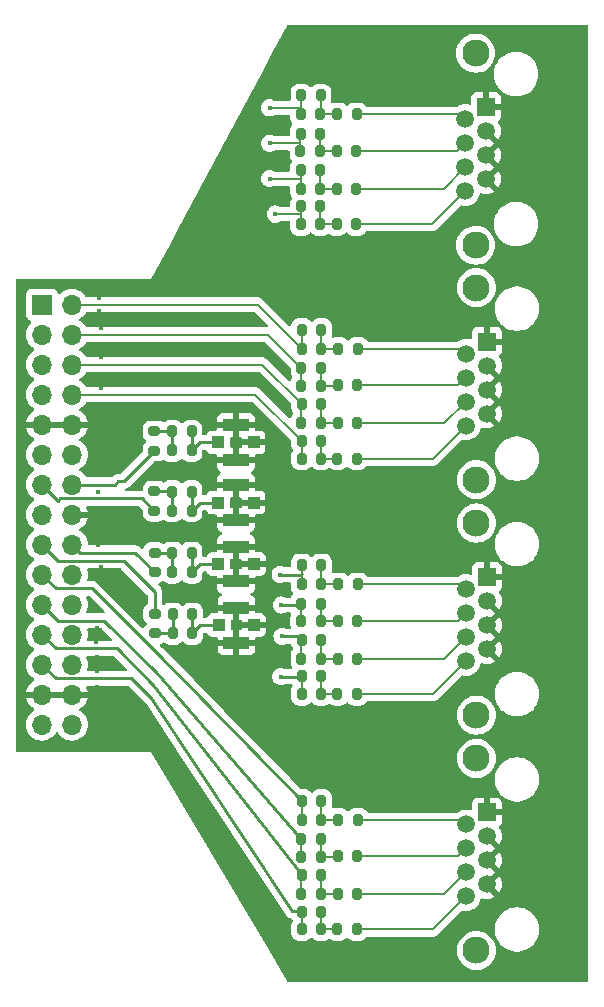
<source format=gbr>
%TF.GenerationSoftware,KiCad,Pcbnew,8.0.5-8.0.5-0~ubuntu22.04.1*%
%TF.CreationDate,2024-10-05T08:55:46-07:00*%
%TF.ProjectId,pmod_ethernet_la,706d6f64-5f65-4746-9865-726e65745f6c,rev?*%
%TF.SameCoordinates,Original*%
%TF.FileFunction,Copper,L1,Top*%
%TF.FilePolarity,Positive*%
%FSLAX46Y46*%
G04 Gerber Fmt 4.6, Leading zero omitted, Abs format (unit mm)*
G04 Created by KiCad (PCBNEW 8.0.5-8.0.5-0~ubuntu22.04.1) date 2024-10-05 08:55:46*
%MOMM*%
%LPD*%
G01*
G04 APERTURE LIST*
G04 Aperture macros list*
%AMRoundRect*
0 Rectangle with rounded corners*
0 $1 Rounding radius*
0 $2 $3 $4 $5 $6 $7 $8 $9 X,Y pos of 4 corners*
0 Add a 4 corners polygon primitive as box body*
4,1,4,$2,$3,$4,$5,$6,$7,$8,$9,$2,$3,0*
0 Add four circle primitives for the rounded corners*
1,1,$1+$1,$2,$3*
1,1,$1+$1,$4,$5*
1,1,$1+$1,$6,$7*
1,1,$1+$1,$8,$9*
0 Add four rect primitives between the rounded corners*
20,1,$1+$1,$2,$3,$4,$5,0*
20,1,$1+$1,$4,$5,$6,$7,0*
20,1,$1+$1,$6,$7,$8,$9,0*
20,1,$1+$1,$8,$9,$2,$3,0*%
G04 Aperture macros list end*
%TA.AperFunction,SMDPad,CuDef*%
%ADD10RoundRect,0.200000X-0.200000X-0.275000X0.200000X-0.275000X0.200000X0.275000X-0.200000X0.275000X0*%
%TD*%
%TA.AperFunction,SMDPad,CuDef*%
%ADD11RoundRect,0.200000X0.275000X-0.200000X0.275000X0.200000X-0.275000X0.200000X-0.275000X-0.200000X0*%
%TD*%
%TA.AperFunction,SMDPad,CuDef*%
%ADD12RoundRect,0.200000X-0.275000X0.200000X-0.275000X-0.200000X0.275000X-0.200000X0.275000X0.200000X0*%
%TD*%
%TA.AperFunction,SMDPad,CuDef*%
%ADD13R,1.000000X1.000000*%
%TD*%
%TA.AperFunction,SMDPad,CuDef*%
%ADD14R,2.200000X1.050000*%
%TD*%
%TA.AperFunction,ComponentPad*%
%ADD15R,1.700000X1.700000*%
%TD*%
%TA.AperFunction,ComponentPad*%
%ADD16O,1.700000X1.700000*%
%TD*%
%TA.AperFunction,SMDPad,CuDef*%
%ADD17RoundRect,0.200000X0.200000X0.275000X-0.200000X0.275000X-0.200000X-0.275000X0.200000X-0.275000X0*%
%TD*%
%TA.AperFunction,ComponentPad*%
%ADD18R,1.500000X1.500000*%
%TD*%
%TA.AperFunction,ComponentPad*%
%ADD19C,1.500000*%
%TD*%
%TA.AperFunction,ComponentPad*%
%ADD20C,2.300000*%
%TD*%
%TA.AperFunction,ViaPad*%
%ADD21C,0.450000*%
%TD*%
%TA.AperFunction,Conductor*%
%ADD22C,0.250000*%
%TD*%
%TA.AperFunction,Conductor*%
%ADD23C,0.200000*%
%TD*%
G04 APERTURE END LIST*
D10*
%TO.P,R902,1*%
%TO.N,/ufl3/J_0*%
X96750000Y-115000001D03*
%TO.P,R902,2*%
%TO.N,Net-(J901-In)*%
X98400000Y-115000001D03*
%TD*%
D11*
%TO.P,R901,1*%
%TO.N,/UFL_3*%
X95250000Y-116625001D03*
%TO.P,R901,2*%
%TO.N,/ufl3/J_0*%
X95250000Y-114975001D03*
%TD*%
D10*
%TO.P,R802,1*%
%TO.N,/ufl2/J_0*%
X96750000Y-109900000D03*
%TO.P,R802,2*%
%TO.N,Net-(J801-In)*%
X98400000Y-109900000D03*
%TD*%
D11*
%TO.P,R801,1*%
%TO.N,/UFL_2*%
X95250000Y-111525000D03*
%TO.P,R801,2*%
%TO.N,/ufl2/J_0*%
X95250000Y-109875000D03*
%TD*%
D10*
%TO.P,R702,1*%
%TO.N,/ufl1/J_0*%
X96800000Y-125375000D03*
%TO.P,R702,2*%
%TO.N,Net-(J701-In)*%
X98450000Y-125375000D03*
%TD*%
D12*
%TO.P,R701,1*%
%TO.N,/UFL_1*%
X95300000Y-125350000D03*
%TO.P,R701,2*%
%TO.N,/ufl1/J_0*%
X95300000Y-127000000D03*
%TD*%
D10*
%TO.P,R602,1*%
%TO.N,/ufl/J_0*%
X96775000Y-120200000D03*
%TO.P,R602,2*%
%TO.N,Net-(J601-In)*%
X98425000Y-120200000D03*
%TD*%
D11*
%TO.P,R601,1*%
%TO.N,/UFL_0*%
X95275000Y-121825000D03*
%TO.P,R601,2*%
%TO.N,/ufl/J_0*%
X95275000Y-120175000D03*
%TD*%
D13*
%TO.P,J901,1,In*%
%TO.N,Net-(J901-In)*%
X100650000Y-115925001D03*
D14*
%TO.P,J901,2,Ext*%
%TO.N,GND*%
X102150000Y-114450001D03*
D13*
X103650000Y-115925001D03*
D14*
X102150000Y-117400001D03*
%TD*%
D13*
%TO.P,J801,1,In*%
%TO.N,Net-(J801-In)*%
X100650000Y-110825000D03*
D14*
%TO.P,J801,2,Ext*%
%TO.N,GND*%
X102150000Y-109350000D03*
D13*
X103650000Y-110825000D03*
D14*
X102150000Y-112300000D03*
%TD*%
D13*
%TO.P,J701,1,In*%
%TO.N,Net-(J701-In)*%
X100700000Y-126300000D03*
D14*
%TO.P,J701,2,Ext*%
%TO.N,GND*%
X102200000Y-124825000D03*
D13*
X103700000Y-126300000D03*
D14*
X102200000Y-127775000D03*
%TD*%
%TO.P,J601,2,Ext*%
%TO.N,GND*%
X102175000Y-122600000D03*
D13*
X103675000Y-121125000D03*
D14*
X102175000Y-119650000D03*
D13*
%TO.P,J601,1,In*%
%TO.N,Net-(J601-In)*%
X100675000Y-121125000D03*
%TD*%
D10*
%TO.P,C901,1*%
%TO.N,/ufl3/J_0*%
X96750000Y-116600001D03*
%TO.P,C901,2*%
%TO.N,Net-(J901-In)*%
X98400000Y-116600001D03*
%TD*%
%TO.P,C801,1*%
%TO.N,/ufl2/J_0*%
X96750000Y-111500000D03*
%TO.P,C801,2*%
%TO.N,Net-(J801-In)*%
X98400000Y-111500000D03*
%TD*%
%TO.P,C701,1*%
%TO.N,/ufl1/J_0*%
X96800000Y-126975000D03*
%TO.P,C701,2*%
%TO.N,Net-(J701-In)*%
X98450000Y-126975000D03*
%TD*%
%TO.P,C601,1*%
%TO.N,/ufl/J_0*%
X96775000Y-121800000D03*
%TO.P,C601,2*%
%TO.N,Net-(J601-In)*%
X98425000Y-121800000D03*
%TD*%
D15*
%TO.P,J102,1,Pin_1*%
%TO.N,/a.DATA_3*%
X85725000Y-99160000D03*
D16*
%TO.P,J102,2,Pin_2*%
%TO.N,/d.DATA_3*%
X88265000Y-99160000D03*
%TO.P,J102,3,Pin_3*%
%TO.N,/a.DATA_2*%
X85725000Y-101700000D03*
%TO.P,J102,4,Pin_4*%
%TO.N,/d.DATA_2*%
X88265000Y-101700000D03*
%TO.P,J102,5,Pin_5*%
%TO.N,/a.DATA_1*%
X85725000Y-104240000D03*
%TO.P,J102,6,Pin_6*%
%TO.N,/d.DATA_1*%
X88265000Y-104240000D03*
%TO.P,J102,7,Pin_7*%
%TO.N,/a.DATA_0*%
X85725000Y-106780000D03*
%TO.P,J102,8,Pin_8*%
%TO.N,/d.DATA_0*%
X88265000Y-106780000D03*
%TO.P,J102,9,Pin_9*%
%TO.N,GND*%
X85725000Y-109320000D03*
%TO.P,J102,10,Pin_10*%
X88265000Y-109320000D03*
%TO.P,J102,11,Pin_11*%
%TO.N,unconnected-(J102-Pin_11-Pad11)*%
X85725000Y-111860000D03*
%TO.P,J102,12,Pin_12*%
%TO.N,unconnected-(J102-Pin_12-Pad12)*%
X88265000Y-111860000D03*
%TO.P,J102,13,Pin_13*%
%TO.N,/UFL_3*%
X85725000Y-114400000D03*
%TO.P,J102,14,Pin_14*%
%TO.N,/UFL_2*%
X88265000Y-114400000D03*
%TO.P,J102,15,Pin_15*%
%TO.N,unconnected-(J102-Pin_15-Pad15)*%
X85725000Y-116940000D03*
%TO.P,J102,16,Pin_16*%
%TO.N,GND*%
X88265000Y-116940000D03*
%TO.P,J102,17,Pin_17*%
%TO.N,/UFL_1*%
X85725000Y-119480000D03*
%TO.P,J102,18,Pin_18*%
%TO.N,/UFL_0*%
X88265000Y-119480000D03*
%TO.P,J102,19,Pin_19*%
%TO.N,/b.DATA_3*%
X85725000Y-122020000D03*
%TO.P,J102,20,Pin_20*%
%TO.N,/c.DATA_3*%
X88265000Y-122020000D03*
%TO.P,J102,21,Pin_21*%
%TO.N,/b.DATA_2*%
X85725000Y-124560000D03*
%TO.P,J102,22,Pin_22*%
%TO.N,/c.DATA_2*%
X88265000Y-124560000D03*
%TO.P,J102,23,Pin_23*%
%TO.N,/b.DATA_1*%
X85725000Y-127100000D03*
%TO.P,J102,24,Pin_24*%
%TO.N,/c.DATA_1*%
X88265000Y-127100000D03*
%TO.P,J102,25,Pin_25*%
%TO.N,/b.DATA_0*%
X85725000Y-129640000D03*
%TO.P,J102,26,Pin_26*%
%TO.N,/c.DATA_0*%
X88265000Y-129640000D03*
%TO.P,J102,27,Pin_27*%
%TO.N,GND*%
X85725000Y-132180000D03*
%TO.P,J102,28,Pin_28*%
X88265000Y-132180000D03*
%TO.P,J102,29,Pin_29*%
%TO.N,unconnected-(J102-Pin_29-Pad29)*%
X85725000Y-134720000D03*
%TO.P,J102,30,Pin_30*%
%TO.N,unconnected-(J102-Pin_30-Pad30)*%
X88265000Y-134720000D03*
%TD*%
D17*
%TO.P,R508,1*%
%TO.N,/ethernet3/J_3*%
X109375000Y-102900001D03*
%TO.P,R508,2*%
%TO.N,/d.DATA_3*%
X107725000Y-102900001D03*
%TD*%
%TO.P,R507,1*%
%TO.N,/ethernet3/J_2*%
X109350000Y-104540001D03*
%TO.P,R507,2*%
%TO.N,/d.DATA_2*%
X107700000Y-104540001D03*
%TD*%
%TO.P,R506,1*%
%TO.N,/ethernet3/J_1*%
X109350000Y-109200001D03*
%TO.P,R506,2*%
%TO.N,/d.DATA_1*%
X107700000Y-109200001D03*
%TD*%
%TO.P,R505,1*%
%TO.N,/ethernet3/J_0*%
X109375000Y-110700001D03*
%TO.P,R505,2*%
%TO.N,/d.DATA_0*%
X107725000Y-110700001D03*
%TD*%
%TO.P,R504,1*%
%TO.N,Net-(J501-Pad2)*%
X112475000Y-102900001D03*
%TO.P,R504,2*%
%TO.N,/ethernet3/J_3*%
X110825000Y-102900001D03*
%TD*%
%TO.P,R503,1*%
%TO.N,Net-(J501-Pad4)*%
X112425000Y-106000001D03*
%TO.P,R503,2*%
%TO.N,/ethernet3/J_2*%
X110775000Y-106000001D03*
%TD*%
%TO.P,R502,1*%
%TO.N,Net-(J501-Pad6)*%
X112425000Y-109200001D03*
%TO.P,R502,2*%
%TO.N,/ethernet3/J_1*%
X110775000Y-109200001D03*
%TD*%
%TO.P,R501,1*%
%TO.N,Net-(J501-Pad8)*%
X112400000Y-112200001D03*
%TO.P,R501,2*%
%TO.N,/ethernet3/J_0*%
X110750000Y-112200001D03*
%TD*%
%TO.P,R408,1*%
%TO.N,/ethernet2/J_3*%
X109375000Y-122833334D03*
%TO.P,R408,2*%
%TO.N,/c.DATA_3*%
X107725000Y-122833334D03*
%TD*%
%TO.P,R407,1*%
%TO.N,/ethernet2/J_2*%
X109350000Y-124473334D03*
%TO.P,R407,2*%
%TO.N,/c.DATA_2*%
X107700000Y-124473334D03*
%TD*%
%TO.P,R406,1*%
%TO.N,/ethernet2/J_1*%
X109350000Y-129133334D03*
%TO.P,R406,2*%
%TO.N,/c.DATA_1*%
X107700000Y-129133334D03*
%TD*%
%TO.P,R405,1*%
%TO.N,/ethernet2/J_0*%
X109375000Y-130633334D03*
%TO.P,R405,2*%
%TO.N,/c.DATA_0*%
X107725000Y-130633334D03*
%TD*%
%TO.P,R404,1*%
%TO.N,Net-(J401-Pad2)*%
X112475000Y-122833334D03*
%TO.P,R404,2*%
%TO.N,/ethernet2/J_3*%
X110825000Y-122833334D03*
%TD*%
%TO.P,R403,1*%
%TO.N,Net-(J401-Pad4)*%
X112425000Y-125933334D03*
%TO.P,R403,2*%
%TO.N,/ethernet2/J_2*%
X110775000Y-125933334D03*
%TD*%
%TO.P,R402,1*%
%TO.N,Net-(J401-Pad6)*%
X112425000Y-129133334D03*
%TO.P,R402,2*%
%TO.N,/ethernet2/J_1*%
X110775000Y-129133334D03*
%TD*%
%TO.P,R401,1*%
%TO.N,Net-(J401-Pad8)*%
X112400000Y-132133334D03*
%TO.P,R401,2*%
%TO.N,/ethernet2/J_0*%
X110750000Y-132133334D03*
%TD*%
%TO.P,R308,1*%
%TO.N,/ethernet1/J_3*%
X109375000Y-142766667D03*
%TO.P,R308,2*%
%TO.N,/b.DATA_3*%
X107725000Y-142766667D03*
%TD*%
%TO.P,R307,1*%
%TO.N,/ethernet1/J_2*%
X109350000Y-144406667D03*
%TO.P,R307,2*%
%TO.N,/b.DATA_2*%
X107700000Y-144406667D03*
%TD*%
%TO.P,R306,1*%
%TO.N,/ethernet1/J_1*%
X109350000Y-149066667D03*
%TO.P,R306,2*%
%TO.N,/b.DATA_1*%
X107700000Y-149066667D03*
%TD*%
%TO.P,R305,1*%
%TO.N,/ethernet1/J_0*%
X109375000Y-150566667D03*
%TO.P,R305,2*%
%TO.N,/b.DATA_0*%
X107725000Y-150566667D03*
%TD*%
%TO.P,R304,1*%
%TO.N,Net-(J301-Pad2)*%
X112475000Y-142766667D03*
%TO.P,R304,2*%
%TO.N,/ethernet1/J_3*%
X110825000Y-142766667D03*
%TD*%
%TO.P,R303,1*%
%TO.N,Net-(J301-Pad4)*%
X112425000Y-145866667D03*
%TO.P,R303,2*%
%TO.N,/ethernet1/J_2*%
X110775000Y-145866667D03*
%TD*%
%TO.P,R302,1*%
%TO.N,Net-(J301-Pad6)*%
X112425000Y-149066667D03*
%TO.P,R302,2*%
%TO.N,/ethernet1/J_1*%
X110775000Y-149066667D03*
%TD*%
%TO.P,R301,1*%
%TO.N,Net-(J301-Pad8)*%
X112400000Y-152066667D03*
%TO.P,R301,2*%
%TO.N,/ethernet1/J_0*%
X110750000Y-152066667D03*
%TD*%
D18*
%TO.P,J501,1*%
%TO.N,GND*%
X123415000Y-102290001D03*
D19*
%TO.P,J501,2*%
%TO.N,Net-(J501-Pad2)*%
X121635000Y-103306001D03*
%TO.P,J501,3*%
%TO.N,GND*%
X123415000Y-104322001D03*
%TO.P,J501,4*%
%TO.N,Net-(J501-Pad4)*%
X121635000Y-105338001D03*
%TO.P,J501,5*%
%TO.N,GND*%
X123415000Y-106354001D03*
%TO.P,J501,6*%
%TO.N,Net-(J501-Pad6)*%
X121635000Y-107370001D03*
%TO.P,J501,7*%
%TO.N,GND*%
X123415000Y-108386001D03*
%TO.P,J501,8*%
%TO.N,Net-(J501-Pad8)*%
X121635000Y-109402001D03*
D20*
%TO.P,J501,SH*%
%TO.N,N/C*%
X122525000Y-97720001D03*
X122525000Y-113980001D03*
%TD*%
D18*
%TO.P,J401,1*%
%TO.N,GND*%
X123415000Y-122223334D03*
D19*
%TO.P,J401,2*%
%TO.N,Net-(J401-Pad2)*%
X121635000Y-123239334D03*
%TO.P,J401,3*%
%TO.N,GND*%
X123415000Y-124255334D03*
%TO.P,J401,4*%
%TO.N,Net-(J401-Pad4)*%
X121635000Y-125271334D03*
%TO.P,J401,5*%
%TO.N,GND*%
X123415000Y-126287334D03*
%TO.P,J401,6*%
%TO.N,Net-(J401-Pad6)*%
X121635000Y-127303334D03*
%TO.P,J401,7*%
%TO.N,GND*%
X123415000Y-128319334D03*
%TO.P,J401,8*%
%TO.N,Net-(J401-Pad8)*%
X121635000Y-129335334D03*
D20*
%TO.P,J401,SH*%
%TO.N,N/C*%
X122525000Y-117653334D03*
X122525000Y-133913334D03*
%TD*%
D18*
%TO.P,J301,1*%
%TO.N,GND*%
X123415000Y-142156667D03*
D19*
%TO.P,J301,2*%
%TO.N,Net-(J301-Pad2)*%
X121635000Y-143172667D03*
%TO.P,J301,3*%
%TO.N,GND*%
X123415000Y-144188667D03*
%TO.P,J301,4*%
%TO.N,Net-(J301-Pad4)*%
X121635000Y-145204667D03*
%TO.P,J301,5*%
%TO.N,GND*%
X123415000Y-146220667D03*
%TO.P,J301,6*%
%TO.N,Net-(J301-Pad6)*%
X121635000Y-147236667D03*
%TO.P,J301,7*%
%TO.N,GND*%
X123415000Y-148252667D03*
%TO.P,J301,8*%
%TO.N,Net-(J301-Pad8)*%
X121635000Y-149268667D03*
D20*
%TO.P,J301,SH*%
%TO.N,N/C*%
X122525000Y-137586667D03*
X122525000Y-153846667D03*
%TD*%
D17*
%TO.P,C504,1*%
%TO.N,/ethernet3/J_3*%
X109400000Y-101300001D03*
%TO.P,C504,2*%
%TO.N,/d.DATA_3*%
X107750000Y-101300001D03*
%TD*%
%TO.P,C503,1*%
%TO.N,/ethernet3/J_2*%
X109325000Y-106040001D03*
%TO.P,C503,2*%
%TO.N,/d.DATA_2*%
X107675000Y-106040001D03*
%TD*%
%TO.P,C502,1*%
%TO.N,/ethernet3/J_1*%
X109375000Y-107600001D03*
%TO.P,C502,2*%
%TO.N,/d.DATA_1*%
X107725000Y-107600001D03*
%TD*%
%TO.P,C501,1*%
%TO.N,/ethernet3/J_0*%
X109375000Y-112200001D03*
%TO.P,C501,2*%
%TO.N,/d.DATA_0*%
X107725000Y-112200001D03*
%TD*%
%TO.P,C404,1*%
%TO.N,/ethernet2/J_3*%
X109400000Y-121233334D03*
%TO.P,C404,2*%
%TO.N,/c.DATA_3*%
X107750000Y-121233334D03*
%TD*%
%TO.P,C403,1*%
%TO.N,/ethernet2/J_2*%
X109325000Y-125973334D03*
%TO.P,C403,2*%
%TO.N,/c.DATA_2*%
X107675000Y-125973334D03*
%TD*%
%TO.P,C402,1*%
%TO.N,/ethernet2/J_1*%
X109375000Y-127533334D03*
%TO.P,C402,2*%
%TO.N,/c.DATA_1*%
X107725000Y-127533334D03*
%TD*%
%TO.P,C401,1*%
%TO.N,/ethernet2/J_0*%
X109375000Y-132133334D03*
%TO.P,C401,2*%
%TO.N,/c.DATA_0*%
X107725000Y-132133334D03*
%TD*%
%TO.P,C304,1*%
%TO.N,/ethernet1/J_3*%
X109400000Y-141166667D03*
%TO.P,C304,2*%
%TO.N,/b.DATA_3*%
X107750000Y-141166667D03*
%TD*%
%TO.P,C303,1*%
%TO.N,/ethernet1/J_2*%
X109325000Y-145906667D03*
%TO.P,C303,2*%
%TO.N,/b.DATA_2*%
X107675000Y-145906667D03*
%TD*%
%TO.P,C302,1*%
%TO.N,/ethernet1/J_1*%
X109375000Y-147466667D03*
%TO.P,C302,2*%
%TO.N,/b.DATA_1*%
X107725000Y-147466667D03*
%TD*%
%TO.P,C301,1*%
%TO.N,/ethernet1/J_0*%
X109375000Y-152066667D03*
%TO.P,C301,2*%
%TO.N,/b.DATA_0*%
X107725000Y-152066667D03*
%TD*%
%TO.P,R208,1*%
%TO.N,/ethernet/J_3*%
X109305000Y-83046667D03*
%TO.P,R208,2*%
%TO.N,/a.DATA_3*%
X107655000Y-83046667D03*
%TD*%
%TO.P,R204,1*%
%TO.N,Net-(J201-Pad2)*%
X112405000Y-83046667D03*
%TO.P,R204,2*%
%TO.N,/ethernet/J_3*%
X110755000Y-83046667D03*
%TD*%
%TO.P,R207,1*%
%TO.N,/ethernet/J_2*%
X109280000Y-84686667D03*
%TO.P,R207,2*%
%TO.N,/a.DATA_2*%
X107630000Y-84686667D03*
%TD*%
%TO.P,R203,1*%
%TO.N,Net-(J201-Pad4)*%
X112355000Y-86146667D03*
%TO.P,R203,2*%
%TO.N,/ethernet/J_2*%
X110705000Y-86146667D03*
%TD*%
%TO.P,R206,1*%
%TO.N,/ethernet/J_1*%
X109280000Y-89346667D03*
%TO.P,R206,2*%
%TO.N,/a.DATA_1*%
X107630000Y-89346667D03*
%TD*%
%TO.P,R202,1*%
%TO.N,Net-(J201-Pad6)*%
X112355000Y-89346667D03*
%TO.P,R202,2*%
%TO.N,/ethernet/J_1*%
X110705000Y-89346667D03*
%TD*%
D18*
%TO.P,J201,1*%
%TO.N,GND*%
X123345000Y-82436667D03*
D19*
%TO.P,J201,2*%
%TO.N,Net-(J201-Pad2)*%
X121565000Y-83452667D03*
%TO.P,J201,3*%
%TO.N,GND*%
X123345000Y-84468667D03*
%TO.P,J201,4*%
%TO.N,Net-(J201-Pad4)*%
X121565000Y-85484667D03*
%TO.P,J201,5*%
%TO.N,GND*%
X123345000Y-86500667D03*
%TO.P,J201,6*%
%TO.N,Net-(J201-Pad6)*%
X121565000Y-87516667D03*
%TO.P,J201,7*%
%TO.N,GND*%
X123345000Y-88532667D03*
%TO.P,J201,8*%
%TO.N,Net-(J201-Pad8)*%
X121565000Y-89548667D03*
D20*
%TO.P,J201,SH*%
%TO.N,N/C*%
X122455000Y-77866667D03*
X122455000Y-94126667D03*
%TD*%
D17*
%TO.P,C204,1*%
%TO.N,/ethernet/J_3*%
X109330000Y-81446667D03*
%TO.P,C204,2*%
%TO.N,/a.DATA_3*%
X107680000Y-81446667D03*
%TD*%
%TO.P,C203,1*%
%TO.N,/ethernet/J_2*%
X109255000Y-86186667D03*
%TO.P,C203,2*%
%TO.N,/a.DATA_2*%
X107605000Y-86186667D03*
%TD*%
%TO.P,C202,1*%
%TO.N,/ethernet/J_1*%
X109305000Y-87746667D03*
%TO.P,C202,2*%
%TO.N,/a.DATA_1*%
X107655000Y-87746667D03*
%TD*%
%TO.P,R205,1*%
%TO.N,/ethernet/J_0*%
X109305000Y-90846667D03*
%TO.P,R205,2*%
%TO.N,/a.DATA_0*%
X107655000Y-90846667D03*
%TD*%
%TO.P,R201,1*%
%TO.N,Net-(J201-Pad8)*%
X112330000Y-92346667D03*
%TO.P,R201,2*%
%TO.N,/ethernet/J_0*%
X110680000Y-92346667D03*
%TD*%
%TO.P,C201,1*%
%TO.N,/ethernet/J_0*%
X109305000Y-92346667D03*
%TO.P,C201,2*%
%TO.N,/a.DATA_0*%
X107655000Y-92346667D03*
%TD*%
D21*
%TO.N,GND*%
X106100000Y-132200000D03*
X106300000Y-129100000D03*
X106400000Y-126000000D03*
X106400000Y-123300000D03*
X106400000Y-120600000D03*
X106400000Y-111200000D03*
X106700000Y-108200000D03*
X106600000Y-105100000D03*
X106700000Y-100200000D03*
X106400000Y-92900000D03*
X106100000Y-81300000D03*
X106300000Y-84000000D03*
X106200000Y-86800000D03*
X106200000Y-89900000D03*
X90500000Y-113500000D03*
X90400000Y-131500000D03*
X90400000Y-130200000D03*
X90400000Y-129000000D03*
X90300000Y-127700000D03*
X90400000Y-126500000D03*
X90500000Y-124900000D03*
X90700000Y-121400000D03*
X90700000Y-122700000D03*
X90500000Y-119500000D03*
X90500000Y-116400000D03*
X90500000Y-115000000D03*
X90700000Y-107600000D03*
X90700000Y-106200000D03*
X90700000Y-105000000D03*
X90700000Y-103600000D03*
X90700000Y-101100000D03*
X90600000Y-99700000D03*
X90600000Y-98600000D03*
X102150000Y-114450001D03*
X102150000Y-117400001D03*
X102200000Y-124825000D03*
X102200000Y-127775000D03*
X102175000Y-119650000D03*
X102175000Y-122600000D03*
X102150000Y-112300000D03*
X102150000Y-109350000D03*
X102150000Y-114450001D03*
X102150000Y-117400001D03*
X102175000Y-119650000D03*
X102175000Y-122600000D03*
X102200000Y-127775000D03*
%TO.N,/c.DATA_3*%
X105900000Y-122020000D03*
%TO.N,/c.DATA_2*%
X106000000Y-124600000D03*
%TO.N,/c.DATA_1*%
X106050000Y-127250000D03*
%TO.N,/c.DATA_0*%
X105950000Y-130650000D03*
%TO.N,/a.DATA_3*%
X105000000Y-82500000D03*
%TO.N,/a.DATA_2*%
X105000000Y-85500000D03*
%TO.N,/a.DATA_1*%
X105000000Y-88500000D03*
%TO.N,/a.DATA_0*%
X105500000Y-91500000D03*
%TD*%
D22*
%TO.N,/ufl2/J_0*%
X95250000Y-109875000D02*
X96725000Y-109875000D01*
X96725000Y-109875000D02*
X96750000Y-109900000D01*
%TO.N,/ufl3/J_0*%
X95250000Y-114975001D02*
X96725000Y-114975001D01*
X96725000Y-114975001D02*
X96750000Y-115000001D01*
%TO.N,/ufl/J_0*%
X95275000Y-120175000D02*
X96750000Y-120175000D01*
X96750000Y-120175000D02*
X96775000Y-120200000D01*
%TO.N,/ufl1/J_0*%
X95300000Y-127000000D02*
X96775000Y-127000000D01*
X96775000Y-127000000D02*
X96800000Y-126975000D01*
%TO.N,/UFL_1*%
X95300000Y-125350000D02*
X95300000Y-123500000D01*
%TO.N,/UFL_0*%
X95275000Y-121825000D02*
X93625000Y-120175000D01*
X93625000Y-120175000D02*
X88960000Y-120175000D01*
%TO.N,/UFL_3*%
X85725000Y-114400000D02*
X87090000Y-115765000D01*
X87090000Y-115765000D02*
X87280000Y-115575000D01*
X87280000Y-115575000D02*
X94199999Y-115575000D01*
X94199999Y-115575000D02*
X95250000Y-116625001D01*
%TO.N,Net-(J901-In)*%
X99075000Y-115925001D02*
X98400000Y-116600001D01*
X100650000Y-115925001D02*
X99075000Y-115925001D01*
X98400000Y-116600001D02*
X98400000Y-115000001D01*
%TO.N,/ufl3/J_0*%
X96750000Y-116600001D02*
X96750000Y-115000001D01*
%TO.N,Net-(J701-In)*%
X99125000Y-126300000D02*
X98450000Y-126975000D01*
X100700000Y-126300000D02*
X99125000Y-126300000D01*
X98450000Y-126975000D02*
X98450000Y-125375000D01*
%TO.N,/ufl1/J_0*%
X96800000Y-126975000D02*
X96800000Y-125375000D01*
%TO.N,Net-(J601-In)*%
X99100000Y-121125000D02*
X98425000Y-121800000D01*
X100675000Y-121125000D02*
X99100000Y-121125000D01*
X98425000Y-121800000D02*
X98425000Y-120200000D01*
%TO.N,/ufl/J_0*%
X96775000Y-121800000D02*
X96775000Y-120200000D01*
%TO.N,/ufl2/J_0*%
X95275000Y-109900000D02*
X95250000Y-109875000D01*
X96750000Y-111500000D02*
X96750000Y-109900000D01*
%TO.N,Net-(J801-In)*%
X98400000Y-111500000D02*
X98400000Y-109900000D01*
X100650000Y-110825000D02*
X99075000Y-110825000D01*
X99075000Y-110825000D02*
X98400000Y-111500000D01*
%TO.N,/b.DATA_0*%
X95000000Y-132500000D02*
X106900000Y-150500000D01*
X106900000Y-150500000D02*
X107725000Y-150566667D01*
%TO.N,/b.DATA_1*%
X95150000Y-131350000D02*
X107725000Y-147466667D01*
%TO.N,/b.DATA_2*%
X85725000Y-124560000D02*
X87090000Y-125925000D01*
X87090000Y-125925000D02*
X91025000Y-125925000D01*
X91025000Y-125925000D02*
X95400000Y-130300000D01*
X95400000Y-130300000D02*
X107700000Y-144406667D01*
%TO.N,/b.DATA_3*%
X95500000Y-128700000D02*
X107750000Y-141166667D01*
%TO.N,/c.DATA_0*%
X105950000Y-130650000D02*
X107708334Y-130650000D01*
X107708334Y-130650000D02*
X107725000Y-130633334D01*
%TO.N,/c.DATA_1*%
X106050000Y-127250000D02*
X107441666Y-127250000D01*
X107441666Y-127250000D02*
X107725000Y-127533334D01*
%TO.N,/c.DATA_2*%
X106000000Y-124600000D02*
X107573334Y-124600000D01*
X107573334Y-124600000D02*
X107700000Y-124473334D01*
D23*
%TO.N,/c.DATA_3*%
X107725000Y-122286667D02*
X107725000Y-122000000D01*
X107725000Y-122000000D02*
X107725000Y-121258334D01*
D22*
X105900000Y-122020000D02*
X107705000Y-122020000D01*
X107705000Y-122020000D02*
X107725000Y-122000000D01*
%TO.N,/b.DATA_0*%
X93315000Y-130815000D02*
X95000000Y-132500000D01*
X86900000Y-130815000D02*
X93315000Y-130815000D01*
X85725000Y-129640000D02*
X86900000Y-130815000D01*
%TO.N,/b.DATA_1*%
X86900000Y-128275000D02*
X92075000Y-128275000D01*
X85725000Y-127100000D02*
X86900000Y-128275000D01*
X92075000Y-128275000D02*
X95150000Y-131350000D01*
%TO.N,/b.DATA_3*%
X89995000Y-123195000D02*
X95500000Y-128700000D01*
X86900000Y-123195000D02*
X89995000Y-123195000D01*
X85725000Y-122020000D02*
X86900000Y-123195000D01*
%TO.N,/UFL_1*%
X85725000Y-119480000D02*
X87090000Y-120845000D01*
X87090000Y-120845000D02*
X92645000Y-120845000D01*
X92645000Y-120845000D02*
X95300000Y-123500000D01*
%TO.N,/UFL_0*%
X88960000Y-120175000D02*
X88265000Y-119480000D01*
X95275000Y-121675000D02*
X95275000Y-121825000D01*
%TO.N,/UFL_2*%
X95250000Y-111525000D02*
X92675000Y-114100000D01*
X92675000Y-114100000D02*
X92200000Y-114100000D01*
X92200000Y-114100000D02*
X91900000Y-114400000D01*
X91900000Y-114400000D02*
X88265000Y-114400000D01*
D23*
%TO.N,/a.DATA_3*%
X105000000Y-82500000D02*
X107655000Y-82500000D01*
%TO.N,/a.DATA_2*%
X105000000Y-85500000D02*
X107605000Y-85500000D01*
%TO.N,/a.DATA_1*%
X105000000Y-88500000D02*
X107630000Y-88500000D01*
%TO.N,/a.DATA_0*%
X105500000Y-91500000D02*
X107655000Y-91500000D01*
%TO.N,/c.DATA_0*%
X107678334Y-132180000D02*
X107725000Y-132133334D01*
%TO.N,/d.DATA_0*%
X88265000Y-106780000D02*
X103804999Y-106780000D01*
X103804999Y-106780000D02*
X107725000Y-110700001D01*
%TO.N,/d.DATA_1*%
X88265000Y-104240000D02*
X104364999Y-104240000D01*
X104364999Y-104240000D02*
X107725000Y-107600001D01*
%TO.N,/d.DATA_2*%
X88265000Y-101700000D02*
X104859999Y-101700000D01*
X104859999Y-101700000D02*
X107700000Y-104540001D01*
%TO.N,/d.DATA_3*%
X88265000Y-99160000D02*
X103984999Y-99160000D01*
X103984999Y-99160000D02*
X107725000Y-102900001D01*
%TO.N,/ethernet3/J_0*%
X109375000Y-110700001D02*
X109375000Y-112200001D01*
X109375000Y-112200001D02*
X110750000Y-112200001D01*
%TO.N,/ethernet3/J_1*%
X109375000Y-109175001D02*
X109350000Y-109200001D01*
X109375000Y-107600001D02*
X109375000Y-109175001D01*
X109350000Y-109200001D02*
X110775000Y-109200001D01*
%TO.N,/ethernet3/J_2*%
X109350000Y-106015001D02*
X109325000Y-106040001D01*
X109350000Y-104540001D02*
X109350000Y-106015001D01*
X110735000Y-106040001D02*
X110775000Y-106000001D01*
X109325000Y-106040001D02*
X110735000Y-106040001D01*
%TO.N,/ethernet3/J_3*%
X109400000Y-102875001D02*
X109375000Y-102900001D01*
X109400000Y-101300001D02*
X109400000Y-102875001D01*
X109375000Y-102900001D02*
X110825000Y-102900001D01*
%TO.N,Net-(J501-Pad2)*%
X121229000Y-102900001D02*
X121635000Y-103306001D01*
X112475000Y-102900001D02*
X121229000Y-102900001D01*
%TO.N,Net-(J501-Pad4)*%
X120973000Y-106000001D02*
X121635000Y-105338001D01*
X112425000Y-106000001D02*
X120973000Y-106000001D01*
%TO.N,Net-(J501-Pad6)*%
X119805000Y-109200001D02*
X121635000Y-107370001D01*
X112425000Y-109200001D02*
X119805000Y-109200001D01*
%TO.N,Net-(J501-Pad8)*%
X118837000Y-112200001D02*
X121635000Y-109402001D01*
X112400000Y-112200001D02*
X118837000Y-112200001D01*
%TO.N,/d.DATA_0*%
X107725000Y-111353334D02*
X107725000Y-110700001D01*
X107725000Y-112200001D02*
X107725000Y-111353334D01*
%TO.N,/d.DATA_1*%
X107700000Y-107625001D02*
X107725000Y-107600001D01*
X107700000Y-108353334D02*
X107700000Y-107625001D01*
X107700000Y-109200001D02*
X107700000Y-108353334D01*
%TO.N,/d.DATA_2*%
X107675000Y-104565001D02*
X107700000Y-104540001D01*
X107675000Y-105353334D02*
X107675000Y-104565001D01*
X107675000Y-106040001D02*
X107675000Y-105353334D01*
%TO.N,/d.DATA_3*%
X107725000Y-101325001D02*
X107750000Y-101300001D01*
X107725000Y-102353334D02*
X107725000Y-101325001D01*
X107725000Y-102900001D02*
X107725000Y-102353334D01*
%TO.N,/ethernet2/J_0*%
X109375000Y-130633334D02*
X109375000Y-132133334D01*
X109375000Y-132133334D02*
X110750000Y-132133334D01*
%TO.N,/ethernet2/J_1*%
X109375000Y-129108334D02*
X109350000Y-129133334D01*
X109375000Y-127533334D02*
X109375000Y-129108334D01*
X109350000Y-129133334D02*
X110775000Y-129133334D01*
%TO.N,/ethernet2/J_2*%
X109350000Y-125948334D02*
X109325000Y-125973334D01*
X109350000Y-124473334D02*
X109350000Y-125948334D01*
X110735000Y-125973334D02*
X110775000Y-125933334D01*
X109325000Y-125973334D02*
X110735000Y-125973334D01*
%TO.N,/ethernet2/J_3*%
X109400000Y-122808334D02*
X109375000Y-122833334D01*
X109400000Y-121233334D02*
X109400000Y-122808334D01*
X109375000Y-122833334D02*
X110825000Y-122833334D01*
%TO.N,Net-(J401-Pad2)*%
X121229000Y-122833334D02*
X121635000Y-123239334D01*
X112475000Y-122833334D02*
X121229000Y-122833334D01*
%TO.N,Net-(J401-Pad4)*%
X120973000Y-125933334D02*
X121635000Y-125271334D01*
X112425000Y-125933334D02*
X120973000Y-125933334D01*
%TO.N,Net-(J401-Pad6)*%
X119805000Y-129133334D02*
X121635000Y-127303334D01*
X112425000Y-129133334D02*
X119805000Y-129133334D01*
%TO.N,Net-(J401-Pad8)*%
X118837000Y-132133334D02*
X121635000Y-129335334D01*
X112400000Y-132133334D02*
X118837000Y-132133334D01*
%TO.N,/c.DATA_0*%
X107725000Y-131286667D02*
X107725000Y-130633334D01*
X107725000Y-132133334D02*
X107725000Y-131286667D01*
%TO.N,/c.DATA_1*%
X107700000Y-127558334D02*
X107725000Y-127533334D01*
X107700000Y-128286667D02*
X107700000Y-127558334D01*
X107700000Y-129133334D02*
X107700000Y-128286667D01*
%TO.N,/c.DATA_2*%
X107675000Y-124498334D02*
X107700000Y-124473334D01*
X107675000Y-125286667D02*
X107675000Y-124498334D01*
X107675000Y-125973334D02*
X107675000Y-125286667D01*
%TO.N,/c.DATA_3*%
X107725000Y-121258334D02*
X107750000Y-121233334D01*
X107725000Y-122833334D02*
X107725000Y-122286667D01*
%TO.N,/ethernet1/J_0*%
X109375000Y-150566667D02*
X109375000Y-152066667D01*
X109375000Y-152066667D02*
X110750000Y-152066667D01*
%TO.N,/ethernet1/J_1*%
X109375000Y-149041667D02*
X109350000Y-149066667D01*
X109375000Y-147466667D02*
X109375000Y-149041667D01*
X109350000Y-149066667D02*
X110775000Y-149066667D01*
%TO.N,/ethernet1/J_2*%
X109350000Y-145881667D02*
X109325000Y-145906667D01*
X109350000Y-144406667D02*
X109350000Y-145881667D01*
X110735000Y-145906667D02*
X110775000Y-145866667D01*
X109325000Y-145906667D02*
X110735000Y-145906667D01*
%TO.N,/ethernet1/J_3*%
X109400000Y-142741667D02*
X109375000Y-142766667D01*
X109400000Y-141166667D02*
X109400000Y-142741667D01*
X109375000Y-142766667D02*
X110825000Y-142766667D01*
%TO.N,Net-(J301-Pad2)*%
X121229000Y-142766667D02*
X121635000Y-143172667D01*
X112475000Y-142766667D02*
X121229000Y-142766667D01*
%TO.N,Net-(J301-Pad4)*%
X120973000Y-145866667D02*
X121635000Y-145204667D01*
X112425000Y-145866667D02*
X120973000Y-145866667D01*
%TO.N,Net-(J301-Pad6)*%
X119805000Y-149066667D02*
X121635000Y-147236667D01*
X112425000Y-149066667D02*
X119805000Y-149066667D01*
%TO.N,Net-(J301-Pad8)*%
X118837000Y-152066667D02*
X121635000Y-149268667D01*
X112400000Y-152066667D02*
X118837000Y-152066667D01*
%TO.N,/b.DATA_0*%
X107725000Y-151220000D02*
X107725000Y-150566667D01*
X107725000Y-152066667D02*
X107725000Y-151220000D01*
%TO.N,/b.DATA_1*%
X107700000Y-147491667D02*
X107725000Y-147466667D01*
X107700000Y-148220000D02*
X107700000Y-147491667D01*
X107700000Y-149066667D02*
X107700000Y-148220000D01*
%TO.N,/b.DATA_2*%
X107675000Y-144431667D02*
X107700000Y-144406667D01*
X107675000Y-145220000D02*
X107675000Y-144431667D01*
X107675000Y-145906667D02*
X107675000Y-145220000D01*
%TO.N,/b.DATA_3*%
X107725000Y-141191667D02*
X107750000Y-141166667D01*
X107725000Y-142220000D02*
X107725000Y-141191667D01*
X107725000Y-142766667D02*
X107725000Y-142220000D01*
%TO.N,/a.DATA_3*%
X107655000Y-83046667D02*
X107655000Y-82500000D01*
X107655000Y-82500000D02*
X107655000Y-81471667D01*
X107655000Y-81471667D02*
X107680000Y-81446667D01*
%TO.N,/a.DATA_2*%
X107605000Y-86186667D02*
X107605000Y-85500000D01*
X107605000Y-85500000D02*
X107605000Y-84711667D01*
X107605000Y-84711667D02*
X107630000Y-84686667D01*
%TO.N,/a.DATA_1*%
X107630000Y-89346667D02*
X107630000Y-88500000D01*
X107630000Y-88500000D02*
X107630000Y-87771667D01*
X107630000Y-87771667D02*
X107655000Y-87746667D01*
%TO.N,/a.DATA_0*%
X107655000Y-92346667D02*
X107655000Y-91500000D01*
X107655000Y-91500000D02*
X107655000Y-90846667D01*
%TO.N,Net-(J201-Pad8)*%
X112330000Y-92346667D02*
X118767000Y-92346667D01*
X118767000Y-92346667D02*
X121565000Y-89548667D01*
%TO.N,Net-(J201-Pad6)*%
X112355000Y-89346667D02*
X119735000Y-89346667D01*
X119735000Y-89346667D02*
X121565000Y-87516667D01*
%TO.N,Net-(J201-Pad4)*%
X112355000Y-86146667D02*
X120903000Y-86146667D01*
X120903000Y-86146667D02*
X121565000Y-85484667D01*
%TO.N,Net-(J201-Pad2)*%
X112405000Y-83046667D02*
X121159000Y-83046667D01*
X121159000Y-83046667D02*
X121565000Y-83452667D01*
%TO.N,/ethernet/J_3*%
X109305000Y-83046667D02*
X110755000Y-83046667D01*
X109330000Y-81446667D02*
X109330000Y-83021667D01*
X109330000Y-83021667D02*
X109305000Y-83046667D01*
%TO.N,/ethernet/J_2*%
X109255000Y-86186667D02*
X110665000Y-86186667D01*
X110665000Y-86186667D02*
X110705000Y-86146667D01*
X109280000Y-84686667D02*
X109280000Y-86161667D01*
X109280000Y-86161667D02*
X109255000Y-86186667D01*
%TO.N,/ethernet/J_1*%
X109280000Y-89346667D02*
X110705000Y-89346667D01*
X109305000Y-87746667D02*
X109305000Y-89321667D01*
X109305000Y-89321667D02*
X109280000Y-89346667D01*
%TO.N,/ethernet/J_0*%
X109305000Y-92346667D02*
X110680000Y-92346667D01*
X109305000Y-90846667D02*
X109305000Y-92346667D01*
%TD*%
%TA.AperFunction,Conductor*%
%TO.N,GND*%
G36*
X87799075Y-131987007D02*
G01*
X87765000Y-132114174D01*
X87765000Y-132245826D01*
X87799075Y-132372993D01*
X87831988Y-132430000D01*
X86158012Y-132430000D01*
X86190925Y-132372993D01*
X86225000Y-132245826D01*
X86225000Y-132114174D01*
X86190925Y-131987007D01*
X86158012Y-131930000D01*
X87831988Y-131930000D01*
X87799075Y-131987007D01*
G37*
%TD.AperFunction*%
%TA.AperFunction,Conductor*%
G36*
X91831587Y-128920185D02*
G01*
X91852229Y-128936819D01*
X92893229Y-129977819D01*
X92926714Y-130039142D01*
X92921730Y-130108834D01*
X92879858Y-130164767D01*
X92814394Y-130189184D01*
X92805548Y-130189500D01*
X89677503Y-130189500D01*
X89610464Y-130169815D01*
X89564709Y-130117011D01*
X89554765Y-130047853D01*
X89557728Y-130033407D01*
X89576600Y-129962973D01*
X89600063Y-129875408D01*
X89620659Y-129640000D01*
X89619712Y-129629181D01*
X89613226Y-129555044D01*
X89600063Y-129404592D01*
X89538903Y-129176337D01*
X89492537Y-129076905D01*
X89482045Y-129007827D01*
X89510565Y-128944043D01*
X89569041Y-128905804D01*
X89604919Y-128900500D01*
X91764548Y-128900500D01*
X91831587Y-128920185D01*
G37*
%TD.AperFunction*%
%TA.AperFunction,Conductor*%
G36*
X90781587Y-126570185D02*
G01*
X90802229Y-126586819D01*
X91653229Y-127437819D01*
X91686714Y-127499142D01*
X91681730Y-127568834D01*
X91639858Y-127624767D01*
X91574394Y-127649184D01*
X91565548Y-127649500D01*
X89677503Y-127649500D01*
X89610464Y-127629815D01*
X89564709Y-127577011D01*
X89554765Y-127507853D01*
X89557728Y-127493407D01*
X89579417Y-127412461D01*
X89600063Y-127335408D01*
X89620659Y-127100000D01*
X89600063Y-126864592D01*
X89557728Y-126706593D01*
X89559391Y-126636743D01*
X89598554Y-126578881D01*
X89662782Y-126551377D01*
X89677503Y-126550500D01*
X90714548Y-126550500D01*
X90781587Y-126570185D01*
G37*
%TD.AperFunction*%
%TA.AperFunction,Conductor*%
G36*
X92401587Y-121490185D02*
G01*
X92422229Y-121506819D01*
X94638181Y-123722771D01*
X94671666Y-123784094D01*
X94674500Y-123810452D01*
X94674500Y-124473397D01*
X94654815Y-124540436D01*
X94614652Y-124579513D01*
X94589813Y-124594529D01*
X94589811Y-124594530D01*
X94469530Y-124714811D01*
X94381522Y-124860393D01*
X94330913Y-125022807D01*
X94324500Y-125093386D01*
X94324500Y-125606613D01*
X94330913Y-125677192D01*
X94330913Y-125677194D01*
X94330914Y-125677196D01*
X94381522Y-125839606D01*
X94462766Y-125974000D01*
X94469530Y-125985188D01*
X94571661Y-126087319D01*
X94605146Y-126148642D01*
X94600162Y-126218334D01*
X94571661Y-126262681D01*
X94469531Y-126364810D01*
X94469528Y-126364814D01*
X94393122Y-126491204D01*
X94341594Y-126538391D01*
X94272735Y-126550229D01*
X94208406Y-126522960D01*
X94199325Y-126514734D01*
X90487928Y-122803338D01*
X90487925Y-122803334D01*
X90487925Y-122803335D01*
X90480858Y-122796268D01*
X90480858Y-122796267D01*
X90393733Y-122709142D01*
X90332875Y-122668478D01*
X90332876Y-122668478D01*
X90332874Y-122668476D01*
X90291289Y-122640690D01*
X90291288Y-122640689D01*
X90291286Y-122640688D01*
X90196797Y-122601550D01*
X90196794Y-122601548D01*
X90196793Y-122601548D01*
X90177458Y-122593539D01*
X90177454Y-122593537D01*
X90177452Y-122593537D01*
X90177448Y-122593536D01*
X90177444Y-122593535D01*
X90092049Y-122576549D01*
X90092048Y-122576549D01*
X90056611Y-122569500D01*
X90056607Y-122569500D01*
X90056606Y-122569500D01*
X89677503Y-122569500D01*
X89610464Y-122549815D01*
X89564709Y-122497011D01*
X89554765Y-122427853D01*
X89557728Y-122413407D01*
X89594080Y-122277736D01*
X89600063Y-122255408D01*
X89620659Y-122020000D01*
X89600063Y-121784592D01*
X89570116Y-121672827D01*
X89557728Y-121626593D01*
X89559391Y-121556743D01*
X89598554Y-121498881D01*
X89662782Y-121471377D01*
X89677503Y-121470500D01*
X92334548Y-121470500D01*
X92401587Y-121490185D01*
G37*
%TD.AperFunction*%
%TA.AperFunction,Conductor*%
G36*
X89751587Y-123840185D02*
G01*
X89772229Y-123856819D01*
X91003228Y-125087819D01*
X91036713Y-125149142D01*
X91031729Y-125218834D01*
X90989857Y-125274767D01*
X90924393Y-125299184D01*
X90915547Y-125299500D01*
X89604919Y-125299500D01*
X89537880Y-125279815D01*
X89492125Y-125227011D01*
X89482181Y-125157853D01*
X89492537Y-125123095D01*
X89501972Y-125102862D01*
X89538903Y-125023663D01*
X89600063Y-124795408D01*
X89620659Y-124560000D01*
X89600063Y-124324592D01*
X89538903Y-124096337D01*
X89492537Y-123996905D01*
X89482045Y-123927827D01*
X89510565Y-123864043D01*
X89569041Y-123825804D01*
X89604919Y-123820500D01*
X89684548Y-123820500D01*
X89751587Y-123840185D01*
G37*
%TD.AperFunction*%
%TA.AperFunction,Conductor*%
G36*
X87799075Y-109127007D02*
G01*
X87765000Y-109254174D01*
X87765000Y-109385826D01*
X87799075Y-109512993D01*
X87831988Y-109570000D01*
X86158012Y-109570000D01*
X86190925Y-109512993D01*
X86225000Y-109385826D01*
X86225000Y-109254174D01*
X86190925Y-109127007D01*
X86158012Y-109070000D01*
X87831988Y-109070000D01*
X87799075Y-109127007D01*
G37*
%TD.AperFunction*%
%TA.AperFunction,Conductor*%
G36*
X104131941Y-104860185D02*
G01*
X104152583Y-104876819D01*
X106788181Y-107512417D01*
X106821666Y-107573740D01*
X106824500Y-107600098D01*
X106824500Y-107931614D01*
X106830913Y-108002193D01*
X106830913Y-108002195D01*
X106830914Y-108002197D01*
X106881522Y-108164607D01*
X106969528Y-108310186D01*
X106969529Y-108310187D01*
X106969531Y-108310190D01*
X106969708Y-108310416D01*
X106969785Y-108310611D01*
X106973409Y-108316605D01*
X106972412Y-108317207D01*
X106995555Y-108375329D01*
X106982204Y-108443911D01*
X106959776Y-108474567D01*
X106944531Y-108489811D01*
X106944530Y-108489812D01*
X106903451Y-108557765D01*
X106875001Y-108604828D01*
X106856521Y-108635397D01*
X106835131Y-108704040D01*
X106796393Y-108762187D01*
X106732368Y-108790161D01*
X106663383Y-108779079D01*
X106629065Y-108754830D01*
X104292589Y-106418355D01*
X104292587Y-106418352D01*
X104173716Y-106299481D01*
X104173708Y-106299475D01*
X104083105Y-106247166D01*
X104083104Y-106247166D01*
X104036784Y-106220423D01*
X103884056Y-106179499D01*
X103725942Y-106179499D01*
X103718346Y-106179499D01*
X103718330Y-106179500D01*
X89554091Y-106179500D01*
X89487052Y-106159815D01*
X89441711Y-106107909D01*
X89439037Y-106102175D01*
X89439034Y-106102170D01*
X89439033Y-106102169D01*
X89366032Y-105997912D01*
X89303494Y-105908597D01*
X89136402Y-105741506D01*
X89136396Y-105741501D01*
X88950842Y-105611575D01*
X88907217Y-105556998D01*
X88900023Y-105487500D01*
X88931546Y-105425145D01*
X88950842Y-105408425D01*
X89049061Y-105339651D01*
X89136401Y-105278495D01*
X89303495Y-105111401D01*
X89439035Y-104917830D01*
X89441707Y-104912097D01*
X89487878Y-104859658D01*
X89554091Y-104840500D01*
X104064902Y-104840500D01*
X104131941Y-104860185D01*
G37*
%TD.AperFunction*%
%TA.AperFunction,Conductor*%
G36*
X104626941Y-102320185D02*
G01*
X104647583Y-102336819D01*
X106763181Y-104452417D01*
X106796666Y-104513740D01*
X106799500Y-104540098D01*
X106799500Y-104871614D01*
X106805913Y-104942193D01*
X106805913Y-104942195D01*
X106805914Y-104942197D01*
X106856522Y-105104607D01*
X106887466Y-105155795D01*
X106917317Y-105205173D01*
X106935153Y-105272728D01*
X106917317Y-105333473D01*
X106831522Y-105475394D01*
X106801817Y-105570725D01*
X106763079Y-105628873D01*
X106699054Y-105656847D01*
X106630069Y-105645766D01*
X106595750Y-105621516D01*
X104852589Y-103878355D01*
X104852587Y-103878352D01*
X104733716Y-103759481D01*
X104733715Y-103759480D01*
X104646903Y-103709360D01*
X104646903Y-103709359D01*
X104646899Y-103709358D01*
X104596784Y-103680423D01*
X104444056Y-103639499D01*
X104285942Y-103639499D01*
X104278346Y-103639499D01*
X104278330Y-103639500D01*
X89554091Y-103639500D01*
X89487052Y-103619815D01*
X89441711Y-103567909D01*
X89439037Y-103562175D01*
X89439034Y-103562170D01*
X89439033Y-103562169D01*
X89303495Y-103368599D01*
X89303494Y-103368597D01*
X89136402Y-103201506D01*
X89136396Y-103201501D01*
X88950842Y-103071575D01*
X88907217Y-103016998D01*
X88900023Y-102947500D01*
X88931546Y-102885145D01*
X88950842Y-102868425D01*
X88973026Y-102852891D01*
X89136401Y-102738495D01*
X89303495Y-102571401D01*
X89439035Y-102377830D01*
X89441707Y-102372097D01*
X89487878Y-102319658D01*
X89554091Y-102300500D01*
X104559902Y-102300500D01*
X104626941Y-102320185D01*
G37*
%TD.AperFunction*%
%TA.AperFunction,Conductor*%
G36*
X103751941Y-99780185D02*
G01*
X103772583Y-99796819D01*
X104863582Y-100887818D01*
X104897067Y-100949141D01*
X104892083Y-101018833D01*
X104850211Y-101074766D01*
X104788617Y-101097739D01*
X104788718Y-101098541D01*
X104788710Y-101098542D01*
X104786015Y-101098709D01*
X104784747Y-101099183D01*
X104775901Y-101099499D01*
X104773346Y-101099499D01*
X104773330Y-101099500D01*
X89554091Y-101099500D01*
X89487052Y-101079815D01*
X89441711Y-101027909D01*
X89439037Y-101022175D01*
X89439034Y-101022170D01*
X89439033Y-101022169D01*
X89351958Y-100897812D01*
X89303494Y-100828597D01*
X89136402Y-100661506D01*
X89136396Y-100661501D01*
X88950842Y-100531575D01*
X88907217Y-100476998D01*
X88900023Y-100407500D01*
X88931546Y-100345145D01*
X88950842Y-100328425D01*
X88973026Y-100312891D01*
X89136401Y-100198495D01*
X89303495Y-100031401D01*
X89439035Y-99837830D01*
X89441707Y-99832097D01*
X89487878Y-99779658D01*
X89554091Y-99760500D01*
X103684902Y-99760500D01*
X103751941Y-99780185D01*
G37*
%TD.AperFunction*%
%TA.AperFunction,Conductor*%
G36*
X131943039Y-75519685D02*
G01*
X131988794Y-75572489D01*
X132000000Y-75624000D01*
X132000000Y-156376000D01*
X131980315Y-156443039D01*
X131927511Y-156488794D01*
X131876000Y-156500000D01*
X106570829Y-156500000D01*
X106503790Y-156480315D01*
X106464020Y-156438990D01*
X104935214Y-153846667D01*
X120869396Y-153846667D01*
X120889778Y-154105657D01*
X120950427Y-154358277D01*
X121049843Y-154598290D01*
X121049845Y-154598294D01*
X121049846Y-154598295D01*
X121185588Y-154819807D01*
X121354311Y-155017356D01*
X121551860Y-155186079D01*
X121773372Y-155321821D01*
X121773374Y-155321821D01*
X121773376Y-155321823D01*
X121834693Y-155347221D01*
X122013390Y-155421240D01*
X122266006Y-155481888D01*
X122525000Y-155502271D01*
X122783994Y-155481888D01*
X123036610Y-155421240D01*
X123276628Y-155321821D01*
X123498140Y-155186079D01*
X123695689Y-155017356D01*
X123864412Y-154819807D01*
X124000154Y-154598295D01*
X124099573Y-154358277D01*
X124160221Y-154105661D01*
X124180604Y-153846667D01*
X124160221Y-153587673D01*
X124099573Y-153335057D01*
X124000154Y-153095039D01*
X123864412Y-152873527D01*
X123695689Y-152675978D01*
X123498140Y-152507255D01*
X123276628Y-152371513D01*
X123276627Y-152371512D01*
X123276623Y-152371510D01*
X123110627Y-152302753D01*
X123036610Y-152272094D01*
X123036611Y-152272094D01*
X122898921Y-152239037D01*
X122783994Y-152211446D01*
X122783992Y-152211445D01*
X122783991Y-152211445D01*
X122525000Y-152191063D01*
X122266009Y-152211445D01*
X122013389Y-152272094D01*
X121773376Y-152371510D01*
X121551859Y-152507255D01*
X121354311Y-152675978D01*
X121185588Y-152873526D01*
X121049843Y-153095043D01*
X120950427Y-153335056D01*
X120889778Y-153587676D01*
X120869396Y-153846667D01*
X104935214Y-153846667D01*
X95000000Y-137000000D01*
X83624000Y-137000000D01*
X83556961Y-136980315D01*
X83511206Y-136927511D01*
X83500000Y-136876000D01*
X83500000Y-101699999D01*
X84369341Y-101699999D01*
X84369341Y-101700000D01*
X84389936Y-101935403D01*
X84389938Y-101935413D01*
X84451094Y-102163655D01*
X84451096Y-102163659D01*
X84451097Y-102163663D01*
X84516924Y-102304828D01*
X84550965Y-102377830D01*
X84550967Y-102377834D01*
X84609737Y-102461765D01*
X84686501Y-102571396D01*
X84686506Y-102571402D01*
X84853597Y-102738493D01*
X84853603Y-102738498D01*
X85039158Y-102868425D01*
X85082783Y-102923002D01*
X85089977Y-102992500D01*
X85058454Y-103054855D01*
X85039158Y-103071575D01*
X84853597Y-103201505D01*
X84686505Y-103368597D01*
X84550965Y-103562169D01*
X84550964Y-103562171D01*
X84451098Y-103776335D01*
X84451094Y-103776344D01*
X84389938Y-104004586D01*
X84389936Y-104004596D01*
X84369341Y-104239999D01*
X84369341Y-104240000D01*
X84389936Y-104475403D01*
X84389938Y-104475413D01*
X84451094Y-104703655D01*
X84451096Y-104703659D01*
X84451097Y-104703663D01*
X84531004Y-104875023D01*
X84550965Y-104917830D01*
X84550967Y-104917834D01*
X84639850Y-105044771D01*
X84686501Y-105111396D01*
X84686506Y-105111402D01*
X84853597Y-105278493D01*
X84853603Y-105278498D01*
X85039158Y-105408425D01*
X85082783Y-105463002D01*
X85089977Y-105532500D01*
X85058454Y-105594855D01*
X85039158Y-105611575D01*
X84853597Y-105741505D01*
X84686505Y-105908597D01*
X84550965Y-106102169D01*
X84550964Y-106102171D01*
X84451098Y-106316335D01*
X84451094Y-106316344D01*
X84389938Y-106544586D01*
X84389936Y-106544596D01*
X84369341Y-106779999D01*
X84369341Y-106780000D01*
X84389936Y-107015403D01*
X84389938Y-107015413D01*
X84451094Y-107243655D01*
X84451096Y-107243659D01*
X84451097Y-107243663D01*
X84523839Y-107399658D01*
X84550965Y-107457830D01*
X84550967Y-107457834D01*
X84650582Y-107600098D01*
X84686501Y-107651396D01*
X84686506Y-107651402D01*
X84853597Y-107818493D01*
X84853603Y-107818498D01*
X85039594Y-107948730D01*
X85083219Y-108003307D01*
X85090413Y-108072805D01*
X85058890Y-108135160D01*
X85039595Y-108151880D01*
X84853922Y-108281890D01*
X84853920Y-108281891D01*
X84686891Y-108448920D01*
X84686886Y-108448926D01*
X84551400Y-108642420D01*
X84551399Y-108642422D01*
X84451570Y-108856507D01*
X84451567Y-108856513D01*
X84394364Y-109069999D01*
X84394364Y-109070000D01*
X85291988Y-109070000D01*
X85259075Y-109127007D01*
X85225000Y-109254174D01*
X85225000Y-109385826D01*
X85259075Y-109512993D01*
X85291988Y-109570000D01*
X84394364Y-109570000D01*
X84451567Y-109783486D01*
X84451570Y-109783492D01*
X84551399Y-109997578D01*
X84686894Y-110191082D01*
X84853917Y-110358105D01*
X85039595Y-110488119D01*
X85083219Y-110542696D01*
X85090412Y-110612195D01*
X85058890Y-110674549D01*
X85039595Y-110691269D01*
X84853594Y-110821508D01*
X84686505Y-110988597D01*
X84550965Y-111182169D01*
X84550964Y-111182171D01*
X84451098Y-111396335D01*
X84451094Y-111396344D01*
X84389938Y-111624586D01*
X84389936Y-111624596D01*
X84369341Y-111859999D01*
X84369341Y-111860000D01*
X84389936Y-112095403D01*
X84389938Y-112095413D01*
X84451094Y-112323655D01*
X84451096Y-112323659D01*
X84451097Y-112323663D01*
X84518909Y-112469086D01*
X84550965Y-112537830D01*
X84550967Y-112537834D01*
X84650878Y-112680520D01*
X84686501Y-112731396D01*
X84686506Y-112731402D01*
X84853597Y-112898493D01*
X84853603Y-112898498D01*
X85039158Y-113028425D01*
X85082783Y-113083002D01*
X85089977Y-113152500D01*
X85058454Y-113214855D01*
X85039158Y-113231575D01*
X84853597Y-113361505D01*
X84686505Y-113528597D01*
X84550965Y-113722169D01*
X84550964Y-113722171D01*
X84451098Y-113936335D01*
X84451094Y-113936344D01*
X84389938Y-114164586D01*
X84389936Y-114164596D01*
X84369341Y-114399999D01*
X84369341Y-114400000D01*
X84389936Y-114635403D01*
X84389938Y-114635413D01*
X84451094Y-114863655D01*
X84451096Y-114863659D01*
X84451097Y-114863663D01*
X84546126Y-115067453D01*
X84550965Y-115077830D01*
X84550967Y-115077834D01*
X84686501Y-115271395D01*
X84686506Y-115271402D01*
X84853597Y-115438493D01*
X84853603Y-115438498D01*
X85039158Y-115568425D01*
X85082783Y-115623002D01*
X85089977Y-115692500D01*
X85058454Y-115754855D01*
X85039158Y-115771575D01*
X84853597Y-115901505D01*
X84686505Y-116068597D01*
X84550965Y-116262169D01*
X84550964Y-116262171D01*
X84451098Y-116476335D01*
X84451094Y-116476344D01*
X84389938Y-116704586D01*
X84389936Y-116704596D01*
X84369341Y-116939999D01*
X84369341Y-116940000D01*
X84389936Y-117175403D01*
X84389938Y-117175413D01*
X84451094Y-117403655D01*
X84451096Y-117403659D01*
X84451097Y-117403663D01*
X84531227Y-117575501D01*
X84550965Y-117617830D01*
X84550967Y-117617834D01*
X84641857Y-117747637D01*
X84686501Y-117811396D01*
X84686506Y-117811402D01*
X84853597Y-117978493D01*
X84853603Y-117978498D01*
X85039158Y-118108425D01*
X85082783Y-118163002D01*
X85089977Y-118232500D01*
X85058454Y-118294855D01*
X85039158Y-118311575D01*
X84853597Y-118441505D01*
X84686505Y-118608597D01*
X84550965Y-118802169D01*
X84550964Y-118802171D01*
X84451098Y-119016335D01*
X84451094Y-119016344D01*
X84389938Y-119244586D01*
X84389936Y-119244596D01*
X84369341Y-119479999D01*
X84369341Y-119480000D01*
X84389936Y-119715403D01*
X84389938Y-119715413D01*
X84451094Y-119943655D01*
X84451096Y-119943659D01*
X84451097Y-119943663D01*
X84538641Y-120131401D01*
X84550965Y-120157830D01*
X84550967Y-120157834D01*
X84686501Y-120351395D01*
X84686506Y-120351402D01*
X84853597Y-120518493D01*
X84853603Y-120518498D01*
X85039158Y-120648425D01*
X85082783Y-120703002D01*
X85089977Y-120772500D01*
X85058454Y-120834855D01*
X85039158Y-120851575D01*
X84853597Y-120981505D01*
X84686505Y-121148597D01*
X84550965Y-121342169D01*
X84550964Y-121342171D01*
X84451098Y-121556335D01*
X84451094Y-121556344D01*
X84389938Y-121784586D01*
X84389936Y-121784596D01*
X84369341Y-122019999D01*
X84369341Y-122020000D01*
X84389936Y-122255403D01*
X84389938Y-122255413D01*
X84451094Y-122483655D01*
X84451096Y-122483659D01*
X84451097Y-122483663D01*
X84524319Y-122640688D01*
X84550965Y-122697830D01*
X84550967Y-122697834D01*
X84686501Y-122891395D01*
X84686506Y-122891402D01*
X84853597Y-123058493D01*
X84853603Y-123058498D01*
X85039158Y-123188425D01*
X85082783Y-123243002D01*
X85089977Y-123312500D01*
X85058454Y-123374855D01*
X85039158Y-123391575D01*
X84853597Y-123521505D01*
X84686505Y-123688597D01*
X84550965Y-123882169D01*
X84550964Y-123882171D01*
X84451098Y-124096335D01*
X84451094Y-124096344D01*
X84389938Y-124324586D01*
X84389936Y-124324596D01*
X84369341Y-124559999D01*
X84369341Y-124560000D01*
X84389936Y-124795403D01*
X84389938Y-124795413D01*
X84451094Y-125023655D01*
X84451096Y-125023659D01*
X84451097Y-125023663D01*
X84488029Y-125102864D01*
X84550965Y-125237830D01*
X84550967Y-125237834D01*
X84626571Y-125345807D01*
X84665840Y-125401889D01*
X84686501Y-125431395D01*
X84686506Y-125431402D01*
X84853597Y-125598493D01*
X84853603Y-125598498D01*
X85039158Y-125728425D01*
X85082783Y-125783002D01*
X85089977Y-125852500D01*
X85058454Y-125914855D01*
X85039158Y-125931575D01*
X84853597Y-126061505D01*
X84686505Y-126228597D01*
X84550965Y-126422169D01*
X84550964Y-126422171D01*
X84451098Y-126636335D01*
X84451094Y-126636344D01*
X84389938Y-126864586D01*
X84389936Y-126864596D01*
X84369341Y-127099999D01*
X84369341Y-127100000D01*
X84389936Y-127335403D01*
X84389938Y-127335413D01*
X84451094Y-127563655D01*
X84451096Y-127563659D01*
X84451097Y-127563663D01*
X84516144Y-127703157D01*
X84550965Y-127777830D01*
X84550967Y-127777834D01*
X84639772Y-127904660D01*
X84680349Y-127962610D01*
X84686501Y-127971395D01*
X84686506Y-127971402D01*
X84853597Y-128138493D01*
X84853603Y-128138498D01*
X85039158Y-128268425D01*
X85082783Y-128323002D01*
X85089977Y-128392500D01*
X85058454Y-128454855D01*
X85039158Y-128471575D01*
X84853597Y-128601505D01*
X84686505Y-128768597D01*
X84550965Y-128962169D01*
X84550964Y-128962171D01*
X84451098Y-129176335D01*
X84451094Y-129176344D01*
X84389938Y-129404586D01*
X84389936Y-129404596D01*
X84369341Y-129639999D01*
X84369341Y-129640000D01*
X84389936Y-129875403D01*
X84389938Y-129875413D01*
X84451094Y-130103655D01*
X84451096Y-130103659D01*
X84451097Y-130103663D01*
X84491124Y-130189500D01*
X84550965Y-130317830D01*
X84550967Y-130317834D01*
X84686501Y-130511395D01*
X84686506Y-130511402D01*
X84853597Y-130678493D01*
X84853603Y-130678498D01*
X85039594Y-130808730D01*
X85083219Y-130863307D01*
X85090413Y-130932805D01*
X85058890Y-130995160D01*
X85039595Y-131011880D01*
X84853922Y-131141890D01*
X84853920Y-131141891D01*
X84686891Y-131308920D01*
X84686886Y-131308926D01*
X84551400Y-131502420D01*
X84551399Y-131502422D01*
X84451570Y-131716507D01*
X84451567Y-131716513D01*
X84394364Y-131929999D01*
X84394364Y-131930000D01*
X85291988Y-131930000D01*
X85259075Y-131987007D01*
X85225000Y-132114174D01*
X85225000Y-132245826D01*
X85259075Y-132372993D01*
X85291988Y-132430000D01*
X84394364Y-132430000D01*
X84451567Y-132643486D01*
X84451570Y-132643492D01*
X84551399Y-132857578D01*
X84686894Y-133051082D01*
X84853917Y-133218105D01*
X85039595Y-133348119D01*
X85083219Y-133402696D01*
X85090412Y-133472195D01*
X85058890Y-133534549D01*
X85039595Y-133551269D01*
X84853594Y-133681508D01*
X84686505Y-133848597D01*
X84550965Y-134042169D01*
X84550964Y-134042171D01*
X84451098Y-134256335D01*
X84451094Y-134256344D01*
X84389938Y-134484586D01*
X84389936Y-134484596D01*
X84369341Y-134719999D01*
X84369341Y-134720000D01*
X84389936Y-134955403D01*
X84389938Y-134955413D01*
X84451094Y-135183655D01*
X84451096Y-135183659D01*
X84451097Y-135183663D01*
X84455000Y-135192032D01*
X84550965Y-135397830D01*
X84550967Y-135397834D01*
X84656504Y-135548555D01*
X84686505Y-135591401D01*
X84853599Y-135758495D01*
X84950384Y-135826265D01*
X85047165Y-135894032D01*
X85047167Y-135894033D01*
X85047170Y-135894035D01*
X85261337Y-135993903D01*
X85489592Y-136055063D01*
X85677918Y-136071539D01*
X85724999Y-136075659D01*
X85725000Y-136075659D01*
X85725001Y-136075659D01*
X85764234Y-136072226D01*
X85960408Y-136055063D01*
X86188663Y-135993903D01*
X86402830Y-135894035D01*
X86596401Y-135758495D01*
X86763495Y-135591401D01*
X86893425Y-135405842D01*
X86948002Y-135362217D01*
X87017500Y-135355023D01*
X87079855Y-135386546D01*
X87096575Y-135405842D01*
X87226500Y-135591395D01*
X87226505Y-135591401D01*
X87393599Y-135758495D01*
X87490384Y-135826265D01*
X87587165Y-135894032D01*
X87587167Y-135894033D01*
X87587170Y-135894035D01*
X87801337Y-135993903D01*
X88029592Y-136055063D01*
X88217918Y-136071539D01*
X88264999Y-136075659D01*
X88265000Y-136075659D01*
X88265001Y-136075659D01*
X88304234Y-136072226D01*
X88500408Y-136055063D01*
X88728663Y-135993903D01*
X88942830Y-135894035D01*
X89136401Y-135758495D01*
X89303495Y-135591401D01*
X89439035Y-135397830D01*
X89538903Y-135183663D01*
X89600063Y-134955408D01*
X89620659Y-134720000D01*
X89600063Y-134484592D01*
X89538903Y-134256337D01*
X89439035Y-134042171D01*
X89433425Y-134034158D01*
X89303494Y-133848597D01*
X89136402Y-133681506D01*
X89136401Y-133681505D01*
X88950405Y-133551269D01*
X88906781Y-133496692D01*
X88899588Y-133427193D01*
X88931110Y-133364839D01*
X88950405Y-133348119D01*
X89136082Y-133218105D01*
X89303105Y-133051082D01*
X89438600Y-132857578D01*
X89538429Y-132643492D01*
X89538432Y-132643486D01*
X89595636Y-132430000D01*
X88698012Y-132430000D01*
X88730925Y-132372993D01*
X88765000Y-132245826D01*
X88765000Y-132114174D01*
X88730925Y-131987007D01*
X88698012Y-131930000D01*
X89595636Y-131930000D01*
X89595635Y-131929999D01*
X89538432Y-131716513D01*
X89538430Y-131716507D01*
X89491984Y-131616905D01*
X89481492Y-131547828D01*
X89510011Y-131484044D01*
X89568488Y-131445804D01*
X89604366Y-131440500D01*
X93004548Y-131440500D01*
X93071587Y-131460185D01*
X93092229Y-131476819D01*
X94504192Y-132888782D01*
X94519950Y-132908079D01*
X97675364Y-137680974D01*
X106362563Y-150821275D01*
X106367427Y-150829275D01*
X106374697Y-150842321D01*
X106383602Y-150858302D01*
X106394197Y-150870759D01*
X106403178Y-150882710D01*
X106412193Y-150896346D01*
X106435559Y-150919942D01*
X106441902Y-150926852D01*
X106463429Y-150952163D01*
X106463433Y-150952166D01*
X106476237Y-150962303D01*
X106487379Y-150972274D01*
X106498732Y-150983738D01*
X106498890Y-150983898D01*
X106526426Y-151002492D01*
X106533985Y-151008025D01*
X106560029Y-151028645D01*
X106574584Y-151036099D01*
X106587449Y-151043700D01*
X106601001Y-151052852D01*
X106601004Y-151052853D01*
X106601005Y-151052854D01*
X106613642Y-151058160D01*
X106631630Y-151065714D01*
X106640107Y-151069658D01*
X106669695Y-151084813D01*
X106684009Y-151088882D01*
X106685419Y-151089283D01*
X106699529Y-151094230D01*
X106714602Y-151100561D01*
X106747150Y-151107200D01*
X106756257Y-151109420D01*
X106788213Y-151118506D01*
X106804516Y-151119822D01*
X106819299Y-151121920D01*
X106830612Y-151124228D01*
X106892360Y-151156922D01*
X106911928Y-151181570D01*
X106944454Y-151235375D01*
X106954817Y-151252517D01*
X106972653Y-151320072D01*
X106954817Y-151380817D01*
X106881522Y-151502060D01*
X106830913Y-151664474D01*
X106824500Y-151735053D01*
X106824500Y-152398280D01*
X106830913Y-152468859D01*
X106881522Y-152631273D01*
X106969530Y-152776855D01*
X107089811Y-152897136D01*
X107089813Y-152897137D01*
X107089815Y-152897139D01*
X107235394Y-152985145D01*
X107397804Y-153035753D01*
X107468384Y-153042167D01*
X107468387Y-153042167D01*
X107981613Y-153042167D01*
X107981616Y-153042167D01*
X108052196Y-153035753D01*
X108214606Y-152985145D01*
X108360185Y-152897139D01*
X108383798Y-152873526D01*
X108462319Y-152795006D01*
X108523642Y-152761521D01*
X108593334Y-152766505D01*
X108637681Y-152795006D01*
X108739811Y-152897136D01*
X108739813Y-152897137D01*
X108739815Y-152897139D01*
X108885394Y-152985145D01*
X109047804Y-153035753D01*
X109118384Y-153042167D01*
X109118387Y-153042167D01*
X109631613Y-153042167D01*
X109631616Y-153042167D01*
X109702196Y-153035753D01*
X109864606Y-152985145D01*
X109998352Y-152904292D01*
X110065904Y-152886456D01*
X110126647Y-152904291D01*
X110260394Y-152985145D01*
X110422804Y-153035753D01*
X110493384Y-153042167D01*
X110493387Y-153042167D01*
X111006613Y-153042167D01*
X111006616Y-153042167D01*
X111077196Y-153035753D01*
X111239606Y-152985145D01*
X111385185Y-152897139D01*
X111408798Y-152873526D01*
X111487319Y-152795006D01*
X111548642Y-152761521D01*
X111618334Y-152766505D01*
X111662681Y-152795006D01*
X111764811Y-152897136D01*
X111764813Y-152897137D01*
X111764815Y-152897139D01*
X111910394Y-152985145D01*
X112072804Y-153035753D01*
X112143384Y-153042167D01*
X112143387Y-153042167D01*
X112656613Y-153042167D01*
X112656616Y-153042167D01*
X112727196Y-153035753D01*
X112889606Y-152985145D01*
X113035185Y-152897139D01*
X113155472Y-152776852D01*
X113185598Y-152727016D01*
X113237126Y-152679829D01*
X113291715Y-152667167D01*
X118750331Y-152667167D01*
X118750347Y-152667168D01*
X118757943Y-152667168D01*
X118916054Y-152667168D01*
X118916057Y-152667168D01*
X119068785Y-152626244D01*
X119118904Y-152597306D01*
X119205716Y-152547187D01*
X119317520Y-152435383D01*
X119317520Y-152435381D01*
X119327728Y-152425174D01*
X119327729Y-152425171D01*
X119809168Y-151943732D01*
X124079500Y-151943732D01*
X124079500Y-152189601D01*
X124103450Y-152371510D01*
X124111591Y-152433344D01*
X124175222Y-152670819D01*
X124175225Y-152670829D01*
X124259186Y-152873527D01*
X124269306Y-152897959D01*
X124392233Y-153110875D01*
X124392235Y-153110878D01*
X124392236Y-153110879D01*
X124541897Y-153305921D01*
X124541903Y-153305928D01*
X124715738Y-153479763D01*
X124715744Y-153479768D01*
X124910792Y-153629434D01*
X125123708Y-153752361D01*
X125350847Y-153846445D01*
X125588323Y-153910076D01*
X125832073Y-153942167D01*
X125832080Y-153942167D01*
X126077920Y-153942167D01*
X126077927Y-153942167D01*
X126321677Y-153910076D01*
X126559153Y-153846445D01*
X126786292Y-153752361D01*
X126999208Y-153629434D01*
X127194256Y-153479768D01*
X127368101Y-153305923D01*
X127517767Y-153110875D01*
X127640694Y-152897959D01*
X127734778Y-152670820D01*
X127798409Y-152433344D01*
X127830500Y-152189594D01*
X127830500Y-151943740D01*
X127798409Y-151699990D01*
X127734778Y-151462514D01*
X127640694Y-151235375D01*
X127517767Y-151022459D01*
X127368101Y-150827411D01*
X127368096Y-150827405D01*
X127194261Y-150653570D01*
X127194254Y-150653564D01*
X126999212Y-150503903D01*
X126999211Y-150503902D01*
X126999208Y-150503900D01*
X126786292Y-150380973D01*
X126786285Y-150380970D01*
X126559162Y-150286892D01*
X126559155Y-150286890D01*
X126559153Y-150286889D01*
X126321677Y-150223258D01*
X126280939Y-150217894D01*
X126077934Y-150191167D01*
X126077927Y-150191167D01*
X125832073Y-150191167D01*
X125832065Y-150191167D01*
X125600059Y-150221712D01*
X125588323Y-150223258D01*
X125544311Y-150235051D01*
X125350847Y-150286889D01*
X125350837Y-150286892D01*
X125123714Y-150380970D01*
X125123705Y-150380974D01*
X124910787Y-150503903D01*
X124715745Y-150653564D01*
X124715738Y-150653570D01*
X124541903Y-150827405D01*
X124541897Y-150827412D01*
X124392236Y-151022454D01*
X124269307Y-151235372D01*
X124269303Y-151235381D01*
X124175225Y-151462504D01*
X124175222Y-151462514D01*
X124121108Y-151664474D01*
X124111592Y-151699987D01*
X124111590Y-151699998D01*
X124079500Y-151943732D01*
X119809168Y-151943732D01*
X121233119Y-150519782D01*
X121294440Y-150486299D01*
X121352891Y-150487690D01*
X121367281Y-150491545D01*
X121417023Y-150504874D01*
X121587450Y-150519784D01*
X121634998Y-150523944D01*
X121635000Y-150523944D01*
X121635002Y-150523944D01*
X121663254Y-150521472D01*
X121852977Y-150504874D01*
X122064330Y-150448242D01*
X122262639Y-150355769D01*
X122441877Y-150230265D01*
X122596598Y-150075544D01*
X122722102Y-149896306D01*
X122814575Y-149697997D01*
X122860511Y-149526559D01*
X122896875Y-149466902D01*
X122959721Y-149436372D01*
X123012378Y-149438880D01*
X123197106Y-149488377D01*
X123197115Y-149488379D01*
X123414999Y-149507442D01*
X123415001Y-149507442D01*
X123632884Y-149488379D01*
X123632894Y-149488377D01*
X123844150Y-149431772D01*
X123844164Y-149431767D01*
X124042383Y-149339336D01*
X124042385Y-149339335D01*
X124104570Y-149295791D01*
X123499501Y-148690722D01*
X123586764Y-148667341D01*
X123688236Y-148608756D01*
X123771089Y-148525903D01*
X123829674Y-148424431D01*
X123853055Y-148337169D01*
X124458124Y-148942237D01*
X124501668Y-148880052D01*
X124501669Y-148880050D01*
X124594100Y-148681831D01*
X124594105Y-148681817D01*
X124650710Y-148470561D01*
X124650712Y-148470551D01*
X124669775Y-148252667D01*
X124669775Y-148252666D01*
X124650712Y-148034782D01*
X124650710Y-148034772D01*
X124594105Y-147823516D01*
X124594101Y-147823507D01*
X124501667Y-147625281D01*
X124501666Y-147625279D01*
X124458124Y-147563095D01*
X124458124Y-147563094D01*
X123853055Y-148168163D01*
X123829674Y-148080903D01*
X123771089Y-147979431D01*
X123688236Y-147896578D01*
X123586764Y-147837993D01*
X123499502Y-147814611D01*
X124077446Y-147236667D01*
X123499501Y-146658722D01*
X123586764Y-146635341D01*
X123688236Y-146576756D01*
X123771089Y-146493903D01*
X123829674Y-146392431D01*
X123853055Y-146305169D01*
X124458124Y-146910237D01*
X124501668Y-146848052D01*
X124501669Y-146848050D01*
X124594100Y-146649831D01*
X124594105Y-146649817D01*
X124650710Y-146438561D01*
X124650712Y-146438551D01*
X124669775Y-146220667D01*
X124669775Y-146220666D01*
X124650712Y-146002782D01*
X124650710Y-146002772D01*
X124594105Y-145791516D01*
X124594101Y-145791507D01*
X124501667Y-145593281D01*
X124501666Y-145593279D01*
X124458124Y-145531095D01*
X124458124Y-145531094D01*
X123853055Y-146136163D01*
X123829674Y-146048903D01*
X123771089Y-145947431D01*
X123688236Y-145864578D01*
X123586764Y-145805993D01*
X123499502Y-145782611D01*
X124077446Y-145204667D01*
X123499501Y-144626722D01*
X123586764Y-144603341D01*
X123688236Y-144544756D01*
X123771089Y-144461903D01*
X123829674Y-144360431D01*
X123853055Y-144273168D01*
X124458124Y-144878237D01*
X124501668Y-144816052D01*
X124501669Y-144816050D01*
X124594100Y-144617831D01*
X124594105Y-144617817D01*
X124650710Y-144406561D01*
X124650712Y-144406551D01*
X124669775Y-144188667D01*
X124669775Y-144188666D01*
X124650712Y-143970782D01*
X124650710Y-143970772D01*
X124594105Y-143759516D01*
X124594101Y-143759507D01*
X124501666Y-143561279D01*
X124501662Y-143561273D01*
X124440989Y-143474623D01*
X124418661Y-143408417D01*
X124435671Y-143340650D01*
X124468253Y-143304232D01*
X124522189Y-143263855D01*
X124522190Y-143263854D01*
X124608350Y-143148760D01*
X124608354Y-143148753D01*
X124658596Y-143014046D01*
X124658598Y-143014039D01*
X124664999Y-142954511D01*
X124665000Y-142954494D01*
X124665000Y-142406667D01*
X123784504Y-142406667D01*
X123829674Y-142328431D01*
X123860000Y-142215252D01*
X123860000Y-142098082D01*
X123829674Y-141984903D01*
X123784504Y-141906667D01*
X124665000Y-141906667D01*
X124665000Y-141358839D01*
X124664999Y-141358822D01*
X124658598Y-141299294D01*
X124658596Y-141299287D01*
X124608354Y-141164580D01*
X124608350Y-141164573D01*
X124522190Y-141049479D01*
X124522187Y-141049476D01*
X124407093Y-140963316D01*
X124407086Y-140963312D01*
X124272379Y-140913070D01*
X124272372Y-140913068D01*
X124212844Y-140906667D01*
X123665000Y-140906667D01*
X123665000Y-141787162D01*
X123586764Y-141741993D01*
X123473585Y-141711667D01*
X123356415Y-141711667D01*
X123243236Y-141741993D01*
X123165000Y-141787162D01*
X123165000Y-140906667D01*
X122617155Y-140906667D01*
X122557627Y-140913068D01*
X122557620Y-140913070D01*
X122422913Y-140963312D01*
X122422906Y-140963316D01*
X122307812Y-141049476D01*
X122307809Y-141049479D01*
X122221649Y-141164573D01*
X122221645Y-141164580D01*
X122171403Y-141299287D01*
X122171401Y-141299294D01*
X122165000Y-141358822D01*
X122165000Y-141858466D01*
X122145315Y-141925505D01*
X122092511Y-141971260D01*
X122023353Y-141981204D01*
X122008907Y-141978241D01*
X121852977Y-141936460D01*
X121635002Y-141917390D01*
X121634998Y-141917390D01*
X121489682Y-141930103D01*
X121417023Y-141936460D01*
X121417020Y-141936460D01*
X121205677Y-141993089D01*
X121205668Y-141993093D01*
X121007361Y-142085565D01*
X121007357Y-142085567D01*
X120924276Y-142143742D01*
X120858070Y-142166069D01*
X120853153Y-142166167D01*
X113366715Y-142166167D01*
X113299676Y-142146482D01*
X113260598Y-142106317D01*
X113255620Y-142098082D01*
X113230472Y-142056482D01*
X113230470Y-142056480D01*
X113230469Y-142056478D01*
X113110188Y-141936197D01*
X113092501Y-141925505D01*
X112964606Y-141848189D01*
X112802196Y-141797581D01*
X112802194Y-141797580D01*
X112802192Y-141797580D01*
X112752778Y-141793090D01*
X112731616Y-141791167D01*
X112218384Y-141791167D01*
X112199145Y-141792915D01*
X112147807Y-141797580D01*
X111985393Y-141848189D01*
X111839811Y-141936197D01*
X111839810Y-141936198D01*
X111737681Y-142038328D01*
X111676358Y-142071813D01*
X111606666Y-142066829D01*
X111562319Y-142038328D01*
X111460188Y-141936197D01*
X111442501Y-141925505D01*
X111314606Y-141848189D01*
X111152196Y-141797581D01*
X111152194Y-141797580D01*
X111152192Y-141797580D01*
X111102778Y-141793090D01*
X111081616Y-141791167D01*
X110568384Y-141791167D01*
X110497804Y-141797581D01*
X110418804Y-141822198D01*
X110348944Y-141823348D01*
X110289552Y-141786547D01*
X110259484Y-141723478D01*
X110263528Y-141666926D01*
X110294086Y-141568863D01*
X110300500Y-141498283D01*
X110300500Y-140835051D01*
X110294086Y-140764471D01*
X110243478Y-140602061D01*
X110155472Y-140456482D01*
X110155470Y-140456480D01*
X110155469Y-140456478D01*
X110035188Y-140336197D01*
X109889606Y-140248189D01*
X109728415Y-140197961D01*
X109727196Y-140197581D01*
X109727194Y-140197580D01*
X109727192Y-140197580D01*
X109677778Y-140193090D01*
X109656616Y-140191167D01*
X109143384Y-140191167D01*
X109124145Y-140192915D01*
X109072807Y-140197580D01*
X108910393Y-140248189D01*
X108764811Y-140336197D01*
X108764810Y-140336198D01*
X108662681Y-140438328D01*
X108601358Y-140471813D01*
X108531666Y-140466829D01*
X108487319Y-140438328D01*
X108385188Y-140336197D01*
X108239606Y-140248189D01*
X108078415Y-140197961D01*
X108077196Y-140197581D01*
X108077194Y-140197580D01*
X108077192Y-140197580D01*
X108027778Y-140193090D01*
X108006616Y-140191167D01*
X108006613Y-140191167D01*
X107720391Y-140191167D01*
X107653352Y-140171482D01*
X107631945Y-140154076D01*
X106737422Y-139243732D01*
X124079500Y-139243732D01*
X124079500Y-139489601D01*
X124106227Y-139692606D01*
X124111591Y-139733344D01*
X124128226Y-139795426D01*
X124175222Y-139970819D01*
X124175225Y-139970829D01*
X124251129Y-140154076D01*
X124269306Y-140197959D01*
X124392233Y-140410875D01*
X124392235Y-140410878D01*
X124392236Y-140410879D01*
X124541897Y-140605921D01*
X124541903Y-140605928D01*
X124715738Y-140779763D01*
X124715744Y-140779768D01*
X124910792Y-140929434D01*
X125123708Y-141052361D01*
X125350847Y-141146445D01*
X125588323Y-141210076D01*
X125832073Y-141242167D01*
X125832080Y-141242167D01*
X126077920Y-141242167D01*
X126077927Y-141242167D01*
X126321677Y-141210076D01*
X126559153Y-141146445D01*
X126786292Y-141052361D01*
X126999208Y-140929434D01*
X127194256Y-140779768D01*
X127368101Y-140605923D01*
X127517767Y-140410875D01*
X127640694Y-140197959D01*
X127734778Y-139970820D01*
X127798409Y-139733344D01*
X127830500Y-139489594D01*
X127830500Y-139243740D01*
X127830306Y-139242270D01*
X127818710Y-139154191D01*
X127798409Y-138999990D01*
X127734778Y-138762514D01*
X127732641Y-138757356D01*
X127640696Y-138535381D01*
X127640694Y-138535375D01*
X127517767Y-138322459D01*
X127368101Y-138127411D01*
X127368096Y-138127405D01*
X127194261Y-137953570D01*
X127194254Y-137953564D01*
X126999212Y-137803903D01*
X126999211Y-137803902D01*
X126999208Y-137803900D01*
X126786292Y-137680973D01*
X126786285Y-137680970D01*
X126559162Y-137586892D01*
X126559155Y-137586890D01*
X126559153Y-137586889D01*
X126321677Y-137523258D01*
X126280939Y-137517894D01*
X126077934Y-137491167D01*
X126077927Y-137491167D01*
X125832073Y-137491167D01*
X125832065Y-137491167D01*
X125600059Y-137521712D01*
X125588323Y-137523258D01*
X125351676Y-137586667D01*
X125350847Y-137586889D01*
X125350837Y-137586892D01*
X125123714Y-137680970D01*
X125123705Y-137680974D01*
X124910787Y-137803903D01*
X124715745Y-137953564D01*
X124715738Y-137953570D01*
X124541903Y-138127405D01*
X124541897Y-138127412D01*
X124392236Y-138322454D01*
X124269307Y-138535372D01*
X124269303Y-138535381D01*
X124175225Y-138762504D01*
X124175222Y-138762514D01*
X124111592Y-138999987D01*
X124111590Y-138999998D01*
X124079500Y-139243732D01*
X106737422Y-139243732D01*
X105109156Y-137586667D01*
X120869396Y-137586667D01*
X120889778Y-137845657D01*
X120950427Y-138098277D01*
X121049843Y-138338290D01*
X121049845Y-138338294D01*
X121049846Y-138338295D01*
X121185588Y-138559807D01*
X121354311Y-138757356D01*
X121551860Y-138926079D01*
X121773372Y-139061821D01*
X121773374Y-139061821D01*
X121773376Y-139061823D01*
X121834693Y-139087221D01*
X122013390Y-139161240D01*
X122266006Y-139221888D01*
X122525000Y-139242271D01*
X122783994Y-139221888D01*
X123036610Y-139161240D01*
X123276628Y-139061821D01*
X123498140Y-138926079D01*
X123695689Y-138757356D01*
X123864412Y-138559807D01*
X124000154Y-138338295D01*
X124099573Y-138098277D01*
X124160221Y-137845661D01*
X124180604Y-137586667D01*
X124160221Y-137327673D01*
X124099573Y-137075057D01*
X124000154Y-136835039D01*
X123864412Y-136613527D01*
X123695689Y-136415978D01*
X123498140Y-136247255D01*
X123276628Y-136111513D01*
X123276627Y-136111512D01*
X123276623Y-136111510D01*
X123110627Y-136042753D01*
X123036610Y-136012094D01*
X123036611Y-136012094D01*
X122898921Y-135979037D01*
X122783994Y-135951446D01*
X122783992Y-135951445D01*
X122783991Y-135951445D01*
X122525000Y-135931063D01*
X122266009Y-135951445D01*
X122013389Y-136012094D01*
X121773376Y-136111510D01*
X121551859Y-136247255D01*
X121354311Y-136415978D01*
X121185588Y-136613526D01*
X121049843Y-136835043D01*
X120950427Y-137075056D01*
X120889778Y-137327676D01*
X120869396Y-137586667D01*
X105109156Y-137586667D01*
X101499664Y-133913334D01*
X120869396Y-133913334D01*
X120889778Y-134172324D01*
X120950427Y-134424944D01*
X121049843Y-134664957D01*
X121049845Y-134664961D01*
X121049846Y-134664962D01*
X121185588Y-134886474D01*
X121354311Y-135084023D01*
X121551860Y-135252746D01*
X121773372Y-135388488D01*
X121773374Y-135388488D01*
X121773376Y-135388490D01*
X121795935Y-135397834D01*
X122013390Y-135487907D01*
X122266006Y-135548555D01*
X122525000Y-135568938D01*
X122783994Y-135548555D01*
X123036610Y-135487907D01*
X123276628Y-135388488D01*
X123498140Y-135252746D01*
X123695689Y-135084023D01*
X123864412Y-134886474D01*
X124000154Y-134664962D01*
X124099573Y-134424944D01*
X124160221Y-134172328D01*
X124180604Y-133913334D01*
X124160221Y-133654340D01*
X124099573Y-133401724D01*
X124000154Y-133161706D01*
X123864412Y-132940194D01*
X123695689Y-132742645D01*
X123498140Y-132573922D01*
X123276628Y-132438180D01*
X123276627Y-132438179D01*
X123276623Y-132438177D01*
X123110627Y-132369420D01*
X123036610Y-132338761D01*
X123036611Y-132338761D01*
X122898921Y-132305704D01*
X122783994Y-132278113D01*
X122783992Y-132278112D01*
X122783991Y-132278112D01*
X122525000Y-132257730D01*
X122266009Y-132278112D01*
X122013389Y-132338761D01*
X121773376Y-132438177D01*
X121551859Y-132573922D01*
X121354311Y-132742645D01*
X121185588Y-132940193D01*
X121049843Y-133161710D01*
X120950427Y-133401723D01*
X120889778Y-133654343D01*
X120869396Y-133913334D01*
X101499664Y-133913334D01*
X101139143Y-133546436D01*
X96030902Y-128347844D01*
X100600000Y-128347844D01*
X100606401Y-128407372D01*
X100606403Y-128407379D01*
X100656645Y-128542086D01*
X100656649Y-128542093D01*
X100742809Y-128657187D01*
X100742812Y-128657190D01*
X100857906Y-128743350D01*
X100857913Y-128743354D01*
X100992620Y-128793596D01*
X100992627Y-128793598D01*
X101052155Y-128799999D01*
X101052172Y-128800000D01*
X101950000Y-128800000D01*
X102450000Y-128800000D01*
X103347828Y-128800000D01*
X103347844Y-128799999D01*
X103407372Y-128793598D01*
X103407379Y-128793596D01*
X103542086Y-128743354D01*
X103542093Y-128743350D01*
X103657187Y-128657190D01*
X103657190Y-128657187D01*
X103743350Y-128542093D01*
X103743354Y-128542086D01*
X103793596Y-128407379D01*
X103793598Y-128407372D01*
X103799999Y-128347844D01*
X103800000Y-128347827D01*
X103800000Y-128025000D01*
X102450000Y-128025000D01*
X102450000Y-128800000D01*
X101950000Y-128800000D01*
X101950000Y-128025000D01*
X100600000Y-128025000D01*
X100600000Y-128347844D01*
X96030902Y-128347844D01*
X95993415Y-128309694D01*
X95986004Y-128301446D01*
X95985861Y-128301272D01*
X95985858Y-128301267D01*
X95985853Y-128301262D01*
X95985849Y-128301257D01*
X95944563Y-128259972D01*
X95943899Y-128259303D01*
X95902977Y-128217657D01*
X95902973Y-128217654D01*
X95902969Y-128217650D01*
X95902790Y-128217500D01*
X95894619Y-128210028D01*
X95753065Y-128068474D01*
X95719580Y-128007151D01*
X95724564Y-127937459D01*
X95766436Y-127881526D01*
X95803853Y-127862408D01*
X95864606Y-127843478D01*
X95992258Y-127766309D01*
X96059810Y-127748473D01*
X96126284Y-127769990D01*
X96144087Y-127784745D01*
X96164811Y-127805469D01*
X96164813Y-127805470D01*
X96164815Y-127805472D01*
X96310394Y-127893478D01*
X96472804Y-127944086D01*
X96543384Y-127950500D01*
X96543387Y-127950500D01*
X97056613Y-127950500D01*
X97056616Y-127950500D01*
X97127196Y-127944086D01*
X97289606Y-127893478D01*
X97435185Y-127805472D01*
X97485185Y-127755472D01*
X97537319Y-127703339D01*
X97598642Y-127669854D01*
X97668334Y-127674838D01*
X97712681Y-127703339D01*
X97814811Y-127805469D01*
X97814813Y-127805470D01*
X97814815Y-127805472D01*
X97960394Y-127893478D01*
X98122804Y-127944086D01*
X98193384Y-127950500D01*
X98193387Y-127950500D01*
X98706613Y-127950500D01*
X98706616Y-127950500D01*
X98777196Y-127944086D01*
X98939606Y-127893478D01*
X99085185Y-127805472D01*
X99205472Y-127685185D01*
X99293478Y-127539606D01*
X99344086Y-127377196D01*
X99350500Y-127306616D01*
X99350500Y-127049500D01*
X99370185Y-126982461D01*
X99422989Y-126936706D01*
X99474500Y-126925500D01*
X99626533Y-126925500D01*
X99693572Y-126945185D01*
X99739327Y-126997989D01*
X99742715Y-127006166D01*
X99756203Y-127042330D01*
X99756206Y-127042335D01*
X99842452Y-127157544D01*
X99842455Y-127157547D01*
X99957664Y-127243793D01*
X99957671Y-127243797D01*
X100002618Y-127260561D01*
X100092517Y-127294091D01*
X100152127Y-127300500D01*
X100476002Y-127300499D01*
X100543039Y-127320183D01*
X100588794Y-127372987D01*
X100600000Y-127424499D01*
X100600000Y-127525000D01*
X101950000Y-127525000D01*
X101950000Y-126750000D01*
X102450000Y-126750000D01*
X102450000Y-127525000D01*
X103800000Y-127525000D01*
X103800000Y-127424000D01*
X103819685Y-127356961D01*
X103872489Y-127311206D01*
X103924000Y-127300000D01*
X104247828Y-127300000D01*
X104247844Y-127299999D01*
X104307372Y-127293598D01*
X104307379Y-127293596D01*
X104442086Y-127243354D01*
X104442093Y-127243350D01*
X104557187Y-127157190D01*
X104557190Y-127157187D01*
X104643350Y-127042093D01*
X104643354Y-127042086D01*
X104693596Y-126907379D01*
X104693598Y-126907372D01*
X104699999Y-126847844D01*
X104700000Y-126847827D01*
X104700000Y-126550000D01*
X102700000Y-126550000D01*
X102700000Y-126626000D01*
X102680315Y-126693039D01*
X102627511Y-126738794D01*
X102576000Y-126750000D01*
X102450000Y-126750000D01*
X101950000Y-126750000D01*
X101824500Y-126750000D01*
X101757461Y-126730315D01*
X101711706Y-126677511D01*
X101700500Y-126626000D01*
X101700499Y-125974000D01*
X101720183Y-125906961D01*
X101772987Y-125861206D01*
X101824499Y-125850000D01*
X101950000Y-125850000D01*
X102450000Y-125850000D01*
X102576000Y-125850000D01*
X102643039Y-125869685D01*
X102688794Y-125922489D01*
X102700000Y-125974000D01*
X102700000Y-126050000D01*
X104700000Y-126050000D01*
X104700000Y-125752172D01*
X104699999Y-125752155D01*
X104693598Y-125692627D01*
X104693596Y-125692620D01*
X104643354Y-125557913D01*
X104643350Y-125557906D01*
X104557190Y-125442812D01*
X104557187Y-125442809D01*
X104442093Y-125356649D01*
X104442086Y-125356645D01*
X104307379Y-125306403D01*
X104307372Y-125306401D01*
X104247844Y-125300000D01*
X103924000Y-125300000D01*
X103856961Y-125280315D01*
X103811206Y-125227511D01*
X103800000Y-125176000D01*
X103800000Y-125075000D01*
X102450000Y-125075000D01*
X102450000Y-125850000D01*
X101950000Y-125850000D01*
X101950000Y-125075000D01*
X100600000Y-125075000D01*
X100600000Y-125175500D01*
X100580315Y-125242539D01*
X100527511Y-125288294D01*
X100476000Y-125299500D01*
X100152130Y-125299500D01*
X100152123Y-125299501D01*
X100092516Y-125305908D01*
X99957671Y-125356202D01*
X99957664Y-125356206D01*
X99842455Y-125442452D01*
X99842452Y-125442455D01*
X99756206Y-125557664D01*
X99756203Y-125557669D01*
X99742715Y-125593834D01*
X99700843Y-125649767D01*
X99635379Y-125674184D01*
X99626533Y-125674500D01*
X99474500Y-125674500D01*
X99407461Y-125654815D01*
X99361706Y-125602011D01*
X99350500Y-125550500D01*
X99350500Y-125043386D01*
X99348630Y-125022804D01*
X99344086Y-124972804D01*
X99293478Y-124810394D01*
X99205472Y-124664815D01*
X99205470Y-124664813D01*
X99205469Y-124664811D01*
X99085188Y-124544530D01*
X99057809Y-124527979D01*
X98939606Y-124456522D01*
X98777196Y-124405914D01*
X98777194Y-124405913D01*
X98777192Y-124405913D01*
X98727778Y-124401423D01*
X98706616Y-124399500D01*
X98193384Y-124399500D01*
X98174145Y-124401248D01*
X98122807Y-124405913D01*
X97960393Y-124456522D01*
X97814811Y-124544530D01*
X97814810Y-124544531D01*
X97712681Y-124646661D01*
X97651358Y-124680146D01*
X97581666Y-124675162D01*
X97537319Y-124646661D01*
X97435188Y-124544530D01*
X97407809Y-124527979D01*
X97289606Y-124456522D01*
X97127196Y-124405914D01*
X97127194Y-124405913D01*
X97127192Y-124405913D01*
X97077778Y-124401423D01*
X97056616Y-124399500D01*
X96543384Y-124399500D01*
X96524145Y-124401248D01*
X96472807Y-124405913D01*
X96310393Y-124456522D01*
X96164811Y-124544530D01*
X96164810Y-124544531D01*
X96144088Y-124565254D01*
X96082765Y-124598739D01*
X96013073Y-124593755D01*
X95992251Y-124583686D01*
X95985344Y-124579510D01*
X95938159Y-124527979D01*
X95925500Y-124473397D01*
X95925500Y-123438392D01*
X95917453Y-123397941D01*
X95917451Y-123397932D01*
X95915071Y-123385965D01*
X95913022Y-123375659D01*
X95901463Y-123317548D01*
X95887652Y-123284207D01*
X95854312Y-123203714D01*
X95833685Y-123172844D01*
X100575000Y-123172844D01*
X100581401Y-123232372D01*
X100581403Y-123232379D01*
X100631645Y-123367086D01*
X100631649Y-123367093D01*
X100717809Y-123482187D01*
X100717812Y-123482190D01*
X100832906Y-123568350D01*
X100832913Y-123568354D01*
X100920387Y-123600980D01*
X100976321Y-123642851D01*
X101000738Y-123708316D01*
X100985886Y-123776589D01*
X100936481Y-123825994D01*
X100920388Y-123833344D01*
X100857911Y-123856646D01*
X100857906Y-123856649D01*
X100742812Y-123942809D01*
X100742809Y-123942812D01*
X100656649Y-124057906D01*
X100656645Y-124057913D01*
X100606403Y-124192620D01*
X100606401Y-124192627D01*
X100600000Y-124252155D01*
X100600000Y-124575000D01*
X103800000Y-124575000D01*
X103800000Y-124252172D01*
X103799999Y-124252155D01*
X103793598Y-124192627D01*
X103793596Y-124192620D01*
X103743354Y-124057913D01*
X103743350Y-124057906D01*
X103657190Y-123942812D01*
X103657187Y-123942809D01*
X103542093Y-123856649D01*
X103542088Y-123856646D01*
X103454611Y-123824019D01*
X103398678Y-123782147D01*
X103374261Y-123716683D01*
X103389113Y-123648410D01*
X103438518Y-123599005D01*
X103454613Y-123591655D01*
X103517084Y-123568355D01*
X103517093Y-123568350D01*
X103632187Y-123482190D01*
X103632190Y-123482187D01*
X103718350Y-123367093D01*
X103718354Y-123367086D01*
X103768596Y-123232379D01*
X103768598Y-123232372D01*
X103774999Y-123172844D01*
X103775000Y-123172827D01*
X103775000Y-122850000D01*
X100575000Y-122850000D01*
X100575000Y-123172844D01*
X95833685Y-123172844D01*
X95815888Y-123146210D01*
X95785858Y-123101267D01*
X95785856Y-123101264D01*
X95695637Y-123011045D01*
X95695606Y-123011016D01*
X95613095Y-122928505D01*
X95579610Y-122867182D01*
X95584594Y-122797490D01*
X95626466Y-122741557D01*
X95671121Y-122721645D01*
X95670932Y-122721037D01*
X95676089Y-122719429D01*
X95676594Y-122719205D01*
X95677183Y-122719087D01*
X95677196Y-122719086D01*
X95839606Y-122668478D01*
X95967258Y-122591309D01*
X96034810Y-122573473D01*
X96101284Y-122594990D01*
X96119087Y-122609745D01*
X96139811Y-122630469D01*
X96139813Y-122630470D01*
X96139815Y-122630472D01*
X96285394Y-122718478D01*
X96447804Y-122769086D01*
X96518384Y-122775500D01*
X96518387Y-122775500D01*
X97031613Y-122775500D01*
X97031616Y-122775500D01*
X97102196Y-122769086D01*
X97264606Y-122718478D01*
X97410185Y-122630472D01*
X97461234Y-122579423D01*
X97512319Y-122528339D01*
X97573642Y-122494854D01*
X97643334Y-122499838D01*
X97687681Y-122528339D01*
X97789811Y-122630469D01*
X97789813Y-122630470D01*
X97789815Y-122630472D01*
X97935394Y-122718478D01*
X98097804Y-122769086D01*
X98168384Y-122775500D01*
X98168387Y-122775500D01*
X98681613Y-122775500D01*
X98681616Y-122775500D01*
X98752196Y-122769086D01*
X98914606Y-122718478D01*
X99060185Y-122630472D01*
X99180472Y-122510185D01*
X99268478Y-122364606D01*
X99319086Y-122202196D01*
X99325500Y-122131616D01*
X99325500Y-121874500D01*
X99345185Y-121807461D01*
X99397989Y-121761706D01*
X99449500Y-121750500D01*
X99601533Y-121750500D01*
X99668572Y-121770185D01*
X99714327Y-121822989D01*
X99717715Y-121831166D01*
X99731203Y-121867330D01*
X99731206Y-121867335D01*
X99817452Y-121982544D01*
X99817455Y-121982547D01*
X99932664Y-122068793D01*
X99932671Y-122068797D01*
X99977618Y-122085561D01*
X100067517Y-122119091D01*
X100127127Y-122125500D01*
X100451002Y-122125499D01*
X100518039Y-122145183D01*
X100563794Y-122197987D01*
X100575000Y-122249499D01*
X100575000Y-122350000D01*
X101925000Y-122350000D01*
X101925000Y-121575000D01*
X102425000Y-121575000D01*
X102425000Y-122350000D01*
X103775000Y-122350000D01*
X103775000Y-122249000D01*
X103794685Y-122181961D01*
X103847489Y-122136206D01*
X103899000Y-122125000D01*
X104222828Y-122125000D01*
X104222844Y-122124999D01*
X104282372Y-122118598D01*
X104282379Y-122118596D01*
X104417086Y-122068354D01*
X104417093Y-122068350D01*
X104481685Y-122019996D01*
X105169909Y-122019996D01*
X105169909Y-122020003D01*
X105188212Y-122182455D01*
X105242210Y-122336774D01*
X105242211Y-122336775D01*
X105329192Y-122475204D01*
X105444796Y-122590808D01*
X105583225Y-122677789D01*
X105737539Y-122731786D01*
X105737542Y-122731786D01*
X105737544Y-122731787D01*
X105899996Y-122750091D01*
X105900000Y-122750091D01*
X105900004Y-122750091D01*
X106062457Y-122731787D01*
X106062459Y-122731786D01*
X106062461Y-122731786D01*
X106216775Y-122677789D01*
X106237915Y-122664506D01*
X106303886Y-122645500D01*
X106700500Y-122645500D01*
X106767539Y-122665185D01*
X106813294Y-122717989D01*
X106824500Y-122769500D01*
X106824500Y-123164950D01*
X106826423Y-123186112D01*
X106830913Y-123235526D01*
X106830913Y-123235528D01*
X106830914Y-123235530D01*
X106846081Y-123284203D01*
X106881522Y-123397940D01*
X106969530Y-123543522D01*
X106979161Y-123553153D01*
X107012646Y-123614476D01*
X107007662Y-123684168D01*
X106979161Y-123728515D01*
X106944531Y-123763144D01*
X106944530Y-123763145D01*
X106852942Y-123914650D01*
X106801414Y-123961838D01*
X106746825Y-123974500D01*
X106403886Y-123974500D01*
X106337915Y-123955494D01*
X106316774Y-123942210D01*
X106162457Y-123888212D01*
X106000004Y-123869909D01*
X105999996Y-123869909D01*
X105837544Y-123888212D01*
X105683225Y-123942210D01*
X105544795Y-124029192D01*
X105429192Y-124144795D01*
X105342210Y-124283225D01*
X105288212Y-124437544D01*
X105269909Y-124599996D01*
X105269909Y-124600003D01*
X105288212Y-124762455D01*
X105342210Y-124916774D01*
X105409368Y-125023655D01*
X105429192Y-125055204D01*
X105544796Y-125170808D01*
X105683225Y-125257789D01*
X105837539Y-125311786D01*
X105837542Y-125311786D01*
X105837544Y-125311787D01*
X105999996Y-125330091D01*
X106000000Y-125330091D01*
X106000004Y-125330091D01*
X106162457Y-125311787D01*
X106162459Y-125311786D01*
X106162461Y-125311786D01*
X106316775Y-125257789D01*
X106337915Y-125244506D01*
X106403886Y-125225500D01*
X106722430Y-125225500D01*
X106789469Y-125245185D01*
X106835224Y-125297989D01*
X106845168Y-125367147D01*
X106833006Y-125401171D01*
X106834600Y-125401889D01*
X106831524Y-125408723D01*
X106831522Y-125408726D01*
X106831522Y-125408728D01*
X106806412Y-125489311D01*
X106780913Y-125571141D01*
X106778108Y-125602011D01*
X106774500Y-125641718D01*
X106774500Y-126304950D01*
X106780914Y-126375530D01*
X106808361Y-126463611D01*
X106809511Y-126533471D01*
X106772710Y-126592863D01*
X106709641Y-126622931D01*
X106689975Y-126624500D01*
X106453886Y-126624500D01*
X106387915Y-126605494D01*
X106366774Y-126592210D01*
X106212457Y-126538212D01*
X106050004Y-126519909D01*
X106049996Y-126519909D01*
X105887544Y-126538212D01*
X105733225Y-126592210D01*
X105594795Y-126679192D01*
X105479192Y-126794795D01*
X105392210Y-126933225D01*
X105338212Y-127087544D01*
X105319909Y-127249996D01*
X105319909Y-127250003D01*
X105338212Y-127412455D01*
X105392210Y-127566774D01*
X105403940Y-127585442D01*
X105479192Y-127705204D01*
X105594796Y-127820808D01*
X105733225Y-127907789D01*
X105887539Y-127961786D01*
X105887542Y-127961786D01*
X105887544Y-127961787D01*
X106049996Y-127980091D01*
X106050000Y-127980091D01*
X106050004Y-127980091D01*
X106212457Y-127961787D01*
X106212459Y-127961786D01*
X106212461Y-127961786D01*
X106366775Y-127907789D01*
X106387915Y-127894506D01*
X106453886Y-127875500D01*
X106720967Y-127875500D01*
X106788006Y-127895185D01*
X106833761Y-127947989D01*
X106839349Y-127962600D01*
X106881522Y-128097940D01*
X106969528Y-128243519D01*
X106969529Y-128243520D01*
X106969531Y-128243523D01*
X106969708Y-128243749D01*
X106969785Y-128243944D01*
X106973409Y-128249938D01*
X106972412Y-128250540D01*
X106995555Y-128308662D01*
X106982204Y-128377244D01*
X106959776Y-128407900D01*
X106944531Y-128423144D01*
X106944530Y-128423145D01*
X106856522Y-128568727D01*
X106805913Y-128731141D01*
X106799500Y-128801720D01*
X106799500Y-129464947D01*
X106805913Y-129535526D01*
X106805913Y-129535528D01*
X106805914Y-129535530D01*
X106856522Y-129697940D01*
X106940195Y-129836352D01*
X106958031Y-129903904D01*
X106936514Y-129970378D01*
X106882473Y-130014666D01*
X106834078Y-130024500D01*
X106353886Y-130024500D01*
X106287915Y-130005494D01*
X106266774Y-129992210D01*
X106112457Y-129938212D01*
X105950004Y-129919909D01*
X105949996Y-129919909D01*
X105787544Y-129938212D01*
X105633225Y-129992210D01*
X105494795Y-130079192D01*
X105379192Y-130194795D01*
X105292210Y-130333225D01*
X105238212Y-130487544D01*
X105219909Y-130649996D01*
X105219909Y-130650003D01*
X105238212Y-130812455D01*
X105292210Y-130966774D01*
X105310360Y-130995659D01*
X105379192Y-131105204D01*
X105494796Y-131220808D01*
X105633225Y-131307789D01*
X105787539Y-131361786D01*
X105787542Y-131361786D01*
X105787544Y-131361787D01*
X105949996Y-131380091D01*
X105950000Y-131380091D01*
X105950004Y-131380091D01*
X106112457Y-131361787D01*
X106112459Y-131361786D01*
X106112461Y-131361786D01*
X106266775Y-131307789D01*
X106287915Y-131294506D01*
X106353886Y-131275500D01*
X106838928Y-131275500D01*
X106905967Y-131295185D01*
X106951722Y-131347989D01*
X106961666Y-131417147D01*
X106945046Y-131463646D01*
X106921607Y-131502420D01*
X106881522Y-131568727D01*
X106830913Y-131731141D01*
X106824500Y-131801720D01*
X106824500Y-132464947D01*
X106830913Y-132535526D01*
X106881522Y-132697940D01*
X106969530Y-132843522D01*
X107089811Y-132963803D01*
X107089813Y-132963804D01*
X107089815Y-132963806D01*
X107235394Y-133051812D01*
X107397804Y-133102420D01*
X107468384Y-133108834D01*
X107468387Y-133108834D01*
X107981613Y-133108834D01*
X107981616Y-133108834D01*
X108052196Y-133102420D01*
X108214606Y-133051812D01*
X108360185Y-132963806D01*
X108383798Y-132940193D01*
X108462319Y-132861673D01*
X108523642Y-132828188D01*
X108593334Y-132833172D01*
X108637681Y-132861673D01*
X108739811Y-132963803D01*
X108739813Y-132963804D01*
X108739815Y-132963806D01*
X108885394Y-133051812D01*
X109047804Y-133102420D01*
X109118384Y-133108834D01*
X109118387Y-133108834D01*
X109631613Y-133108834D01*
X109631616Y-133108834D01*
X109702196Y-133102420D01*
X109864606Y-133051812D01*
X109998352Y-132970959D01*
X110065904Y-132953123D01*
X110126647Y-132970958D01*
X110260394Y-133051812D01*
X110422804Y-133102420D01*
X110493384Y-133108834D01*
X110493387Y-133108834D01*
X111006613Y-133108834D01*
X111006616Y-133108834D01*
X111077196Y-133102420D01*
X111239606Y-133051812D01*
X111385185Y-132963806D01*
X111408798Y-132940193D01*
X111487319Y-132861673D01*
X111548642Y-132828188D01*
X111618334Y-132833172D01*
X111662681Y-132861673D01*
X111764811Y-132963803D01*
X111764813Y-132963804D01*
X111764815Y-132963806D01*
X111910394Y-133051812D01*
X112072804Y-133102420D01*
X112143384Y-133108834D01*
X112143387Y-133108834D01*
X112656613Y-133108834D01*
X112656616Y-133108834D01*
X112727196Y-133102420D01*
X112889606Y-133051812D01*
X113035185Y-132963806D01*
X113155472Y-132843519D01*
X113185598Y-132793683D01*
X113237126Y-132746496D01*
X113291715Y-132733834D01*
X118750331Y-132733834D01*
X118750347Y-132733835D01*
X118757943Y-132733835D01*
X118916054Y-132733835D01*
X118916057Y-132733835D01*
X119068785Y-132692911D01*
X119091147Y-132680000D01*
X119124888Y-132660520D01*
X119124889Y-132660519D01*
X119205716Y-132613854D01*
X119317520Y-132502050D01*
X119317520Y-132502048D01*
X119327724Y-132491845D01*
X119327727Y-132491840D01*
X119809168Y-132010399D01*
X124079500Y-132010399D01*
X124079500Y-132256268D01*
X124094868Y-132372993D01*
X124111591Y-132500011D01*
X124175222Y-132737486D01*
X124175225Y-132737496D01*
X124259186Y-132940194D01*
X124269306Y-132964626D01*
X124392233Y-133177542D01*
X124392235Y-133177545D01*
X124392236Y-133177546D01*
X124541897Y-133372588D01*
X124541903Y-133372595D01*
X124715738Y-133546430D01*
X124715745Y-133546436D01*
X124740041Y-133565079D01*
X124910792Y-133696101D01*
X125123708Y-133819028D01*
X125350847Y-133913112D01*
X125588323Y-133976743D01*
X125832073Y-134008834D01*
X125832080Y-134008834D01*
X126077920Y-134008834D01*
X126077927Y-134008834D01*
X126321677Y-133976743D01*
X126559153Y-133913112D01*
X126786292Y-133819028D01*
X126999208Y-133696101D01*
X127194256Y-133546435D01*
X127368101Y-133372590D01*
X127517767Y-133177542D01*
X127640694Y-132964626D01*
X127734778Y-132737487D01*
X127798409Y-132500011D01*
X127830500Y-132256261D01*
X127830500Y-132010407D01*
X127798409Y-131766657D01*
X127734778Y-131529181D01*
X127640694Y-131302042D01*
X127517767Y-131089126D01*
X127422480Y-130964946D01*
X127368102Y-130894079D01*
X127368096Y-130894072D01*
X127194261Y-130720237D01*
X127194254Y-130720231D01*
X126999212Y-130570570D01*
X126999211Y-130570569D01*
X126999208Y-130570567D01*
X126786292Y-130447640D01*
X126786285Y-130447637D01*
X126559162Y-130353559D01*
X126559155Y-130353557D01*
X126559153Y-130353556D01*
X126321677Y-130289925D01*
X126280939Y-130284561D01*
X126077934Y-130257834D01*
X126077927Y-130257834D01*
X125832073Y-130257834D01*
X125832065Y-130257834D01*
X125600059Y-130288379D01*
X125588323Y-130289925D01*
X125426724Y-130333225D01*
X125350847Y-130353556D01*
X125350837Y-130353559D01*
X125123714Y-130447637D01*
X125123705Y-130447641D01*
X124910787Y-130570570D01*
X124715745Y-130720231D01*
X124715738Y-130720237D01*
X124541903Y-130894072D01*
X124541897Y-130894079D01*
X124392236Y-131089121D01*
X124269307Y-131302039D01*
X124269303Y-131302048D01*
X124175225Y-131529171D01*
X124175222Y-131529181D01*
X124121108Y-131731141D01*
X124111592Y-131766654D01*
X124111590Y-131766665D01*
X124079500Y-132010399D01*
X119809168Y-132010399D01*
X121233119Y-130586449D01*
X121294440Y-130552966D01*
X121352891Y-130554357D01*
X121367281Y-130558212D01*
X121417023Y-130571541D01*
X121587450Y-130586451D01*
X121634998Y-130590611D01*
X121635000Y-130590611D01*
X121635002Y-130590611D01*
X121663254Y-130588139D01*
X121852977Y-130571541D01*
X122064330Y-130514909D01*
X122262639Y-130422436D01*
X122441877Y-130296932D01*
X122596598Y-130142211D01*
X122722102Y-129962973D01*
X122814575Y-129764664D01*
X122860511Y-129593226D01*
X122896875Y-129533569D01*
X122959721Y-129503039D01*
X123012378Y-129505547D01*
X123197106Y-129555044D01*
X123197115Y-129555046D01*
X123414999Y-129574109D01*
X123415001Y-129574109D01*
X123632884Y-129555046D01*
X123632894Y-129555044D01*
X123844150Y-129498439D01*
X123844164Y-129498434D01*
X124042383Y-129406003D01*
X124042385Y-129406002D01*
X124104570Y-129362458D01*
X123499501Y-128757389D01*
X123586764Y-128734008D01*
X123688236Y-128675423D01*
X123771089Y-128592570D01*
X123829674Y-128491098D01*
X123853055Y-128403836D01*
X124458124Y-129008904D01*
X124501668Y-128946719D01*
X124501669Y-128946717D01*
X124594100Y-128748498D01*
X124594105Y-128748484D01*
X124650710Y-128537228D01*
X124650712Y-128537218D01*
X124669775Y-128319334D01*
X124669775Y-128319333D01*
X124650712Y-128101449D01*
X124650710Y-128101439D01*
X124594105Y-127890183D01*
X124594101Y-127890174D01*
X124501667Y-127691948D01*
X124501666Y-127691946D01*
X124458124Y-127629762D01*
X124458124Y-127629761D01*
X123853055Y-128234830D01*
X123829674Y-128147570D01*
X123771089Y-128046098D01*
X123688236Y-127963245D01*
X123586764Y-127904660D01*
X123499502Y-127881278D01*
X124077446Y-127303334D01*
X123499501Y-126725389D01*
X123586764Y-126702008D01*
X123688236Y-126643423D01*
X123771089Y-126560570D01*
X123829674Y-126459098D01*
X123853055Y-126371836D01*
X124458124Y-126976904D01*
X124501668Y-126914719D01*
X124501669Y-126914717D01*
X124594100Y-126716498D01*
X124594105Y-126716484D01*
X124650710Y-126505228D01*
X124650712Y-126505218D01*
X124669775Y-126287334D01*
X124669775Y-126287333D01*
X124650712Y-126069449D01*
X124650710Y-126069439D01*
X124594105Y-125858183D01*
X124594101Y-125858174D01*
X124501667Y-125659948D01*
X124501666Y-125659946D01*
X124458124Y-125597762D01*
X124458124Y-125597761D01*
X123853055Y-126202830D01*
X123829674Y-126115570D01*
X123771089Y-126014098D01*
X123688236Y-125931245D01*
X123586764Y-125872660D01*
X123499502Y-125849278D01*
X124077446Y-125271334D01*
X123499501Y-124693389D01*
X123586764Y-124670008D01*
X123688236Y-124611423D01*
X123771089Y-124528570D01*
X123829674Y-124427098D01*
X123853055Y-124339835D01*
X124458124Y-124944904D01*
X124501668Y-124882719D01*
X124501669Y-124882717D01*
X124594100Y-124684498D01*
X124594105Y-124684484D01*
X124650710Y-124473228D01*
X124650712Y-124473218D01*
X124669775Y-124255334D01*
X124669775Y-124255333D01*
X124650712Y-124037449D01*
X124650710Y-124037439D01*
X124594105Y-123826183D01*
X124594101Y-123826174D01*
X124501666Y-123627946D01*
X124501662Y-123627940D01*
X124440989Y-123541290D01*
X124418661Y-123475084D01*
X124435671Y-123407317D01*
X124468253Y-123370899D01*
X124522189Y-123330522D01*
X124522190Y-123330521D01*
X124608350Y-123215427D01*
X124608354Y-123215420D01*
X124658596Y-123080713D01*
X124658598Y-123080706D01*
X124664999Y-123021178D01*
X124665000Y-123021161D01*
X124665000Y-122473334D01*
X123784504Y-122473334D01*
X123829674Y-122395098D01*
X123860000Y-122281919D01*
X123860000Y-122164749D01*
X123829674Y-122051570D01*
X123784504Y-121973334D01*
X124665000Y-121973334D01*
X124665000Y-121425506D01*
X124664999Y-121425489D01*
X124658598Y-121365961D01*
X124658596Y-121365954D01*
X124608354Y-121231247D01*
X124608350Y-121231240D01*
X124522190Y-121116146D01*
X124522187Y-121116143D01*
X124407093Y-121029983D01*
X124407086Y-121029979D01*
X124272379Y-120979737D01*
X124272372Y-120979735D01*
X124212844Y-120973334D01*
X123665000Y-120973334D01*
X123665000Y-121853829D01*
X123586764Y-121808660D01*
X123473585Y-121778334D01*
X123356415Y-121778334D01*
X123243236Y-121808660D01*
X123165000Y-121853829D01*
X123165000Y-120973334D01*
X122617155Y-120973334D01*
X122557627Y-120979735D01*
X122557620Y-120979737D01*
X122422913Y-121029979D01*
X122422906Y-121029983D01*
X122307812Y-121116143D01*
X122307809Y-121116146D01*
X122221649Y-121231240D01*
X122221645Y-121231247D01*
X122171403Y-121365954D01*
X122171401Y-121365961D01*
X122165000Y-121425489D01*
X122165000Y-121925133D01*
X122145315Y-121992172D01*
X122092511Y-122037927D01*
X122023353Y-122047871D01*
X122008907Y-122044908D01*
X121852977Y-122003127D01*
X121635002Y-121984057D01*
X121634998Y-121984057D01*
X121489682Y-121996770D01*
X121417023Y-122003127D01*
X121417020Y-122003127D01*
X121205677Y-122059756D01*
X121205668Y-122059760D01*
X121007361Y-122152232D01*
X121007357Y-122152234D01*
X120924276Y-122210409D01*
X120858070Y-122232736D01*
X120853153Y-122232834D01*
X113366715Y-122232834D01*
X113299676Y-122213149D01*
X113260598Y-122172984D01*
X113255620Y-122164749D01*
X113230472Y-122123149D01*
X113230470Y-122123147D01*
X113230469Y-122123145D01*
X113110188Y-122002864D01*
X113092501Y-121992172D01*
X112964606Y-121914856D01*
X112802196Y-121864248D01*
X112802194Y-121864247D01*
X112802192Y-121864247D01*
X112752778Y-121859757D01*
X112731616Y-121857834D01*
X112218384Y-121857834D01*
X112199145Y-121859582D01*
X112147807Y-121864247D01*
X111985393Y-121914856D01*
X111839811Y-122002864D01*
X111839810Y-122002865D01*
X111737681Y-122104995D01*
X111676358Y-122138480D01*
X111606666Y-122133496D01*
X111562319Y-122104995D01*
X111460188Y-122002864D01*
X111442501Y-121992172D01*
X111314606Y-121914856D01*
X111152196Y-121864248D01*
X111152194Y-121864247D01*
X111152192Y-121864247D01*
X111102778Y-121859757D01*
X111081616Y-121857834D01*
X110568384Y-121857834D01*
X110497804Y-121864248D01*
X110464904Y-121874500D01*
X110418804Y-121888865D01*
X110348944Y-121890015D01*
X110289552Y-121853214D01*
X110259484Y-121790145D01*
X110263528Y-121733593D01*
X110294086Y-121635530D01*
X110300500Y-121564950D01*
X110300500Y-120901718D01*
X110294086Y-120831138D01*
X110243478Y-120668728D01*
X110155472Y-120523149D01*
X110155470Y-120523147D01*
X110155469Y-120523145D01*
X110035188Y-120402864D01*
X110001773Y-120382664D01*
X109889606Y-120314856D01*
X109727196Y-120264248D01*
X109727194Y-120264247D01*
X109727192Y-120264247D01*
X109677778Y-120259757D01*
X109656616Y-120257834D01*
X109143384Y-120257834D01*
X109124145Y-120259582D01*
X109072807Y-120264247D01*
X108910393Y-120314856D01*
X108764811Y-120402864D01*
X108764810Y-120402865D01*
X108662681Y-120504995D01*
X108601358Y-120538480D01*
X108531666Y-120533496D01*
X108487319Y-120504995D01*
X108385188Y-120402864D01*
X108351773Y-120382664D01*
X108239606Y-120314856D01*
X108077196Y-120264248D01*
X108077194Y-120264247D01*
X108077192Y-120264247D01*
X108027778Y-120259757D01*
X108006616Y-120257834D01*
X107493384Y-120257834D01*
X107474145Y-120259582D01*
X107422807Y-120264247D01*
X107260393Y-120314856D01*
X107114811Y-120402864D01*
X106994530Y-120523145D01*
X106906522Y-120668727D01*
X106855913Y-120831141D01*
X106849500Y-120901720D01*
X106849500Y-121270500D01*
X106829815Y-121337539D01*
X106777011Y-121383294D01*
X106725500Y-121394500D01*
X106303886Y-121394500D01*
X106237915Y-121375494D01*
X106216774Y-121362210D01*
X106062457Y-121308212D01*
X105900004Y-121289909D01*
X105899996Y-121289909D01*
X105737544Y-121308212D01*
X105583225Y-121362210D01*
X105444795Y-121449192D01*
X105329192Y-121564795D01*
X105242210Y-121703225D01*
X105188212Y-121857544D01*
X105169909Y-122019996D01*
X104481685Y-122019996D01*
X104532187Y-121982190D01*
X104532190Y-121982187D01*
X104618350Y-121867093D01*
X104618354Y-121867086D01*
X104668596Y-121732379D01*
X104668598Y-121732372D01*
X104674999Y-121672844D01*
X104675000Y-121672827D01*
X104675000Y-121375000D01*
X102675000Y-121375000D01*
X102675000Y-121451000D01*
X102655315Y-121518039D01*
X102602511Y-121563794D01*
X102551000Y-121575000D01*
X102425000Y-121575000D01*
X101925000Y-121575000D01*
X101799500Y-121575000D01*
X101732461Y-121555315D01*
X101686706Y-121502511D01*
X101675500Y-121451000D01*
X101675499Y-120799000D01*
X101695183Y-120731961D01*
X101747987Y-120686206D01*
X101799499Y-120675000D01*
X101925000Y-120675000D01*
X102425000Y-120675000D01*
X102551000Y-120675000D01*
X102618039Y-120694685D01*
X102663794Y-120747489D01*
X102675000Y-120799000D01*
X102675000Y-120875000D01*
X104675000Y-120875000D01*
X104675000Y-120577172D01*
X104674999Y-120577155D01*
X104668598Y-120517627D01*
X104668596Y-120517620D01*
X104618354Y-120382913D01*
X104618350Y-120382906D01*
X104532190Y-120267812D01*
X104532187Y-120267809D01*
X104417093Y-120181649D01*
X104417086Y-120181645D01*
X104282379Y-120131403D01*
X104282372Y-120131401D01*
X104222844Y-120125000D01*
X103899000Y-120125000D01*
X103831961Y-120105315D01*
X103786206Y-120052511D01*
X103775000Y-120001000D01*
X103775000Y-119900000D01*
X102425000Y-119900000D01*
X102425000Y-120675000D01*
X101925000Y-120675000D01*
X101925000Y-119900000D01*
X100575000Y-119900000D01*
X100575000Y-120000500D01*
X100555315Y-120067539D01*
X100502511Y-120113294D01*
X100451000Y-120124500D01*
X100127130Y-120124500D01*
X100127123Y-120124501D01*
X100067516Y-120130908D01*
X99932671Y-120181202D01*
X99932664Y-120181206D01*
X99817455Y-120267452D01*
X99817452Y-120267455D01*
X99731206Y-120382664D01*
X99731203Y-120382669D01*
X99717715Y-120418834D01*
X99675843Y-120474767D01*
X99610379Y-120499184D01*
X99601533Y-120499500D01*
X99449500Y-120499500D01*
X99382461Y-120479815D01*
X99336706Y-120427011D01*
X99325500Y-120375500D01*
X99325500Y-119868386D01*
X99322218Y-119832266D01*
X99319086Y-119797804D01*
X99268478Y-119635394D01*
X99180472Y-119489815D01*
X99180470Y-119489813D01*
X99180469Y-119489811D01*
X99060188Y-119369530D01*
X98914606Y-119281522D01*
X98796107Y-119244597D01*
X98752196Y-119230914D01*
X98752194Y-119230913D01*
X98752192Y-119230913D01*
X98702778Y-119226423D01*
X98681616Y-119224500D01*
X98168384Y-119224500D01*
X98149145Y-119226248D01*
X98097807Y-119230913D01*
X97935393Y-119281522D01*
X97789811Y-119369530D01*
X97789810Y-119369531D01*
X97687681Y-119471661D01*
X97626358Y-119505146D01*
X97556666Y-119500162D01*
X97512319Y-119471661D01*
X97410188Y-119369530D01*
X97264606Y-119281522D01*
X97146107Y-119244597D01*
X97102196Y-119230914D01*
X97102194Y-119230913D01*
X97102192Y-119230913D01*
X97052778Y-119226423D01*
X97031616Y-119224500D01*
X96518384Y-119224500D01*
X96499145Y-119226248D01*
X96447807Y-119230913D01*
X96285393Y-119281522D01*
X96139813Y-119369529D01*
X96119086Y-119390256D01*
X96057762Y-119423740D01*
X95988070Y-119418754D01*
X95967260Y-119408692D01*
X95839606Y-119331522D01*
X95677196Y-119280914D01*
X95677194Y-119280913D01*
X95677192Y-119280913D01*
X95627778Y-119276423D01*
X95606616Y-119274500D01*
X94943384Y-119274500D01*
X94924145Y-119276248D01*
X94872807Y-119280913D01*
X94710393Y-119331522D01*
X94564811Y-119419530D01*
X94444530Y-119539811D01*
X94356521Y-119685396D01*
X94337591Y-119746145D01*
X94298854Y-119804292D01*
X94234828Y-119832266D01*
X94165843Y-119821184D01*
X94131525Y-119796935D01*
X94117928Y-119783338D01*
X94117925Y-119783334D01*
X94117925Y-119783335D01*
X94110859Y-119776269D01*
X94110858Y-119776267D01*
X94023733Y-119689142D01*
X94023729Y-119689139D01*
X94023728Y-119689138D01*
X93943296Y-119635395D01*
X93943294Y-119635393D01*
X93943294Y-119635394D01*
X93921285Y-119620687D01*
X93881039Y-119604017D01*
X93840792Y-119587347D01*
X93807452Y-119573537D01*
X93807448Y-119573536D01*
X93807444Y-119573535D01*
X93720596Y-119556260D01*
X93720595Y-119556260D01*
X93686611Y-119549500D01*
X93686607Y-119549500D01*
X93686606Y-119549500D01*
X89740364Y-119549500D01*
X89673325Y-119529815D01*
X89627570Y-119477011D01*
X89616836Y-119436307D01*
X89600063Y-119244592D01*
X89538903Y-119016337D01*
X89439035Y-118802171D01*
X89433425Y-118794158D01*
X89303494Y-118608597D01*
X89136402Y-118441506D01*
X89136401Y-118441505D01*
X88950405Y-118311269D01*
X88906781Y-118256692D01*
X88899588Y-118187193D01*
X88931110Y-118124839D01*
X88950405Y-118108119D01*
X89136082Y-117978105D01*
X89141342Y-117972845D01*
X100550000Y-117972845D01*
X100556401Y-118032373D01*
X100556403Y-118032380D01*
X100606645Y-118167087D01*
X100606649Y-118167094D01*
X100692809Y-118282188D01*
X100692812Y-118282191D01*
X100807906Y-118368351D01*
X100807913Y-118368355D01*
X100928900Y-118413480D01*
X100984834Y-118455351D01*
X101009251Y-118520815D01*
X100994400Y-118589088D01*
X100944995Y-118638494D01*
X100928901Y-118645844D01*
X100832912Y-118681646D01*
X100832906Y-118681649D01*
X100717812Y-118767809D01*
X100717809Y-118767812D01*
X100631649Y-118882906D01*
X100631645Y-118882913D01*
X100581403Y-119017620D01*
X100581401Y-119017627D01*
X100575000Y-119077155D01*
X100575000Y-119400000D01*
X103775000Y-119400000D01*
X103775000Y-119310399D01*
X124079500Y-119310399D01*
X124079500Y-119310407D01*
X124079500Y-119556261D01*
X124111591Y-119800011D01*
X124175222Y-120037486D01*
X124175225Y-120037496D01*
X124269303Y-120264619D01*
X124269307Y-120264628D01*
X124270939Y-120267454D01*
X124392233Y-120477542D01*
X124392235Y-120477545D01*
X124392236Y-120477546D01*
X124541897Y-120672588D01*
X124541903Y-120672595D01*
X124715738Y-120846430D01*
X124715745Y-120846436D01*
X124787407Y-120901424D01*
X124910792Y-120996101D01*
X125123708Y-121119028D01*
X125350847Y-121213112D01*
X125588323Y-121276743D01*
X125820336Y-121307288D01*
X125827363Y-121308214D01*
X125832073Y-121308834D01*
X125832080Y-121308834D01*
X126077920Y-121308834D01*
X126077927Y-121308834D01*
X126321677Y-121276743D01*
X126559153Y-121213112D01*
X126786292Y-121119028D01*
X126999208Y-120996101D01*
X127194256Y-120846435D01*
X127368101Y-120672590D01*
X127517767Y-120477542D01*
X127640694Y-120264626D01*
X127734778Y-120037487D01*
X127798409Y-119800011D01*
X127830500Y-119556261D01*
X127830500Y-119310407D01*
X127830306Y-119308937D01*
X127821836Y-119244597D01*
X127798409Y-119066657D01*
X127734778Y-118829181D01*
X127732641Y-118824023D01*
X127673667Y-118681646D01*
X127640694Y-118602042D01*
X127517767Y-118389126D01*
X127397349Y-118232195D01*
X127368102Y-118194079D01*
X127368096Y-118194072D01*
X127194261Y-118020237D01*
X127194254Y-118020231D01*
X126999212Y-117870570D01*
X126999211Y-117870569D01*
X126999208Y-117870567D01*
X126786292Y-117747640D01*
X126786285Y-117747637D01*
X126559162Y-117653559D01*
X126559155Y-117653557D01*
X126559153Y-117653556D01*
X126321677Y-117589925D01*
X126259819Y-117581781D01*
X126077934Y-117557834D01*
X126077927Y-117557834D01*
X125832073Y-117557834D01*
X125832065Y-117557834D01*
X125600059Y-117588379D01*
X125588323Y-117589925D01*
X125455909Y-117625405D01*
X125350847Y-117653556D01*
X125350837Y-117653559D01*
X125123714Y-117747637D01*
X125123705Y-117747641D01*
X124910787Y-117870570D01*
X124715745Y-118020231D01*
X124715738Y-118020237D01*
X124541903Y-118194072D01*
X124541897Y-118194079D01*
X124392236Y-118389121D01*
X124269307Y-118602039D01*
X124269303Y-118602048D01*
X124175225Y-118829171D01*
X124175222Y-118829181D01*
X124124729Y-119017627D01*
X124111592Y-119066654D01*
X124111590Y-119066665D01*
X124079500Y-119310399D01*
X103775000Y-119310399D01*
X103775000Y-119077172D01*
X103774999Y-119077155D01*
X103768598Y-119017627D01*
X103768596Y-119017620D01*
X103718354Y-118882913D01*
X103718350Y-118882906D01*
X103632190Y-118767812D01*
X103632187Y-118767809D01*
X103517093Y-118681649D01*
X103517086Y-118681645D01*
X103396099Y-118636520D01*
X103340165Y-118594649D01*
X103315748Y-118529184D01*
X103330600Y-118460911D01*
X103380005Y-118411506D01*
X103396099Y-118404156D01*
X103492086Y-118368355D01*
X103492093Y-118368351D01*
X103607187Y-118282191D01*
X103607190Y-118282188D01*
X103693350Y-118167094D01*
X103693354Y-118167087D01*
X103743596Y-118032380D01*
X103743598Y-118032373D01*
X103749999Y-117972845D01*
X103750000Y-117972828D01*
X103750000Y-117653334D01*
X120869396Y-117653334D01*
X120889778Y-117912324D01*
X120950427Y-118164944D01*
X121049843Y-118404957D01*
X121049845Y-118404961D01*
X121049846Y-118404962D01*
X121185588Y-118626474D01*
X121354311Y-118824023D01*
X121551860Y-118992746D01*
X121773372Y-119128488D01*
X121773374Y-119128488D01*
X121773376Y-119128490D01*
X121834693Y-119153888D01*
X122013390Y-119227907D01*
X122266006Y-119288555D01*
X122525000Y-119308938D01*
X122783994Y-119288555D01*
X123036610Y-119227907D01*
X123276628Y-119128488D01*
X123498140Y-118992746D01*
X123695689Y-118824023D01*
X123864412Y-118626474D01*
X124000154Y-118404962D01*
X124099573Y-118164944D01*
X124160221Y-117912328D01*
X124180604Y-117653334D01*
X124160221Y-117394340D01*
X124099573Y-117141724D01*
X124021068Y-116952197D01*
X124000156Y-116901710D01*
X123987843Y-116881617D01*
X123864412Y-116680194D01*
X123695689Y-116482645D01*
X123498140Y-116313922D01*
X123276628Y-116178180D01*
X123276627Y-116178179D01*
X123276623Y-116178177D01*
X123110627Y-116109420D01*
X123036610Y-116078761D01*
X123036611Y-116078761D01*
X122898921Y-116045704D01*
X122783994Y-116018113D01*
X122783992Y-116018112D01*
X122783991Y-116018112D01*
X122525000Y-115997730D01*
X122266009Y-116018112D01*
X122013389Y-116078761D01*
X121773376Y-116178177D01*
X121551859Y-116313922D01*
X121354311Y-116482645D01*
X121185588Y-116680193D01*
X121049843Y-116901710D01*
X120950427Y-117141723D01*
X120889778Y-117394343D01*
X120869396Y-117653334D01*
X103750000Y-117653334D01*
X103750000Y-117650001D01*
X100550000Y-117650001D01*
X100550000Y-117972845D01*
X89141342Y-117972845D01*
X89303105Y-117811082D01*
X89438600Y-117617578D01*
X89538429Y-117403492D01*
X89538432Y-117403486D01*
X89595636Y-117190000D01*
X88698012Y-117190000D01*
X88730925Y-117132993D01*
X88765000Y-117005826D01*
X88765000Y-116874174D01*
X88730925Y-116747007D01*
X88698012Y-116690000D01*
X89595636Y-116690000D01*
X89595635Y-116689999D01*
X89538432Y-116476513D01*
X89538430Y-116476507D01*
X89491984Y-116376905D01*
X89481492Y-116307828D01*
X89510011Y-116244044D01*
X89568488Y-116205804D01*
X89604366Y-116200500D01*
X93889547Y-116200500D01*
X93956586Y-116220185D01*
X93977228Y-116236819D01*
X94238181Y-116497772D01*
X94271666Y-116559095D01*
X94274500Y-116585453D01*
X94274500Y-116881614D01*
X94280913Y-116952193D01*
X94331522Y-117114607D01*
X94419530Y-117260189D01*
X94539811Y-117380470D01*
X94539813Y-117380471D01*
X94539815Y-117380473D01*
X94685394Y-117468479D01*
X94847804Y-117519087D01*
X94918384Y-117525501D01*
X94918387Y-117525501D01*
X95581613Y-117525501D01*
X95581616Y-117525501D01*
X95652196Y-117519087D01*
X95814606Y-117468479D01*
X95942258Y-117391310D01*
X96009810Y-117373474D01*
X96076284Y-117394991D01*
X96094087Y-117409746D01*
X96114811Y-117430470D01*
X96114813Y-117430471D01*
X96114815Y-117430473D01*
X96260394Y-117518479D01*
X96422804Y-117569087D01*
X96493384Y-117575501D01*
X96493387Y-117575501D01*
X97006613Y-117575501D01*
X97006616Y-117575501D01*
X97077196Y-117569087D01*
X97239606Y-117518479D01*
X97385185Y-117430473D01*
X97435188Y-117380470D01*
X97487319Y-117328340D01*
X97548642Y-117294855D01*
X97618334Y-117299839D01*
X97662681Y-117328340D01*
X97764811Y-117430470D01*
X97764813Y-117430471D01*
X97764815Y-117430473D01*
X97910394Y-117518479D01*
X98072804Y-117569087D01*
X98143384Y-117575501D01*
X98143387Y-117575501D01*
X98656613Y-117575501D01*
X98656616Y-117575501D01*
X98727196Y-117569087D01*
X98889606Y-117518479D01*
X99035185Y-117430473D01*
X99155472Y-117310186D01*
X99243478Y-117164607D01*
X99294086Y-117002197D01*
X99300500Y-116931617D01*
X99300500Y-116674501D01*
X99320185Y-116607462D01*
X99372989Y-116561707D01*
X99424500Y-116550501D01*
X99576533Y-116550501D01*
X99643572Y-116570186D01*
X99689327Y-116622990D01*
X99692715Y-116631167D01*
X99706203Y-116667331D01*
X99706206Y-116667336D01*
X99792452Y-116782545D01*
X99792455Y-116782548D01*
X99907664Y-116868794D01*
X99907671Y-116868798D01*
X99922085Y-116874174D01*
X100042517Y-116919092D01*
X100102127Y-116925501D01*
X100426002Y-116925500D01*
X100493039Y-116945184D01*
X100538794Y-116997988D01*
X100550000Y-117049500D01*
X100550000Y-117150001D01*
X101900000Y-117150001D01*
X101900000Y-116375001D01*
X102400000Y-116375001D01*
X102400000Y-117150001D01*
X103750000Y-117150001D01*
X103750000Y-117049001D01*
X103769685Y-116981962D01*
X103822489Y-116936207D01*
X103874000Y-116925001D01*
X104197828Y-116925001D01*
X104197844Y-116925000D01*
X104257372Y-116918599D01*
X104257379Y-116918597D01*
X104392086Y-116868355D01*
X104392093Y-116868351D01*
X104507187Y-116782191D01*
X104507190Y-116782188D01*
X104593350Y-116667094D01*
X104593354Y-116667087D01*
X104643596Y-116532380D01*
X104643598Y-116532373D01*
X104649999Y-116472845D01*
X104650000Y-116472828D01*
X104650000Y-116175001D01*
X102650000Y-116175001D01*
X102650000Y-116251001D01*
X102630315Y-116318040D01*
X102577511Y-116363795D01*
X102526000Y-116375001D01*
X102400000Y-116375001D01*
X101900000Y-116375001D01*
X101774500Y-116375001D01*
X101707461Y-116355316D01*
X101661706Y-116302512D01*
X101650500Y-116251001D01*
X101650499Y-115599001D01*
X101670183Y-115531962D01*
X101722987Y-115486207D01*
X101774499Y-115475001D01*
X101900000Y-115475001D01*
X102400000Y-115475001D01*
X102526000Y-115475001D01*
X102593039Y-115494686D01*
X102638794Y-115547490D01*
X102650000Y-115599001D01*
X102650000Y-115675001D01*
X104650000Y-115675001D01*
X104650000Y-115377173D01*
X104649999Y-115377156D01*
X104643598Y-115317628D01*
X104643596Y-115317621D01*
X104593354Y-115182914D01*
X104593350Y-115182907D01*
X104507190Y-115067813D01*
X104507187Y-115067810D01*
X104392093Y-114981650D01*
X104392086Y-114981646D01*
X104257379Y-114931404D01*
X104257372Y-114931402D01*
X104197844Y-114925001D01*
X103874000Y-114925001D01*
X103806961Y-114905316D01*
X103761206Y-114852512D01*
X103750000Y-114801001D01*
X103750000Y-114700001D01*
X102400000Y-114700001D01*
X102400000Y-115475001D01*
X101900000Y-115475001D01*
X101900000Y-114700001D01*
X100550000Y-114700001D01*
X100550000Y-114800501D01*
X100530315Y-114867540D01*
X100477511Y-114913295D01*
X100426000Y-114924501D01*
X100102130Y-114924501D01*
X100102123Y-114924502D01*
X100042516Y-114930909D01*
X99907671Y-114981203D01*
X99907664Y-114981207D01*
X99792455Y-115067453D01*
X99792452Y-115067456D01*
X99706206Y-115182665D01*
X99706203Y-115182670D01*
X99692715Y-115218835D01*
X99650843Y-115274768D01*
X99585379Y-115299185D01*
X99576533Y-115299501D01*
X99424500Y-115299501D01*
X99357461Y-115279816D01*
X99311706Y-115227012D01*
X99300500Y-115175501D01*
X99300500Y-114668387D01*
X99298630Y-114647805D01*
X99294086Y-114597805D01*
X99243478Y-114435395D01*
X99155472Y-114289816D01*
X99155470Y-114289814D01*
X99155469Y-114289812D01*
X99035188Y-114169531D01*
X98889606Y-114081523D01*
X98867071Y-114074501D01*
X98727196Y-114030915D01*
X98727194Y-114030914D01*
X98727192Y-114030914D01*
X98677778Y-114026424D01*
X98656616Y-114024501D01*
X98143384Y-114024501D01*
X98124145Y-114026249D01*
X98072807Y-114030914D01*
X97910393Y-114081523D01*
X97764811Y-114169531D01*
X97764810Y-114169532D01*
X97662681Y-114271662D01*
X97601358Y-114305147D01*
X97531666Y-114300163D01*
X97487319Y-114271662D01*
X97385188Y-114169531D01*
X97239606Y-114081523D01*
X97217071Y-114074501D01*
X97077196Y-114030915D01*
X97077194Y-114030914D01*
X97077192Y-114030914D01*
X97027778Y-114026424D01*
X97006616Y-114024501D01*
X96493384Y-114024501D01*
X96474145Y-114026249D01*
X96422807Y-114030914D01*
X96260393Y-114081523D01*
X96114813Y-114169530D01*
X96094086Y-114190257D01*
X96032762Y-114223741D01*
X95963070Y-114218755D01*
X95942260Y-114208693D01*
X95814606Y-114131523D01*
X95652196Y-114080915D01*
X95652194Y-114080914D01*
X95652192Y-114080914D01*
X95602778Y-114076424D01*
X95581616Y-114074501D01*
X94918384Y-114074501D01*
X94899145Y-114076249D01*
X94847807Y-114080914D01*
X94685393Y-114131523D01*
X94539811Y-114219531D01*
X94419530Y-114339812D01*
X94331522Y-114485394D01*
X94280913Y-114647808D01*
X94274500Y-114718387D01*
X94274500Y-114825500D01*
X94254815Y-114892539D01*
X94202011Y-114938294D01*
X94150500Y-114949500D01*
X92869478Y-114949500D01*
X92802439Y-114929815D01*
X92756684Y-114877011D01*
X92746740Y-114807853D01*
X92775765Y-114744297D01*
X92834543Y-114706523D01*
X92845287Y-114703883D01*
X92850205Y-114702904D01*
X92857452Y-114701463D01*
X92890792Y-114687652D01*
X92971286Y-114654312D01*
X93050670Y-114601268D01*
X93073733Y-114585858D01*
X93160858Y-114498733D01*
X93160859Y-114498731D01*
X93167925Y-114491665D01*
X93167927Y-114491661D01*
X94786746Y-112872844D01*
X100550000Y-112872844D01*
X100556401Y-112932372D01*
X100556403Y-112932379D01*
X100606645Y-113067086D01*
X100606649Y-113067093D01*
X100692809Y-113182187D01*
X100692812Y-113182190D01*
X100815011Y-113273669D01*
X100813469Y-113275728D01*
X100853313Y-113315570D01*
X100868166Y-113383843D01*
X100843751Y-113449308D01*
X100814050Y-113475048D01*
X100815011Y-113476332D01*
X100692812Y-113567810D01*
X100692809Y-113567813D01*
X100606649Y-113682907D01*
X100606645Y-113682914D01*
X100556403Y-113817621D01*
X100556401Y-113817628D01*
X100550000Y-113877156D01*
X100550000Y-114200001D01*
X103750000Y-114200001D01*
X103750000Y-113980001D01*
X120869396Y-113980001D01*
X120889778Y-114238991D01*
X120950427Y-114491611D01*
X121049843Y-114731624D01*
X121049845Y-114731628D01*
X121049846Y-114731629D01*
X121185588Y-114953141D01*
X121354311Y-115150690D01*
X121551860Y-115319413D01*
X121773372Y-115455155D01*
X121773374Y-115455155D01*
X121773376Y-115455157D01*
X121821284Y-115475001D01*
X122013390Y-115554574D01*
X122266006Y-115615222D01*
X122525000Y-115635605D01*
X122783994Y-115615222D01*
X123036610Y-115554574D01*
X123276628Y-115455155D01*
X123498140Y-115319413D01*
X123695689Y-115150690D01*
X123864412Y-114953141D01*
X124000154Y-114731629D01*
X124099573Y-114491611D01*
X124160221Y-114238995D01*
X124180604Y-113980001D01*
X124160221Y-113721007D01*
X124099573Y-113468391D01*
X124006714Y-113244209D01*
X124000156Y-113228377D01*
X123968671Y-113176998D01*
X123864412Y-113006861D01*
X123695689Y-112809312D01*
X123498140Y-112640589D01*
X123276628Y-112504847D01*
X123276627Y-112504846D01*
X123276623Y-112504844D01*
X123068115Y-112418478D01*
X123036610Y-112405428D01*
X123036611Y-112405428D01*
X122882703Y-112368478D01*
X122783994Y-112344780D01*
X122783992Y-112344779D01*
X122783991Y-112344779D01*
X122525000Y-112324397D01*
X122266009Y-112344779D01*
X122013389Y-112405428D01*
X121773376Y-112504844D01*
X121551859Y-112640589D01*
X121354311Y-112809312D01*
X121185588Y-113006860D01*
X121049843Y-113228377D01*
X120950427Y-113468390D01*
X120889778Y-113721010D01*
X120869396Y-113980001D01*
X103750000Y-113980001D01*
X103750000Y-113877173D01*
X103749999Y-113877156D01*
X103743598Y-113817628D01*
X103743596Y-113817621D01*
X103693354Y-113682914D01*
X103693350Y-113682907D01*
X103607190Y-113567813D01*
X103607187Y-113567810D01*
X103484989Y-113476332D01*
X103486529Y-113474273D01*
X103446681Y-113434420D01*
X103431834Y-113366146D01*
X103456255Y-113300683D01*
X103485952Y-113274955D01*
X103484989Y-113273669D01*
X103607187Y-113182190D01*
X103607190Y-113182187D01*
X103693350Y-113067093D01*
X103693354Y-113067086D01*
X103743596Y-112932379D01*
X103743598Y-112932372D01*
X103749999Y-112872844D01*
X103750000Y-112872827D01*
X103750000Y-112550000D01*
X100550000Y-112550000D01*
X100550000Y-112872844D01*
X94786746Y-112872844D01*
X95197771Y-112461819D01*
X95259094Y-112428334D01*
X95285452Y-112425500D01*
X95581613Y-112425500D01*
X95581616Y-112425500D01*
X95652196Y-112419086D01*
X95814606Y-112368478D01*
X95942258Y-112291309D01*
X96009810Y-112273473D01*
X96076284Y-112294990D01*
X96094087Y-112309745D01*
X96114811Y-112330469D01*
X96114813Y-112330470D01*
X96114815Y-112330472D01*
X96260394Y-112418478D01*
X96422804Y-112469086D01*
X96493384Y-112475500D01*
X96493387Y-112475500D01*
X97006613Y-112475500D01*
X97006616Y-112475500D01*
X97077196Y-112469086D01*
X97239606Y-112418478D01*
X97385185Y-112330472D01*
X97435185Y-112280472D01*
X97487319Y-112228339D01*
X97548642Y-112194854D01*
X97618334Y-112199838D01*
X97662681Y-112228339D01*
X97764811Y-112330469D01*
X97764813Y-112330470D01*
X97764815Y-112330472D01*
X97910394Y-112418478D01*
X98072804Y-112469086D01*
X98143384Y-112475500D01*
X98143387Y-112475500D01*
X98656613Y-112475500D01*
X98656616Y-112475500D01*
X98727196Y-112469086D01*
X98889606Y-112418478D01*
X99035185Y-112330472D01*
X99155472Y-112210185D01*
X99243478Y-112064606D01*
X99294086Y-111902196D01*
X99300500Y-111831616D01*
X99300500Y-111574500D01*
X99320185Y-111507461D01*
X99372989Y-111461706D01*
X99424500Y-111450500D01*
X99576533Y-111450500D01*
X99643572Y-111470185D01*
X99689327Y-111522989D01*
X99692715Y-111531166D01*
X99706203Y-111567330D01*
X99706206Y-111567335D01*
X99792452Y-111682544D01*
X99792455Y-111682547D01*
X99907664Y-111768793D01*
X99907671Y-111768797D01*
X99952618Y-111785561D01*
X100042517Y-111819091D01*
X100102127Y-111825500D01*
X100426002Y-111825499D01*
X100493039Y-111845183D01*
X100538794Y-111897987D01*
X100550000Y-111949499D01*
X100550000Y-112050000D01*
X101900000Y-112050000D01*
X101900000Y-111275000D01*
X102400000Y-111275000D01*
X102400000Y-112050000D01*
X103750000Y-112050000D01*
X103750000Y-111949000D01*
X103769685Y-111881961D01*
X103822489Y-111836206D01*
X103874000Y-111825000D01*
X104197828Y-111825000D01*
X104197844Y-111824999D01*
X104257372Y-111818598D01*
X104257379Y-111818596D01*
X104392086Y-111768354D01*
X104392093Y-111768350D01*
X104507187Y-111682190D01*
X104507190Y-111682187D01*
X104593350Y-111567093D01*
X104593354Y-111567086D01*
X104643596Y-111432379D01*
X104643598Y-111432372D01*
X104649999Y-111372844D01*
X104650000Y-111372827D01*
X104650000Y-111075000D01*
X102650000Y-111075000D01*
X102650000Y-111151000D01*
X102630315Y-111218039D01*
X102577511Y-111263794D01*
X102526000Y-111275000D01*
X102400000Y-111275000D01*
X101900000Y-111275000D01*
X101774500Y-111275000D01*
X101707461Y-111255315D01*
X101661706Y-111202511D01*
X101650500Y-111151000D01*
X101650499Y-110499000D01*
X101670183Y-110431961D01*
X101722987Y-110386206D01*
X101774499Y-110375000D01*
X101900000Y-110375000D01*
X102400000Y-110375000D01*
X102526000Y-110375000D01*
X102593039Y-110394685D01*
X102638794Y-110447489D01*
X102650000Y-110499000D01*
X102650000Y-110575000D01*
X104650000Y-110575000D01*
X104650000Y-110277172D01*
X104649999Y-110277155D01*
X104643598Y-110217627D01*
X104643596Y-110217620D01*
X104593354Y-110082913D01*
X104593350Y-110082906D01*
X104507190Y-109967812D01*
X104507187Y-109967809D01*
X104392093Y-109881649D01*
X104392086Y-109881645D01*
X104257379Y-109831403D01*
X104257372Y-109831401D01*
X104197844Y-109825000D01*
X103874000Y-109825000D01*
X103806961Y-109805315D01*
X103761206Y-109752511D01*
X103750000Y-109701000D01*
X103750000Y-109600000D01*
X102400000Y-109600000D01*
X102400000Y-110375000D01*
X101900000Y-110375000D01*
X101900000Y-109600000D01*
X100550000Y-109600000D01*
X100550000Y-109700500D01*
X100530315Y-109767539D01*
X100477511Y-109813294D01*
X100426000Y-109824500D01*
X100102130Y-109824500D01*
X100102123Y-109824501D01*
X100042516Y-109830908D01*
X99907671Y-109881202D01*
X99907664Y-109881206D01*
X99792455Y-109967452D01*
X99792452Y-109967455D01*
X99706206Y-110082664D01*
X99706203Y-110082669D01*
X99692715Y-110118834D01*
X99650843Y-110174767D01*
X99585379Y-110199184D01*
X99576533Y-110199500D01*
X99424500Y-110199500D01*
X99357461Y-110179815D01*
X99311706Y-110127011D01*
X99300500Y-110075500D01*
X99300500Y-109568386D01*
X99300202Y-109565106D01*
X99294086Y-109497804D01*
X99243478Y-109335394D01*
X99155472Y-109189815D01*
X99155470Y-109189813D01*
X99155469Y-109189811D01*
X99035188Y-109069530D01*
X98889606Y-108981522D01*
X98867071Y-108974500D01*
X98727196Y-108930914D01*
X98727194Y-108930913D01*
X98727192Y-108930913D01*
X98677778Y-108926423D01*
X98656616Y-108924500D01*
X98143384Y-108924500D01*
X98124145Y-108926248D01*
X98072807Y-108930913D01*
X97910393Y-108981522D01*
X97764811Y-109069530D01*
X97764810Y-109069531D01*
X97662681Y-109171661D01*
X97601358Y-109205146D01*
X97531666Y-109200162D01*
X97487319Y-109171661D01*
X97385188Y-109069530D01*
X97239606Y-108981522D01*
X97217071Y-108974500D01*
X97077196Y-108930914D01*
X97077194Y-108930913D01*
X97077192Y-108930913D01*
X97027778Y-108926423D01*
X97006616Y-108924500D01*
X96493384Y-108924500D01*
X96474145Y-108926248D01*
X96422807Y-108930913D01*
X96260393Y-108981522D01*
X96114813Y-109069529D01*
X96094086Y-109090256D01*
X96032762Y-109123740D01*
X95963070Y-109118754D01*
X95942260Y-109108692D01*
X95814606Y-109031522D01*
X95652196Y-108980914D01*
X95652194Y-108980913D01*
X95652192Y-108980913D01*
X95602778Y-108976423D01*
X95581616Y-108974500D01*
X94918384Y-108974500D01*
X94899145Y-108976248D01*
X94847807Y-108980913D01*
X94685393Y-109031522D01*
X94539811Y-109119530D01*
X94419530Y-109239811D01*
X94331522Y-109385393D01*
X94280913Y-109547807D01*
X94276171Y-109600000D01*
X94274500Y-109618384D01*
X94274500Y-110131616D01*
X94276423Y-110152778D01*
X94280913Y-110202192D01*
X94280913Y-110202194D01*
X94280914Y-110202196D01*
X94331522Y-110364606D01*
X94412766Y-110499000D01*
X94419530Y-110510188D01*
X94521661Y-110612319D01*
X94555146Y-110673642D01*
X94550162Y-110743334D01*
X94521661Y-110787681D01*
X94419531Y-110889810D01*
X94419530Y-110889811D01*
X94331522Y-111035393D01*
X94280913Y-111197807D01*
X94274500Y-111268386D01*
X94274500Y-111564548D01*
X94254815Y-111631587D01*
X94238181Y-111652229D01*
X92452229Y-113438181D01*
X92390906Y-113471666D01*
X92364548Y-113474500D01*
X92138389Y-113474500D01*
X92077971Y-113486518D01*
X92040259Y-113494019D01*
X92017550Y-113498536D01*
X92017548Y-113498537D01*
X91984207Y-113512347D01*
X91903719Y-113545684D01*
X91903705Y-113545692D01*
X91801272Y-113614138D01*
X91801264Y-113614144D01*
X91714142Y-113701267D01*
X91714134Y-113701273D01*
X91677229Y-113738180D01*
X91615907Y-113771666D01*
X91589547Y-113774500D01*
X89540227Y-113774500D01*
X89473188Y-113754815D01*
X89438652Y-113721623D01*
X89303494Y-113528597D01*
X89136402Y-113361506D01*
X89136396Y-113361501D01*
X88950842Y-113231575D01*
X88907217Y-113176998D01*
X88900023Y-113107500D01*
X88931546Y-113045145D01*
X88950842Y-113028425D01*
X88981640Y-113006860D01*
X89136401Y-112898495D01*
X89303495Y-112731401D01*
X89439035Y-112537830D01*
X89538903Y-112323663D01*
X89600063Y-112095408D01*
X89620659Y-111860000D01*
X89617640Y-111825499D01*
X89615218Y-111797808D01*
X89600063Y-111624592D01*
X89538903Y-111396337D01*
X89439035Y-111182171D01*
X89433425Y-111174158D01*
X89303494Y-110988597D01*
X89136402Y-110821506D01*
X89136401Y-110821505D01*
X88950405Y-110691269D01*
X88906781Y-110636692D01*
X88899588Y-110567193D01*
X88931110Y-110504839D01*
X88950405Y-110488119D01*
X89136082Y-110358105D01*
X89303105Y-110191082D01*
X89438600Y-109997578D01*
X89538429Y-109783492D01*
X89538432Y-109783486D01*
X89595636Y-109570000D01*
X88698012Y-109570000D01*
X88730925Y-109512993D01*
X88765000Y-109385826D01*
X88765000Y-109254174D01*
X88730925Y-109127007D01*
X88698012Y-109070000D01*
X89595636Y-109070000D01*
X89595635Y-109069999D01*
X89538432Y-108856513D01*
X89538429Y-108856507D01*
X89501427Y-108777155D01*
X100550000Y-108777155D01*
X100550000Y-109100000D01*
X101900000Y-109100000D01*
X102400000Y-109100000D01*
X103750000Y-109100000D01*
X103750000Y-108777172D01*
X103749999Y-108777155D01*
X103743598Y-108717627D01*
X103743596Y-108717620D01*
X103693354Y-108582913D01*
X103693350Y-108582906D01*
X103607190Y-108467812D01*
X103607187Y-108467809D01*
X103492093Y-108381649D01*
X103492086Y-108381645D01*
X103357379Y-108331403D01*
X103357372Y-108331401D01*
X103297844Y-108325000D01*
X102400000Y-108325000D01*
X102400000Y-109100000D01*
X101900000Y-109100000D01*
X101900000Y-108325000D01*
X101002155Y-108325000D01*
X100942627Y-108331401D01*
X100942620Y-108331403D01*
X100807913Y-108381645D01*
X100807906Y-108381649D01*
X100692812Y-108467809D01*
X100692809Y-108467812D01*
X100606649Y-108582906D01*
X100606645Y-108582913D01*
X100556403Y-108717620D01*
X100556401Y-108717627D01*
X100550000Y-108777155D01*
X89501427Y-108777155D01*
X89438600Y-108642422D01*
X89438599Y-108642420D01*
X89303113Y-108448926D01*
X89303108Y-108448920D01*
X89136078Y-108281890D01*
X88950405Y-108151879D01*
X88906780Y-108097302D01*
X88899588Y-108027804D01*
X88931110Y-107965449D01*
X88950406Y-107948730D01*
X88974850Y-107931614D01*
X89136401Y-107818495D01*
X89303495Y-107651401D01*
X89439035Y-107457830D01*
X89441707Y-107452097D01*
X89487878Y-107399658D01*
X89554091Y-107380500D01*
X103504902Y-107380500D01*
X103571941Y-107400185D01*
X103592583Y-107416819D01*
X106788181Y-110612417D01*
X106821666Y-110673740D01*
X106824500Y-110700098D01*
X106824500Y-111031614D01*
X106830913Y-111102193D01*
X106830913Y-111102195D01*
X106830914Y-111102197D01*
X106866931Y-111217783D01*
X106881522Y-111264607D01*
X106954817Y-111385851D01*
X106972653Y-111453406D01*
X106954817Y-111514151D01*
X106881522Y-111635394D01*
X106830913Y-111797808D01*
X106824500Y-111868387D01*
X106824500Y-112531614D01*
X106830913Y-112602193D01*
X106881522Y-112764607D01*
X106969530Y-112910189D01*
X107089811Y-113030470D01*
X107089813Y-113030471D01*
X107089815Y-113030473D01*
X107235394Y-113118479D01*
X107397804Y-113169087D01*
X107468384Y-113175501D01*
X107468387Y-113175501D01*
X107981613Y-113175501D01*
X107981616Y-113175501D01*
X108052196Y-113169087D01*
X108214606Y-113118479D01*
X108360185Y-113030473D01*
X108383798Y-113006860D01*
X108462319Y-112928340D01*
X108523642Y-112894855D01*
X108593334Y-112899839D01*
X108637681Y-112928340D01*
X108739811Y-113030470D01*
X108739813Y-113030471D01*
X108739815Y-113030473D01*
X108885394Y-113118479D01*
X109047804Y-113169087D01*
X109118384Y-113175501D01*
X109118387Y-113175501D01*
X109631613Y-113175501D01*
X109631616Y-113175501D01*
X109702196Y-113169087D01*
X109864606Y-113118479D01*
X109998352Y-113037626D01*
X110065904Y-113019790D01*
X110126647Y-113037625D01*
X110260394Y-113118479D01*
X110422804Y-113169087D01*
X110493384Y-113175501D01*
X110493387Y-113175501D01*
X111006613Y-113175501D01*
X111006616Y-113175501D01*
X111077196Y-113169087D01*
X111239606Y-113118479D01*
X111385185Y-113030473D01*
X111408798Y-113006860D01*
X111487319Y-112928340D01*
X111548642Y-112894855D01*
X111618334Y-112899839D01*
X111662681Y-112928340D01*
X111764811Y-113030470D01*
X111764813Y-113030471D01*
X111764815Y-113030473D01*
X111910394Y-113118479D01*
X112072804Y-113169087D01*
X112143384Y-113175501D01*
X112143387Y-113175501D01*
X112656613Y-113175501D01*
X112656616Y-113175501D01*
X112727196Y-113169087D01*
X112889606Y-113118479D01*
X113035185Y-113030473D01*
X113155472Y-112910186D01*
X113185598Y-112860350D01*
X113237126Y-112813163D01*
X113291715Y-112800501D01*
X118750331Y-112800501D01*
X118750347Y-112800502D01*
X118757943Y-112800502D01*
X118916054Y-112800502D01*
X118916057Y-112800502D01*
X119068785Y-112759578D01*
X119118904Y-112730640D01*
X119205716Y-112680521D01*
X119317520Y-112568717D01*
X119317520Y-112568715D01*
X119327728Y-112558508D01*
X119327729Y-112558505D01*
X119809168Y-112077066D01*
X124079500Y-112077066D01*
X124079500Y-112322935D01*
X124098742Y-112469086D01*
X124111591Y-112566678D01*
X124175222Y-112804153D01*
X124175225Y-112804163D01*
X124259186Y-113006861D01*
X124269306Y-113031293D01*
X124392233Y-113244209D01*
X124392235Y-113244212D01*
X124392236Y-113244213D01*
X124541897Y-113439255D01*
X124541903Y-113439262D01*
X124715738Y-113613097D01*
X124715745Y-113613103D01*
X124830335Y-113701031D01*
X124910792Y-113762768D01*
X125123708Y-113885695D01*
X125350847Y-113979779D01*
X125588323Y-114043410D01*
X125832073Y-114075501D01*
X125832080Y-114075501D01*
X126077920Y-114075501D01*
X126077927Y-114075501D01*
X126321677Y-114043410D01*
X126559153Y-113979779D01*
X126786292Y-113885695D01*
X126999208Y-113762768D01*
X127194256Y-113613102D01*
X127368101Y-113439257D01*
X127517767Y-113244209D01*
X127640694Y-113031293D01*
X127734778Y-112804154D01*
X127798409Y-112566678D01*
X127830500Y-112322928D01*
X127830500Y-112077074D01*
X127798409Y-111833324D01*
X127734778Y-111595848D01*
X127722965Y-111567330D01*
X127688486Y-111484090D01*
X127640694Y-111368709D01*
X127517767Y-111155793D01*
X127368101Y-110960745D01*
X127368096Y-110960739D01*
X127194261Y-110786904D01*
X127194254Y-110786898D01*
X126999212Y-110637237D01*
X126999211Y-110637236D01*
X126999208Y-110637234D01*
X126786292Y-110514307D01*
X126776341Y-110510185D01*
X126559162Y-110420226D01*
X126559155Y-110420224D01*
X126559153Y-110420223D01*
X126321677Y-110356592D01*
X126280939Y-110351228D01*
X126077934Y-110324501D01*
X126077927Y-110324501D01*
X125832073Y-110324501D01*
X125832065Y-110324501D01*
X125600059Y-110355046D01*
X125588323Y-110356592D01*
X125446157Y-110394685D01*
X125350847Y-110420223D01*
X125350837Y-110420226D01*
X125123714Y-110514304D01*
X125123705Y-110514308D01*
X124910787Y-110637237D01*
X124715745Y-110786898D01*
X124715738Y-110786904D01*
X124541903Y-110960739D01*
X124541897Y-110960746D01*
X124392236Y-111155788D01*
X124269307Y-111368706D01*
X124269303Y-111368715D01*
X124175225Y-111595838D01*
X124175222Y-111595848D01*
X124112050Y-111831613D01*
X124111592Y-111833321D01*
X124111590Y-111833332D01*
X124079500Y-112077066D01*
X119809168Y-112077066D01*
X121233119Y-110653116D01*
X121294440Y-110619633D01*
X121352891Y-110621024D01*
X121367281Y-110624879D01*
X121417023Y-110638208D01*
X121587450Y-110653118D01*
X121634998Y-110657278D01*
X121635000Y-110657278D01*
X121635002Y-110657278D01*
X121663254Y-110654806D01*
X121852977Y-110638208D01*
X122064330Y-110581576D01*
X122262639Y-110489103D01*
X122441877Y-110363599D01*
X122596598Y-110208878D01*
X122722102Y-110029640D01*
X122814575Y-109831331D01*
X122860511Y-109659893D01*
X122896875Y-109600236D01*
X122959721Y-109569706D01*
X123012378Y-109572214D01*
X123197106Y-109621711D01*
X123197115Y-109621713D01*
X123414999Y-109640776D01*
X123415001Y-109640776D01*
X123632884Y-109621713D01*
X123632894Y-109621711D01*
X123844150Y-109565106D01*
X123844164Y-109565101D01*
X124042383Y-109472670D01*
X124042385Y-109472669D01*
X124104570Y-109429125D01*
X123499501Y-108824056D01*
X123586764Y-108800675D01*
X123688236Y-108742090D01*
X123771089Y-108659237D01*
X123829674Y-108557765D01*
X123853055Y-108470503D01*
X124458124Y-109075571D01*
X124501668Y-109013386D01*
X124501669Y-109013384D01*
X124594100Y-108815165D01*
X124594105Y-108815151D01*
X124650710Y-108603895D01*
X124650712Y-108603885D01*
X124669775Y-108386001D01*
X124669775Y-108386000D01*
X124650712Y-108168116D01*
X124650710Y-108168106D01*
X124594105Y-107956850D01*
X124594101Y-107956841D01*
X124501667Y-107758615D01*
X124501666Y-107758613D01*
X124458124Y-107696429D01*
X124458124Y-107696428D01*
X123853055Y-108301497D01*
X123829674Y-108214237D01*
X123771089Y-108112765D01*
X123688236Y-108029912D01*
X123586764Y-107971327D01*
X123499502Y-107947945D01*
X124077446Y-107370001D01*
X123499501Y-106792056D01*
X123586764Y-106768675D01*
X123688236Y-106710090D01*
X123771089Y-106627237D01*
X123829674Y-106525765D01*
X123853055Y-106438503D01*
X124458124Y-107043571D01*
X124501668Y-106981386D01*
X124501669Y-106981384D01*
X124594100Y-106783165D01*
X124594105Y-106783151D01*
X124650710Y-106571895D01*
X124650712Y-106571885D01*
X124669775Y-106354001D01*
X124669775Y-106354000D01*
X124650712Y-106136116D01*
X124650710Y-106136106D01*
X124594105Y-105924850D01*
X124594101Y-105924841D01*
X124501667Y-105726615D01*
X124501666Y-105726613D01*
X124458124Y-105664429D01*
X124458124Y-105664428D01*
X123853055Y-106269497D01*
X123829674Y-106182237D01*
X123771089Y-106080765D01*
X123688236Y-105997912D01*
X123586764Y-105939327D01*
X123499502Y-105915945D01*
X124077446Y-105338001D01*
X123499501Y-104760056D01*
X123586764Y-104736675D01*
X123688236Y-104678090D01*
X123771089Y-104595237D01*
X123829674Y-104493765D01*
X123853055Y-104406502D01*
X124458124Y-105011571D01*
X124501668Y-104949386D01*
X124501669Y-104949384D01*
X124594102Y-104751161D01*
X124594105Y-104751151D01*
X124650710Y-104539895D01*
X124650712Y-104539885D01*
X124669775Y-104322001D01*
X124669775Y-104322000D01*
X124650712Y-104104116D01*
X124650710Y-104104106D01*
X124594105Y-103892850D01*
X124594101Y-103892841D01*
X124501666Y-103694613D01*
X124501662Y-103694607D01*
X124440989Y-103607957D01*
X124418661Y-103541751D01*
X124435671Y-103473984D01*
X124468253Y-103437566D01*
X124522189Y-103397189D01*
X124522190Y-103397188D01*
X124608350Y-103282094D01*
X124608354Y-103282087D01*
X124658596Y-103147380D01*
X124658598Y-103147373D01*
X124664999Y-103087845D01*
X124665000Y-103087828D01*
X124665000Y-102540001D01*
X123784504Y-102540001D01*
X123829674Y-102461765D01*
X123860000Y-102348586D01*
X123860000Y-102231416D01*
X123829674Y-102118237D01*
X123784504Y-102040001D01*
X124665000Y-102040001D01*
X124665000Y-101492173D01*
X124664999Y-101492156D01*
X124658598Y-101432628D01*
X124658596Y-101432621D01*
X124608354Y-101297914D01*
X124608350Y-101297907D01*
X124522190Y-101182813D01*
X124522187Y-101182810D01*
X124407093Y-101096650D01*
X124407086Y-101096646D01*
X124272379Y-101046404D01*
X124272372Y-101046402D01*
X124212844Y-101040001D01*
X123665000Y-101040001D01*
X123665000Y-101920496D01*
X123586764Y-101875327D01*
X123473585Y-101845001D01*
X123356415Y-101845001D01*
X123243236Y-101875327D01*
X123165000Y-101920496D01*
X123165000Y-101040001D01*
X122617155Y-101040001D01*
X122557627Y-101046402D01*
X122557620Y-101046404D01*
X122422913Y-101096646D01*
X122422906Y-101096650D01*
X122307812Y-101182810D01*
X122307809Y-101182813D01*
X122221649Y-101297907D01*
X122221645Y-101297914D01*
X122171403Y-101432621D01*
X122171401Y-101432628D01*
X122165000Y-101492156D01*
X122165000Y-101991800D01*
X122145315Y-102058839D01*
X122092511Y-102104594D01*
X122023353Y-102114538D01*
X122008907Y-102111575D01*
X121852977Y-102069794D01*
X121635002Y-102050724D01*
X121634998Y-102050724D01*
X121489682Y-102063437D01*
X121417023Y-102069794D01*
X121417020Y-102069794D01*
X121205677Y-102126423D01*
X121205668Y-102126427D01*
X121007361Y-102218899D01*
X121007357Y-102218901D01*
X120924276Y-102277076D01*
X120858070Y-102299403D01*
X120853153Y-102299501D01*
X113366715Y-102299501D01*
X113299676Y-102279816D01*
X113260598Y-102239651D01*
X113255620Y-102231416D01*
X113230472Y-102189816D01*
X113230470Y-102189814D01*
X113230469Y-102189812D01*
X113110188Y-102069531D01*
X113092501Y-102058839D01*
X112964606Y-101981523D01*
X112802196Y-101930915D01*
X112802194Y-101930914D01*
X112802192Y-101930914D01*
X112752778Y-101926424D01*
X112731616Y-101924501D01*
X112218384Y-101924501D01*
X112199145Y-101926249D01*
X112147807Y-101930914D01*
X111985393Y-101981523D01*
X111839811Y-102069531D01*
X111839810Y-102069532D01*
X111737681Y-102171662D01*
X111676358Y-102205147D01*
X111606666Y-102200163D01*
X111562319Y-102171662D01*
X111460188Y-102069531D01*
X111442501Y-102058839D01*
X111314606Y-101981523D01*
X111152196Y-101930915D01*
X111152194Y-101930914D01*
X111152192Y-101930914D01*
X111102778Y-101926424D01*
X111081616Y-101924501D01*
X110568384Y-101924501D01*
X110497804Y-101930915D01*
X110418804Y-101955532D01*
X110348944Y-101956682D01*
X110289552Y-101919881D01*
X110259484Y-101856812D01*
X110263528Y-101800260D01*
X110294086Y-101702197D01*
X110300500Y-101631617D01*
X110300500Y-100968385D01*
X110294086Y-100897805D01*
X110243478Y-100735395D01*
X110155472Y-100589816D01*
X110155470Y-100589814D01*
X110155469Y-100589812D01*
X110035188Y-100469531D01*
X110009159Y-100453796D01*
X109889606Y-100381523D01*
X109727196Y-100330915D01*
X109727194Y-100330914D01*
X109727192Y-100330914D01*
X109677778Y-100326424D01*
X109656616Y-100324501D01*
X109143384Y-100324501D01*
X109124145Y-100326249D01*
X109072807Y-100330914D01*
X108910393Y-100381523D01*
X108764811Y-100469531D01*
X108764810Y-100469532D01*
X108662681Y-100571662D01*
X108601358Y-100605147D01*
X108531666Y-100600163D01*
X108487319Y-100571662D01*
X108385188Y-100469531D01*
X108359159Y-100453796D01*
X108239606Y-100381523D01*
X108077196Y-100330915D01*
X108077194Y-100330914D01*
X108077192Y-100330914D01*
X108027778Y-100326424D01*
X108006616Y-100324501D01*
X107493384Y-100324501D01*
X107474145Y-100326249D01*
X107422807Y-100330914D01*
X107260393Y-100381523D01*
X107114811Y-100469531D01*
X106994530Y-100589812D01*
X106906522Y-100735394D01*
X106855912Y-100897812D01*
X106854634Y-100904240D01*
X106852494Y-100903814D01*
X106830554Y-100959348D01*
X106773824Y-101000135D01*
X106704049Y-101003776D01*
X106645055Y-100970821D01*
X105051300Y-99377066D01*
X124079500Y-99377066D01*
X124079500Y-99622935D01*
X124106227Y-99825940D01*
X124111591Y-99866678D01*
X124162821Y-100057872D01*
X124175222Y-100104153D01*
X124175225Y-100104163D01*
X124269303Y-100331286D01*
X124269307Y-100331295D01*
X124290237Y-100367546D01*
X124392233Y-100544209D01*
X124392235Y-100544212D01*
X124392236Y-100544213D01*
X124541897Y-100739255D01*
X124541903Y-100739262D01*
X124715738Y-100913097D01*
X124715744Y-100913102D01*
X124910792Y-101062768D01*
X125123708Y-101185695D01*
X125350847Y-101279779D01*
X125588323Y-101343410D01*
X125832073Y-101375501D01*
X125832080Y-101375501D01*
X126077920Y-101375501D01*
X126077927Y-101375501D01*
X126321677Y-101343410D01*
X126559153Y-101279779D01*
X126786292Y-101185695D01*
X126999208Y-101062768D01*
X127194256Y-100913102D01*
X127368101Y-100739257D01*
X127517767Y-100544209D01*
X127640694Y-100331293D01*
X127734778Y-100104154D01*
X127798409Y-99866678D01*
X127830500Y-99622928D01*
X127830500Y-99377074D01*
X127830306Y-99375604D01*
X127819638Y-99294573D01*
X127798409Y-99133324D01*
X127734778Y-98895848D01*
X127732641Y-98890690D01*
X127650814Y-98693141D01*
X127640694Y-98668709D01*
X127517767Y-98455793D01*
X127369162Y-98262128D01*
X127368102Y-98260746D01*
X127368096Y-98260739D01*
X127194261Y-98086904D01*
X127194254Y-98086898D01*
X126999212Y-97937237D01*
X126999211Y-97937236D01*
X126999208Y-97937234D01*
X126825260Y-97836805D01*
X126786294Y-97814308D01*
X126786285Y-97814304D01*
X126559162Y-97720226D01*
X126559155Y-97720224D01*
X126559153Y-97720223D01*
X126321677Y-97656592D01*
X126280939Y-97651228D01*
X126077934Y-97624501D01*
X126077927Y-97624501D01*
X125832073Y-97624501D01*
X125832065Y-97624501D01*
X125600059Y-97655046D01*
X125588323Y-97656592D01*
X125351676Y-97720001D01*
X125350847Y-97720223D01*
X125350837Y-97720226D01*
X125123714Y-97814304D01*
X125123705Y-97814308D01*
X124910787Y-97937237D01*
X124715745Y-98086898D01*
X124715738Y-98086904D01*
X124541903Y-98260739D01*
X124541897Y-98260746D01*
X124392236Y-98455788D01*
X124269307Y-98668706D01*
X124269303Y-98668715D01*
X124175225Y-98895838D01*
X124175222Y-98895848D01*
X124111592Y-99133321D01*
X124111590Y-99133332D01*
X124079500Y-99377066D01*
X105051300Y-99377066D01*
X104472589Y-98798355D01*
X104472587Y-98798352D01*
X104353716Y-98679481D01*
X104353715Y-98679480D01*
X104266903Y-98629360D01*
X104266903Y-98629359D01*
X104266899Y-98629358D01*
X104216784Y-98600423D01*
X104064056Y-98559499D01*
X103905942Y-98559499D01*
X103898346Y-98559499D01*
X103898330Y-98559500D01*
X89554091Y-98559500D01*
X89487052Y-98539815D01*
X89441711Y-98487909D01*
X89439037Y-98482175D01*
X89439034Y-98482170D01*
X89420561Y-98455788D01*
X89303495Y-98288599D01*
X89303494Y-98288597D01*
X89136402Y-98121506D01*
X89136395Y-98121501D01*
X88942834Y-97985967D01*
X88942830Y-97985965D01*
X88927874Y-97978991D01*
X88728663Y-97886097D01*
X88728659Y-97886096D01*
X88728655Y-97886094D01*
X88500413Y-97824938D01*
X88500403Y-97824936D01*
X88265001Y-97804341D01*
X88264999Y-97804341D01*
X88029596Y-97824936D01*
X88029586Y-97824938D01*
X87801344Y-97886094D01*
X87801335Y-97886098D01*
X87587171Y-97985964D01*
X87587169Y-97985965D01*
X87393600Y-98121503D01*
X87271673Y-98243430D01*
X87210350Y-98276914D01*
X87140658Y-98271930D01*
X87084725Y-98230058D01*
X87067810Y-98199081D01*
X87018797Y-98067671D01*
X87018793Y-98067664D01*
X86932547Y-97952455D01*
X86932544Y-97952452D01*
X86817335Y-97866206D01*
X86817328Y-97866202D01*
X86682482Y-97815908D01*
X86682483Y-97815908D01*
X86622883Y-97809501D01*
X86622881Y-97809500D01*
X86622873Y-97809500D01*
X86622864Y-97809500D01*
X84827129Y-97809500D01*
X84827123Y-97809501D01*
X84767516Y-97815908D01*
X84632671Y-97866202D01*
X84632664Y-97866206D01*
X84517455Y-97952452D01*
X84517452Y-97952455D01*
X84431206Y-98067664D01*
X84431202Y-98067671D01*
X84380908Y-98202517D01*
X84374501Y-98262116D01*
X84374500Y-98262135D01*
X84374500Y-100057870D01*
X84374501Y-100057876D01*
X84380908Y-100117483D01*
X84431202Y-100252328D01*
X84431206Y-100252335D01*
X84517452Y-100367544D01*
X84517455Y-100367547D01*
X84632664Y-100453793D01*
X84632671Y-100453797D01*
X84764081Y-100502810D01*
X84820015Y-100544681D01*
X84844432Y-100610145D01*
X84829580Y-100678418D01*
X84808430Y-100706673D01*
X84686503Y-100828600D01*
X84550965Y-101022169D01*
X84550964Y-101022171D01*
X84451098Y-101236335D01*
X84451094Y-101236344D01*
X84389938Y-101464586D01*
X84389936Y-101464596D01*
X84369341Y-101699999D01*
X83500000Y-101699999D01*
X83500000Y-97720001D01*
X120869396Y-97720001D01*
X120889778Y-97978991D01*
X120950427Y-98231611D01*
X121049843Y-98471624D01*
X121049845Y-98471628D01*
X121049846Y-98471629D01*
X121185588Y-98693141D01*
X121354311Y-98890690D01*
X121551860Y-99059413D01*
X121773372Y-99195155D01*
X121773374Y-99195155D01*
X121773376Y-99195157D01*
X121834693Y-99220555D01*
X122013390Y-99294574D01*
X122266006Y-99355222D01*
X122525000Y-99375605D01*
X122783994Y-99355222D01*
X123036610Y-99294574D01*
X123276628Y-99195155D01*
X123498140Y-99059413D01*
X123695689Y-98890690D01*
X123864412Y-98693141D01*
X124000154Y-98471629D01*
X124099573Y-98231611D01*
X124160221Y-97978995D01*
X124180604Y-97720001D01*
X124160221Y-97461007D01*
X124099573Y-97208391D01*
X124017896Y-97011206D01*
X124000156Y-96968377D01*
X123864411Y-96746860D01*
X123695689Y-96549312D01*
X123498140Y-96380589D01*
X123276628Y-96244847D01*
X123276627Y-96244846D01*
X123276623Y-96244844D01*
X123110627Y-96176087D01*
X123036610Y-96145428D01*
X123036611Y-96145428D01*
X122898921Y-96112371D01*
X122783994Y-96084780D01*
X122783992Y-96084779D01*
X122783991Y-96084779D01*
X122525000Y-96064397D01*
X122266009Y-96084779D01*
X122013389Y-96145428D01*
X121773376Y-96244844D01*
X121551859Y-96380589D01*
X121354311Y-96549312D01*
X121185588Y-96746860D01*
X121049843Y-96968377D01*
X120950427Y-97208390D01*
X120889778Y-97461010D01*
X120869396Y-97720001D01*
X83500000Y-97720001D01*
X83500000Y-97124000D01*
X83519685Y-97056961D01*
X83572489Y-97011206D01*
X83624000Y-97000000D01*
X95000000Y-97000000D01*
X96536899Y-94126667D01*
X120799396Y-94126667D01*
X120819778Y-94385657D01*
X120880427Y-94638277D01*
X120979843Y-94878290D01*
X120979845Y-94878294D01*
X120979846Y-94878295D01*
X121115588Y-95099807D01*
X121284311Y-95297356D01*
X121481860Y-95466079D01*
X121703372Y-95601821D01*
X121703374Y-95601821D01*
X121703376Y-95601823D01*
X121764693Y-95627221D01*
X121943390Y-95701240D01*
X122196006Y-95761888D01*
X122455000Y-95782271D01*
X122713994Y-95761888D01*
X122966610Y-95701240D01*
X123206628Y-95601821D01*
X123428140Y-95466079D01*
X123625689Y-95297356D01*
X123794412Y-95099807D01*
X123930154Y-94878295D01*
X124029573Y-94638277D01*
X124090221Y-94385661D01*
X124110604Y-94126667D01*
X124090221Y-93867673D01*
X124029573Y-93615057D01*
X123930154Y-93375039D01*
X123794412Y-93153527D01*
X123625689Y-92955978D01*
X123428140Y-92787255D01*
X123206628Y-92651513D01*
X123206627Y-92651512D01*
X123206623Y-92651510D01*
X123040627Y-92582753D01*
X122966610Y-92552094D01*
X122966611Y-92552094D01*
X122828921Y-92519037D01*
X122713994Y-92491446D01*
X122713992Y-92491445D01*
X122713991Y-92491445D01*
X122455000Y-92471063D01*
X122196009Y-92491445D01*
X121943389Y-92552094D01*
X121703376Y-92651510D01*
X121481859Y-92787255D01*
X121284311Y-92955978D01*
X121115588Y-93153526D01*
X120979843Y-93375043D01*
X120880427Y-93615056D01*
X120819778Y-93867676D01*
X120799396Y-94126667D01*
X96536899Y-94126667D01*
X97167794Y-92947167D01*
X102755816Y-82499996D01*
X104269909Y-82499996D01*
X104269909Y-82500003D01*
X104288212Y-82662455D01*
X104342210Y-82816774D01*
X104342211Y-82816775D01*
X104429192Y-82955204D01*
X104544796Y-83070808D01*
X104683225Y-83157789D01*
X104837539Y-83211786D01*
X104837542Y-83211786D01*
X104837544Y-83211787D01*
X104999996Y-83230091D01*
X105000000Y-83230091D01*
X105000004Y-83230091D01*
X105162455Y-83211787D01*
X105162456Y-83211786D01*
X105162461Y-83211786D01*
X105316775Y-83157789D01*
X105377702Y-83119505D01*
X105443674Y-83100500D01*
X106630500Y-83100500D01*
X106697539Y-83120185D01*
X106743294Y-83172989D01*
X106754500Y-83224500D01*
X106754500Y-83378280D01*
X106760913Y-83448859D01*
X106760913Y-83448861D01*
X106760914Y-83448863D01*
X106790514Y-83543854D01*
X106811522Y-83611273D01*
X106899530Y-83756855D01*
X106909161Y-83766486D01*
X106942646Y-83827809D01*
X106937662Y-83897501D01*
X106909161Y-83941848D01*
X106874531Y-83976477D01*
X106874530Y-83976478D01*
X106786522Y-84122060D01*
X106735913Y-84284474D01*
X106729500Y-84355053D01*
X106729500Y-84775500D01*
X106709815Y-84842539D01*
X106657011Y-84888294D01*
X106605500Y-84899500D01*
X105443674Y-84899500D01*
X105377702Y-84880494D01*
X105316774Y-84842210D01*
X105162455Y-84788212D01*
X105000004Y-84769909D01*
X104999996Y-84769909D01*
X104837544Y-84788212D01*
X104683225Y-84842210D01*
X104544795Y-84929192D01*
X104429192Y-85044795D01*
X104342210Y-85183225D01*
X104288212Y-85337544D01*
X104269909Y-85499996D01*
X104269909Y-85500003D01*
X104288212Y-85662455D01*
X104342210Y-85816774D01*
X104342211Y-85816775D01*
X104429192Y-85955204D01*
X104544796Y-86070808D01*
X104683225Y-86157789D01*
X104837539Y-86211786D01*
X104837542Y-86211786D01*
X104837544Y-86211787D01*
X104999996Y-86230091D01*
X105000000Y-86230091D01*
X105000004Y-86230091D01*
X105162455Y-86211787D01*
X105162456Y-86211786D01*
X105162461Y-86211786D01*
X105316775Y-86157789D01*
X105377702Y-86119505D01*
X105443674Y-86100500D01*
X106580500Y-86100500D01*
X106647539Y-86120185D01*
X106693294Y-86172989D01*
X106704500Y-86224500D01*
X106704500Y-86518283D01*
X106706423Y-86539445D01*
X106710913Y-86588859D01*
X106761522Y-86751273D01*
X106849530Y-86896855D01*
X106864601Y-86911925D01*
X106898088Y-86973247D01*
X106893105Y-87042939D01*
X106883039Y-87063758D01*
X106811522Y-87182060D01*
X106760913Y-87344474D01*
X106754500Y-87415053D01*
X106754500Y-87775500D01*
X106734815Y-87842539D01*
X106682011Y-87888294D01*
X106630500Y-87899500D01*
X105443674Y-87899500D01*
X105377702Y-87880494D01*
X105316774Y-87842210D01*
X105162455Y-87788212D01*
X105000004Y-87769909D01*
X104999996Y-87769909D01*
X104837544Y-87788212D01*
X104683225Y-87842210D01*
X104544795Y-87929192D01*
X104429192Y-88044795D01*
X104342210Y-88183225D01*
X104288212Y-88337544D01*
X104269909Y-88499996D01*
X104269909Y-88500003D01*
X104288212Y-88662455D01*
X104342210Y-88816774D01*
X104342211Y-88816775D01*
X104429192Y-88955204D01*
X104544796Y-89070808D01*
X104683225Y-89157789D01*
X104837539Y-89211786D01*
X104837542Y-89211786D01*
X104837544Y-89211787D01*
X104999996Y-89230091D01*
X105000000Y-89230091D01*
X105000004Y-89230091D01*
X105162455Y-89211787D01*
X105162456Y-89211786D01*
X105162461Y-89211786D01*
X105316775Y-89157789D01*
X105377702Y-89119505D01*
X105443674Y-89100500D01*
X106605500Y-89100500D01*
X106672539Y-89120185D01*
X106718294Y-89172989D01*
X106729500Y-89224500D01*
X106729500Y-89678280D01*
X106735913Y-89748859D01*
X106735913Y-89748861D01*
X106735914Y-89748863D01*
X106786522Y-89911273D01*
X106826853Y-89977989D01*
X106872317Y-90053194D01*
X106890153Y-90120749D01*
X106872317Y-90181494D01*
X106811522Y-90282060D01*
X106760913Y-90444474D01*
X106758488Y-90471167D01*
X106754936Y-90510260D01*
X106754500Y-90515053D01*
X106754500Y-90775500D01*
X106734815Y-90842539D01*
X106682011Y-90888294D01*
X106630500Y-90899500D01*
X105943674Y-90899500D01*
X105877702Y-90880494D01*
X105816774Y-90842210D01*
X105662455Y-90788212D01*
X105500004Y-90769909D01*
X105499996Y-90769909D01*
X105337544Y-90788212D01*
X105183225Y-90842210D01*
X105044795Y-90929192D01*
X104929192Y-91044795D01*
X104842210Y-91183225D01*
X104788212Y-91337544D01*
X104769909Y-91499996D01*
X104769909Y-91500003D01*
X104788212Y-91662455D01*
X104842210Y-91816774D01*
X104842211Y-91816775D01*
X104929192Y-91955204D01*
X105044796Y-92070808D01*
X105183225Y-92157789D01*
X105337539Y-92211786D01*
X105337542Y-92211786D01*
X105337544Y-92211787D01*
X105499996Y-92230091D01*
X105500000Y-92230091D01*
X105500004Y-92230091D01*
X105662455Y-92211787D01*
X105662456Y-92211786D01*
X105662461Y-92211786D01*
X105816775Y-92157789D01*
X105877702Y-92119505D01*
X105943674Y-92100500D01*
X106630500Y-92100500D01*
X106697539Y-92120185D01*
X106743294Y-92172989D01*
X106754500Y-92224500D01*
X106754500Y-92678280D01*
X106760913Y-92748859D01*
X106811522Y-92911273D01*
X106899530Y-93056855D01*
X107019811Y-93177136D01*
X107019813Y-93177137D01*
X107019815Y-93177139D01*
X107165394Y-93265145D01*
X107327804Y-93315753D01*
X107398384Y-93322167D01*
X107398387Y-93322167D01*
X107911613Y-93322167D01*
X107911616Y-93322167D01*
X107982196Y-93315753D01*
X108144606Y-93265145D01*
X108290185Y-93177139D01*
X108313798Y-93153526D01*
X108392319Y-93075006D01*
X108453642Y-93041521D01*
X108523334Y-93046505D01*
X108567681Y-93075006D01*
X108669811Y-93177136D01*
X108669813Y-93177137D01*
X108669815Y-93177139D01*
X108815394Y-93265145D01*
X108977804Y-93315753D01*
X109048384Y-93322167D01*
X109048387Y-93322167D01*
X109561613Y-93322167D01*
X109561616Y-93322167D01*
X109632196Y-93315753D01*
X109794606Y-93265145D01*
X109928352Y-93184292D01*
X109995904Y-93166456D01*
X110056647Y-93184291D01*
X110190394Y-93265145D01*
X110352804Y-93315753D01*
X110423384Y-93322167D01*
X110423387Y-93322167D01*
X110936613Y-93322167D01*
X110936616Y-93322167D01*
X111007196Y-93315753D01*
X111169606Y-93265145D01*
X111315185Y-93177139D01*
X111338798Y-93153526D01*
X111417319Y-93075006D01*
X111478642Y-93041521D01*
X111548334Y-93046505D01*
X111592681Y-93075006D01*
X111694811Y-93177136D01*
X111694813Y-93177137D01*
X111694815Y-93177139D01*
X111840394Y-93265145D01*
X112002804Y-93315753D01*
X112073384Y-93322167D01*
X112073387Y-93322167D01*
X112586613Y-93322167D01*
X112586616Y-93322167D01*
X112657196Y-93315753D01*
X112819606Y-93265145D01*
X112965185Y-93177139D01*
X113085472Y-93056852D01*
X113115598Y-93007016D01*
X113167126Y-92959829D01*
X113221715Y-92947167D01*
X118680331Y-92947167D01*
X118680347Y-92947168D01*
X118687943Y-92947168D01*
X118846054Y-92947168D01*
X118846057Y-92947168D01*
X118998785Y-92906244D01*
X119048904Y-92877306D01*
X119135716Y-92827187D01*
X119247520Y-92715383D01*
X119247520Y-92715381D01*
X119257728Y-92705174D01*
X119257729Y-92705171D01*
X119739168Y-92223732D01*
X124009500Y-92223732D01*
X124009500Y-92469601D01*
X124033450Y-92651510D01*
X124041591Y-92713344D01*
X124105222Y-92950819D01*
X124105225Y-92950829D01*
X124189186Y-93153527D01*
X124199306Y-93177959D01*
X124322233Y-93390875D01*
X124322235Y-93390878D01*
X124322236Y-93390879D01*
X124471897Y-93585921D01*
X124471903Y-93585928D01*
X124645738Y-93759763D01*
X124645744Y-93759768D01*
X124840792Y-93909434D01*
X125053708Y-94032361D01*
X125280847Y-94126445D01*
X125518323Y-94190076D01*
X125762073Y-94222167D01*
X125762080Y-94222167D01*
X126007920Y-94222167D01*
X126007927Y-94222167D01*
X126251677Y-94190076D01*
X126489153Y-94126445D01*
X126716292Y-94032361D01*
X126929208Y-93909434D01*
X127124256Y-93759768D01*
X127298101Y-93585923D01*
X127447767Y-93390875D01*
X127570694Y-93177959D01*
X127664778Y-92950820D01*
X127728409Y-92713344D01*
X127760500Y-92469594D01*
X127760500Y-92223740D01*
X127728409Y-91979990D01*
X127664778Y-91742514D01*
X127570694Y-91515375D01*
X127447767Y-91302459D01*
X127298101Y-91107411D01*
X127298096Y-91107405D01*
X127124261Y-90933570D01*
X127124254Y-90933564D01*
X126929212Y-90783903D01*
X126929211Y-90783902D01*
X126929208Y-90783900D01*
X126716292Y-90660973D01*
X126716285Y-90660970D01*
X126489162Y-90566892D01*
X126489155Y-90566890D01*
X126489153Y-90566889D01*
X126251677Y-90503258D01*
X126210939Y-90497894D01*
X126007934Y-90471167D01*
X126007927Y-90471167D01*
X125762073Y-90471167D01*
X125762065Y-90471167D01*
X125530059Y-90501712D01*
X125518323Y-90503258D01*
X125474296Y-90515055D01*
X125280847Y-90566889D01*
X125280837Y-90566892D01*
X125053714Y-90660970D01*
X125053705Y-90660974D01*
X124840787Y-90783903D01*
X124645745Y-90933564D01*
X124645738Y-90933570D01*
X124471903Y-91107405D01*
X124471897Y-91107412D01*
X124322236Y-91302454D01*
X124199307Y-91515372D01*
X124199303Y-91515381D01*
X124105225Y-91742504D01*
X124105222Y-91742514D01*
X124048233Y-91955204D01*
X124041592Y-91979987D01*
X124041590Y-91979998D01*
X124009500Y-92223732D01*
X119739168Y-92223732D01*
X121163119Y-90799782D01*
X121224440Y-90766299D01*
X121282891Y-90767690D01*
X121291173Y-90769909D01*
X121347023Y-90784874D01*
X121517450Y-90799784D01*
X121564998Y-90803944D01*
X121565000Y-90803944D01*
X121565002Y-90803944D01*
X121593254Y-90801472D01*
X121782977Y-90784874D01*
X121994330Y-90728242D01*
X122192639Y-90635769D01*
X122371877Y-90510265D01*
X122526598Y-90355544D01*
X122652102Y-90176306D01*
X122744575Y-89977997D01*
X122790511Y-89806559D01*
X122826875Y-89746902D01*
X122889721Y-89716372D01*
X122942378Y-89718880D01*
X123127106Y-89768377D01*
X123127115Y-89768379D01*
X123344999Y-89787442D01*
X123345001Y-89787442D01*
X123562884Y-89768379D01*
X123562894Y-89768377D01*
X123774150Y-89711772D01*
X123774164Y-89711767D01*
X123972383Y-89619336D01*
X123972385Y-89619335D01*
X124034570Y-89575791D01*
X123429501Y-88970722D01*
X123516764Y-88947341D01*
X123618236Y-88888756D01*
X123701089Y-88805903D01*
X123759674Y-88704431D01*
X123783055Y-88617169D01*
X124388124Y-89222237D01*
X124431668Y-89160052D01*
X124431669Y-89160050D01*
X124524100Y-88961831D01*
X124524105Y-88961817D01*
X124580710Y-88750561D01*
X124580712Y-88750551D01*
X124599775Y-88532667D01*
X124599775Y-88532666D01*
X124580712Y-88314782D01*
X124580710Y-88314772D01*
X124524105Y-88103516D01*
X124524101Y-88103507D01*
X124431667Y-87905281D01*
X124431666Y-87905279D01*
X124388124Y-87843095D01*
X124388124Y-87843094D01*
X123783055Y-88448163D01*
X123759674Y-88360903D01*
X123701089Y-88259431D01*
X123618236Y-88176578D01*
X123516764Y-88117993D01*
X123429502Y-88094611D01*
X124007446Y-87516667D01*
X123429501Y-86938722D01*
X123516764Y-86915341D01*
X123618236Y-86856756D01*
X123701089Y-86773903D01*
X123759674Y-86672431D01*
X123783055Y-86585169D01*
X124388124Y-87190237D01*
X124431668Y-87128052D01*
X124431669Y-87128050D01*
X124524100Y-86929831D01*
X124524105Y-86929817D01*
X124580710Y-86718561D01*
X124580712Y-86718551D01*
X124599775Y-86500667D01*
X124599775Y-86500666D01*
X124580712Y-86282782D01*
X124580710Y-86282772D01*
X124524105Y-86071516D01*
X124524101Y-86071507D01*
X124431667Y-85873281D01*
X124431666Y-85873279D01*
X124388124Y-85811095D01*
X124388124Y-85811094D01*
X123783055Y-86416163D01*
X123759674Y-86328903D01*
X123701089Y-86227431D01*
X123618236Y-86144578D01*
X123516764Y-86085993D01*
X123429502Y-86062611D01*
X124007446Y-85484667D01*
X123429501Y-84906722D01*
X123516764Y-84883341D01*
X123618236Y-84824756D01*
X123701089Y-84741903D01*
X123759674Y-84640431D01*
X123783055Y-84553168D01*
X124388124Y-85158237D01*
X124431668Y-85096052D01*
X124431669Y-85096050D01*
X124524100Y-84897831D01*
X124524105Y-84897817D01*
X124580710Y-84686561D01*
X124580712Y-84686551D01*
X124599775Y-84468667D01*
X124599775Y-84468666D01*
X124580712Y-84250782D01*
X124580710Y-84250772D01*
X124524105Y-84039516D01*
X124524101Y-84039507D01*
X124431666Y-83841279D01*
X124431662Y-83841273D01*
X124370989Y-83754623D01*
X124348661Y-83688417D01*
X124365671Y-83620650D01*
X124398253Y-83584232D01*
X124452189Y-83543855D01*
X124452190Y-83543854D01*
X124538350Y-83428760D01*
X124538354Y-83428753D01*
X124588596Y-83294046D01*
X124588598Y-83294039D01*
X124594999Y-83234511D01*
X124595000Y-83234494D01*
X124595000Y-82686667D01*
X123714504Y-82686667D01*
X123759674Y-82608431D01*
X123790000Y-82495252D01*
X123790000Y-82378082D01*
X123759674Y-82264903D01*
X123714504Y-82186667D01*
X124595000Y-82186667D01*
X124595000Y-81638839D01*
X124594999Y-81638822D01*
X124588598Y-81579294D01*
X124588596Y-81579287D01*
X124538354Y-81444580D01*
X124538350Y-81444573D01*
X124452190Y-81329479D01*
X124452187Y-81329476D01*
X124337093Y-81243316D01*
X124337086Y-81243312D01*
X124202379Y-81193070D01*
X124202372Y-81193068D01*
X124142844Y-81186667D01*
X123595000Y-81186667D01*
X123595000Y-82067162D01*
X123516764Y-82021993D01*
X123403585Y-81991667D01*
X123286415Y-81991667D01*
X123173236Y-82021993D01*
X123095000Y-82067162D01*
X123095000Y-81186667D01*
X122547155Y-81186667D01*
X122487627Y-81193068D01*
X122487620Y-81193070D01*
X122352913Y-81243312D01*
X122352906Y-81243316D01*
X122237812Y-81329476D01*
X122237809Y-81329479D01*
X122151649Y-81444573D01*
X122151645Y-81444580D01*
X122101403Y-81579287D01*
X122101401Y-81579294D01*
X122095000Y-81638822D01*
X122095000Y-82138466D01*
X122075315Y-82205505D01*
X122022511Y-82251260D01*
X121953353Y-82261204D01*
X121938907Y-82258241D01*
X121782977Y-82216460D01*
X121565002Y-82197390D01*
X121564998Y-82197390D01*
X121419682Y-82210103D01*
X121347023Y-82216460D01*
X121347020Y-82216460D01*
X121135677Y-82273089D01*
X121135668Y-82273093D01*
X120937361Y-82365565D01*
X120937357Y-82365567D01*
X120854276Y-82423742D01*
X120788070Y-82446069D01*
X120783153Y-82446167D01*
X113296715Y-82446167D01*
X113229676Y-82426482D01*
X113190598Y-82386317D01*
X113185620Y-82378082D01*
X113160472Y-82336482D01*
X113160470Y-82336480D01*
X113160469Y-82336478D01*
X113040188Y-82216197D01*
X113022501Y-82205505D01*
X112894606Y-82128189D01*
X112732196Y-82077581D01*
X112732194Y-82077580D01*
X112732192Y-82077580D01*
X112682778Y-82073090D01*
X112661616Y-82071167D01*
X112148384Y-82071167D01*
X112129145Y-82072915D01*
X112077807Y-82077580D01*
X111915393Y-82128189D01*
X111769811Y-82216197D01*
X111769810Y-82216198D01*
X111667681Y-82318328D01*
X111606358Y-82351813D01*
X111536666Y-82346829D01*
X111492319Y-82318328D01*
X111390188Y-82216197D01*
X111372501Y-82205505D01*
X111244606Y-82128189D01*
X111082196Y-82077581D01*
X111082194Y-82077580D01*
X111082192Y-82077580D01*
X111032778Y-82073090D01*
X111011616Y-82071167D01*
X110498384Y-82071167D01*
X110427804Y-82077581D01*
X110348804Y-82102198D01*
X110278944Y-82103348D01*
X110219552Y-82066547D01*
X110189484Y-82003478D01*
X110193528Y-81946926D01*
X110224086Y-81848863D01*
X110230500Y-81778283D01*
X110230500Y-81115051D01*
X110224086Y-81044471D01*
X110173478Y-80882061D01*
X110085472Y-80736482D01*
X110085470Y-80736480D01*
X110085469Y-80736478D01*
X109965188Y-80616197D01*
X109819606Y-80528189D01*
X109658415Y-80477961D01*
X109657196Y-80477581D01*
X109657194Y-80477580D01*
X109657192Y-80477580D01*
X109607778Y-80473090D01*
X109586616Y-80471167D01*
X109073384Y-80471167D01*
X109054145Y-80472915D01*
X109002807Y-80477580D01*
X108840393Y-80528189D01*
X108694811Y-80616197D01*
X108694810Y-80616198D01*
X108592681Y-80718328D01*
X108531358Y-80751813D01*
X108461666Y-80746829D01*
X108417319Y-80718328D01*
X108315188Y-80616197D01*
X108169606Y-80528189D01*
X108008415Y-80477961D01*
X108007196Y-80477581D01*
X108007194Y-80477580D01*
X108007192Y-80477580D01*
X107957778Y-80473090D01*
X107936616Y-80471167D01*
X107423384Y-80471167D01*
X107404145Y-80472915D01*
X107352807Y-80477580D01*
X107190393Y-80528189D01*
X107044811Y-80616197D01*
X106924530Y-80736478D01*
X106836522Y-80882060D01*
X106785913Y-81044474D01*
X106779500Y-81115053D01*
X106779500Y-81775500D01*
X106759815Y-81842539D01*
X106707011Y-81888294D01*
X106655500Y-81899500D01*
X105443674Y-81899500D01*
X105377702Y-81880494D01*
X105316774Y-81842210D01*
X105162455Y-81788212D01*
X105000004Y-81769909D01*
X104999996Y-81769909D01*
X104837544Y-81788212D01*
X104683225Y-81842210D01*
X104544795Y-81929192D01*
X104429192Y-82044795D01*
X104342210Y-82183225D01*
X104288212Y-82337544D01*
X104269909Y-82499996D01*
X102755816Y-82499996D01*
X104347771Y-79523732D01*
X124009500Y-79523732D01*
X124009500Y-79769601D01*
X124036227Y-79972606D01*
X124041591Y-80013344D01*
X124041592Y-80013346D01*
X124105222Y-80250819D01*
X124105225Y-80250829D01*
X124196493Y-80471167D01*
X124199306Y-80477959D01*
X124322233Y-80690875D01*
X124322235Y-80690878D01*
X124322236Y-80690879D01*
X124471897Y-80885921D01*
X124471903Y-80885928D01*
X124645738Y-81059763D01*
X124645744Y-81059768D01*
X124840792Y-81209434D01*
X125053708Y-81332361D01*
X125280847Y-81426445D01*
X125518323Y-81490076D01*
X125762073Y-81522167D01*
X125762080Y-81522167D01*
X126007920Y-81522167D01*
X126007927Y-81522167D01*
X126251677Y-81490076D01*
X126489153Y-81426445D01*
X126716292Y-81332361D01*
X126929208Y-81209434D01*
X127124256Y-81059768D01*
X127298101Y-80885923D01*
X127447767Y-80690875D01*
X127570694Y-80477959D01*
X127664778Y-80250820D01*
X127728409Y-80013344D01*
X127760500Y-79769594D01*
X127760500Y-79523740D01*
X127760306Y-79522270D01*
X127749638Y-79441239D01*
X127728409Y-79279990D01*
X127664778Y-79042514D01*
X127662641Y-79037356D01*
X127570696Y-78815381D01*
X127570694Y-78815375D01*
X127447767Y-78602459D01*
X127298101Y-78407411D01*
X127298096Y-78407405D01*
X127124261Y-78233570D01*
X127124254Y-78233564D01*
X126929212Y-78083903D01*
X126929211Y-78083902D01*
X126929208Y-78083900D01*
X126716292Y-77960973D01*
X126716285Y-77960970D01*
X126489162Y-77866892D01*
X126489155Y-77866890D01*
X126489153Y-77866889D01*
X126251677Y-77803258D01*
X126210939Y-77797894D01*
X126007934Y-77771167D01*
X126007927Y-77771167D01*
X125762073Y-77771167D01*
X125762065Y-77771167D01*
X125530059Y-77801712D01*
X125518323Y-77803258D01*
X125281676Y-77866667D01*
X125280847Y-77866889D01*
X125280837Y-77866892D01*
X125053714Y-77960970D01*
X125053705Y-77960974D01*
X124840787Y-78083903D01*
X124645745Y-78233564D01*
X124645738Y-78233570D01*
X124471903Y-78407405D01*
X124471897Y-78407412D01*
X124322236Y-78602454D01*
X124199307Y-78815372D01*
X124199303Y-78815381D01*
X124105225Y-79042504D01*
X124105222Y-79042514D01*
X124041592Y-79279987D01*
X124041590Y-79279998D01*
X124009500Y-79523732D01*
X104347771Y-79523732D01*
X105234108Y-77866667D01*
X120799396Y-77866667D01*
X120819778Y-78125657D01*
X120880427Y-78378277D01*
X120979843Y-78618290D01*
X120979845Y-78618294D01*
X120979846Y-78618295D01*
X121115588Y-78839807D01*
X121284311Y-79037356D01*
X121481860Y-79206079D01*
X121703372Y-79341821D01*
X121703374Y-79341821D01*
X121703376Y-79341823D01*
X121764693Y-79367221D01*
X121943390Y-79441240D01*
X122196006Y-79501888D01*
X122455000Y-79522271D01*
X122713994Y-79501888D01*
X122966610Y-79441240D01*
X123206628Y-79341821D01*
X123428140Y-79206079D01*
X123625689Y-79037356D01*
X123794412Y-78839807D01*
X123930154Y-78618295D01*
X124029573Y-78378277D01*
X124090221Y-78125661D01*
X124110604Y-77866667D01*
X124090221Y-77607673D01*
X124029573Y-77355057D01*
X123930154Y-77115039D01*
X123794412Y-76893527D01*
X123625689Y-76695978D01*
X123428140Y-76527255D01*
X123206628Y-76391513D01*
X123206627Y-76391512D01*
X123206623Y-76391510D01*
X123040627Y-76322753D01*
X122966610Y-76292094D01*
X122966611Y-76292094D01*
X122828921Y-76259037D01*
X122713994Y-76231446D01*
X122713992Y-76231445D01*
X122713991Y-76231445D01*
X122455000Y-76211063D01*
X122196009Y-76231445D01*
X121943389Y-76292094D01*
X121703376Y-76391510D01*
X121481859Y-76527255D01*
X121284311Y-76695978D01*
X121115588Y-76893526D01*
X120979843Y-77115043D01*
X120880427Y-77355056D01*
X120819778Y-77607676D01*
X120799396Y-77866667D01*
X105234108Y-77866667D01*
X106464957Y-75565514D01*
X106513934Y-75515685D01*
X106574298Y-75500000D01*
X131876000Y-75500000D01*
X131943039Y-75519685D01*
G37*
%TD.AperFunction*%
%TD*%
M02*

</source>
